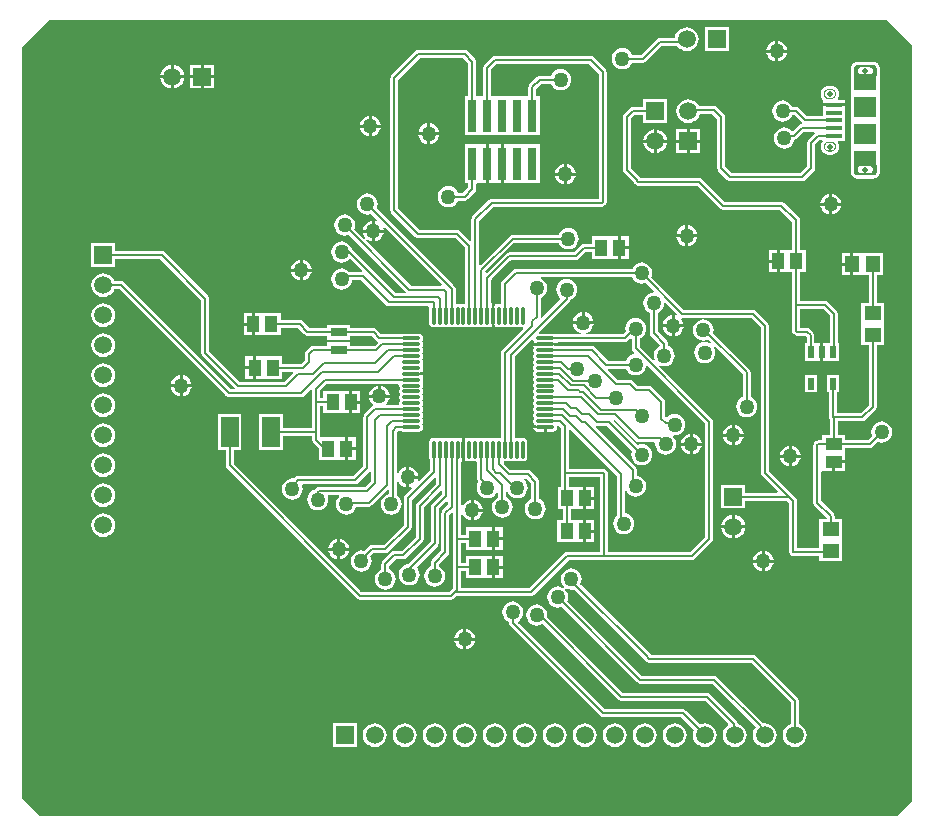
<source format=gtl>
G04*
G04 #@! TF.GenerationSoftware,Altium Limited,Altium Designer,20.1.14 (287)*
G04*
G04 Layer_Physical_Order=1*
G04 Layer_Color=255*
%FSLAX44Y44*%
%MOMM*%
G71*
G04*
G04 #@! TF.SameCoordinates,DEFACEA9-F4D7-4AEA-A9FD-1AB281C9BDDB*
G04*
G04*
G04 #@! TF.FilePolarity,Positive*
G04*
G01*
G75*
%ADD16C,0.1500*%
%ADD20R,1.9000X1.1750*%
%ADD21R,1.9000X1.8000*%
%ADD22R,1.3500X0.4000*%
G04:AMPARAMS|DCode=23|XSize=1.49mm|YSize=0.28mm|CornerRadius=0.07mm|HoleSize=0mm|Usage=FLASHONLY|Rotation=270.000|XOffset=0mm|YOffset=0mm|HoleType=Round|Shape=RoundedRectangle|*
%AMROUNDEDRECTD23*
21,1,1.4900,0.1400,0,0,270.0*
21,1,1.3500,0.2800,0,0,270.0*
1,1,0.1400,-0.0700,-0.6750*
1,1,0.1400,-0.0700,0.6750*
1,1,0.1400,0.0700,0.6750*
1,1,0.1400,0.0700,-0.6750*
%
%ADD23ROUNDEDRECTD23*%
G04:AMPARAMS|DCode=24|XSize=1.49mm|YSize=0.28mm|CornerRadius=0.07mm|HoleSize=0mm|Usage=FLASHONLY|Rotation=180.000|XOffset=0mm|YOffset=0mm|HoleType=Round|Shape=RoundedRectangle|*
%AMROUNDEDRECTD24*
21,1,1.4900,0.1400,0,0,180.0*
21,1,1.3500,0.2800,0,0,180.0*
1,1,0.1400,-0.6750,0.0700*
1,1,0.1400,0.6750,0.0700*
1,1,0.1400,0.6750,-0.0700*
1,1,0.1400,-0.6750,-0.0700*
%
%ADD24ROUNDEDRECTD24*%
%ADD25R,1.4000X0.7500*%
%ADD26R,0.7366X2.7940*%
%ADD27R,1.4000X1.2000*%
%ADD28R,1.2000X1.4000*%
%ADD29R,0.5080X1.0033*%
%ADD30R,1.5000X2.5000*%
%ADD31R,1.1000X1.4000*%
%ADD32R,1.4000X1.1000*%
%ADD50R,1.5000X1.5000*%
%ADD51C,1.5000*%
%ADD52R,1.5000X1.5000*%
%ADD53C,0.5000*%
%ADD54C,1.2700*%
G36*
X1695450Y1375410D02*
Y735330D01*
X1682750Y722630D01*
X957580D01*
X942340Y737870D01*
Y897890D01*
X942340Y1374140D01*
X965200Y1397000D01*
X1673860D01*
X1695450Y1375410D01*
D02*
G37*
%LPC*%
G36*
X1582420Y1379129D02*
Y1371600D01*
X1589949D01*
X1589811Y1372651D01*
X1588915Y1374813D01*
X1587490Y1376670D01*
X1585633Y1378095D01*
X1583471Y1378991D01*
X1582420Y1379129D01*
D02*
G37*
G36*
X1579880D02*
X1578829Y1378991D01*
X1576667Y1378095D01*
X1574810Y1376670D01*
X1573385Y1374813D01*
X1572489Y1372651D01*
X1572350Y1371600D01*
X1579880D01*
Y1379129D01*
D02*
G37*
G36*
X1540390Y1390530D02*
X1520310D01*
Y1370450D01*
X1540390D01*
Y1390530D01*
D02*
G37*
G36*
X1504950Y1390617D02*
X1502329Y1390272D01*
X1499887Y1389260D01*
X1497789Y1387651D01*
X1496180Y1385553D01*
X1495168Y1383111D01*
X1494931Y1381304D01*
X1482090D01*
X1480806Y1381049D01*
X1479718Y1380322D01*
X1466730Y1367334D01*
X1458573D01*
X1458105Y1368463D01*
X1456680Y1370320D01*
X1454823Y1371745D01*
X1452661Y1372641D01*
X1450340Y1372947D01*
X1448019Y1372641D01*
X1445857Y1371745D01*
X1444000Y1370320D01*
X1442575Y1368463D01*
X1441679Y1366301D01*
X1441373Y1363980D01*
X1441679Y1361659D01*
X1442575Y1359497D01*
X1444000Y1357640D01*
X1445857Y1356215D01*
X1448019Y1355319D01*
X1450340Y1355013D01*
X1452661Y1355319D01*
X1454823Y1356215D01*
X1456680Y1357640D01*
X1458105Y1359497D01*
X1458573Y1360625D01*
X1468120D01*
X1469404Y1360881D01*
X1470492Y1361608D01*
X1483479Y1374595D01*
X1496818D01*
X1497789Y1373329D01*
X1499887Y1371720D01*
X1502329Y1370708D01*
X1504950Y1370363D01*
X1507571Y1370708D01*
X1510013Y1371720D01*
X1512111Y1373329D01*
X1513720Y1375427D01*
X1514732Y1377869D01*
X1515077Y1380490D01*
X1514732Y1383111D01*
X1513720Y1385553D01*
X1512111Y1387651D01*
X1510013Y1389260D01*
X1507571Y1390272D01*
X1504950Y1390617D01*
D02*
G37*
G36*
X1589949Y1369060D02*
X1582420D01*
Y1361530D01*
X1583471Y1361669D01*
X1585633Y1362565D01*
X1587490Y1363990D01*
X1588915Y1365847D01*
X1589811Y1368009D01*
X1589949Y1369060D01*
D02*
G37*
G36*
X1579880D02*
X1572350D01*
X1572489Y1368009D01*
X1573385Y1365847D01*
X1574810Y1363990D01*
X1576667Y1362565D01*
X1578829Y1361669D01*
X1579880Y1361530D01*
Y1369060D01*
D02*
G37*
G36*
X1663160Y1361100D02*
X1649160D01*
X1649126Y1361093D01*
X1649092Y1361099D01*
X1648961Y1361095D01*
X1648894Y1361080D01*
X1648826Y1361088D01*
X1648696Y1361078D01*
X1648629Y1361059D01*
X1648560Y1361064D01*
X1648431Y1361047D01*
X1648366Y1361025D01*
X1648297Y1361026D01*
X1648168Y1361002D01*
X1648104Y1360976D01*
X1648036Y1360974D01*
X1647908Y1360943D01*
X1647846Y1360914D01*
X1647778Y1360908D01*
X1647652Y1360871D01*
X1647591Y1360839D01*
X1647523Y1360829D01*
X1647400Y1360785D01*
X1647341Y1360750D01*
X1647273Y1360737D01*
X1647152Y1360686D01*
X1647095Y1360648D01*
X1647028Y1360631D01*
X1646910Y1360575D01*
X1646855Y1360534D01*
X1646790Y1360513D01*
X1646674Y1360451D01*
X1646621Y1360407D01*
X1646557Y1360383D01*
X1646445Y1360315D01*
X1646395Y1360268D01*
X1646332Y1360241D01*
X1646224Y1360167D01*
X1646176Y1360118D01*
X1646114Y1360087D01*
X1646010Y1360008D01*
X1645965Y1359956D01*
X1645905Y1359922D01*
X1645805Y1359837D01*
X1645763Y1359783D01*
X1645705Y1359747D01*
X1645610Y1359656D01*
X1645570Y1359600D01*
X1645514Y1359560D01*
X1645423Y1359465D01*
X1645387Y1359407D01*
X1645333Y1359365D01*
X1645248Y1359265D01*
X1645214Y1359205D01*
X1645163Y1359160D01*
X1645083Y1359056D01*
X1645052Y1358994D01*
X1645003Y1358946D01*
X1644929Y1358839D01*
X1644902Y1358775D01*
X1644855Y1358725D01*
X1644787Y1358613D01*
X1644763Y1358548D01*
X1644719Y1358496D01*
X1644657Y1358381D01*
X1644636Y1358315D01*
X1644595Y1358260D01*
X1644539Y1358142D01*
X1644522Y1358075D01*
X1644483Y1358018D01*
X1644433Y1357897D01*
X1644420Y1357829D01*
X1644385Y1357770D01*
X1644341Y1357647D01*
X1644331Y1357579D01*
X1644299Y1357518D01*
X1644262Y1357393D01*
X1644256Y1357324D01*
X1644227Y1357262D01*
X1644196Y1357134D01*
X1644194Y1357066D01*
X1644168Y1357002D01*
X1644144Y1356873D01*
X1644145Y1356804D01*
X1644123Y1356739D01*
X1644106Y1356609D01*
X1644111Y1356541D01*
X1644092Y1356474D01*
X1644082Y1356344D01*
X1644090Y1356276D01*
X1644075Y1356209D01*
X1644071Y1356078D01*
X1644077Y1356044D01*
X1644070Y1356010D01*
Y1349510D01*
X1644120Y1349260D01*
Y1336070D01*
X1644120Y1335213D01*
X1644120Y1333943D01*
Y1311720D01*
Y1289577D01*
X1644120Y1288720D01*
X1644120Y1287450D01*
Y1274260D01*
X1644070Y1274010D01*
Y1267510D01*
X1644077Y1267476D01*
X1644071Y1267442D01*
X1644075Y1267311D01*
X1644090Y1267244D01*
X1644082Y1267176D01*
X1644092Y1267046D01*
X1644111Y1266979D01*
X1644106Y1266910D01*
X1644123Y1266781D01*
X1644145Y1266716D01*
X1644144Y1266647D01*
X1644168Y1266518D01*
X1644194Y1266454D01*
X1644196Y1266385D01*
X1644227Y1266258D01*
X1644256Y1266196D01*
X1644262Y1266127D01*
X1644299Y1266002D01*
X1644331Y1265941D01*
X1644341Y1265873D01*
X1644385Y1265750D01*
X1644420Y1265691D01*
X1644433Y1265623D01*
X1644483Y1265502D01*
X1644522Y1265445D01*
X1644539Y1265378D01*
X1644595Y1265260D01*
X1644636Y1265205D01*
X1644657Y1265139D01*
X1644719Y1265024D01*
X1644763Y1264971D01*
X1644787Y1264907D01*
X1644855Y1264795D01*
X1644902Y1264745D01*
X1644929Y1264681D01*
X1645003Y1264574D01*
X1645052Y1264526D01*
X1645083Y1264464D01*
X1645163Y1264360D01*
X1645214Y1264315D01*
X1645248Y1264255D01*
X1645333Y1264155D01*
X1645387Y1264113D01*
X1645423Y1264054D01*
X1645514Y1263960D01*
X1645570Y1263920D01*
X1645610Y1263864D01*
X1645705Y1263773D01*
X1645763Y1263737D01*
X1645805Y1263683D01*
X1645905Y1263598D01*
X1645965Y1263564D01*
X1646010Y1263512D01*
X1646114Y1263433D01*
X1646176Y1263402D01*
X1646224Y1263353D01*
X1646332Y1263279D01*
X1646395Y1263252D01*
X1646445Y1263205D01*
X1646557Y1263137D01*
X1646621Y1263113D01*
X1646674Y1263069D01*
X1646790Y1263007D01*
X1646855Y1262986D01*
X1646910Y1262945D01*
X1647028Y1262889D01*
X1647095Y1262872D01*
X1647152Y1262833D01*
X1647273Y1262783D01*
X1647341Y1262770D01*
X1647400Y1262735D01*
X1647523Y1262691D01*
X1647591Y1262681D01*
X1647652Y1262649D01*
X1647778Y1262612D01*
X1647846Y1262606D01*
X1647908Y1262577D01*
X1648036Y1262546D01*
X1648104Y1262544D01*
X1648168Y1262518D01*
X1648297Y1262494D01*
X1648366Y1262495D01*
X1648431Y1262473D01*
X1648560Y1262456D01*
X1648629Y1262461D01*
X1648696Y1262442D01*
X1648826Y1262432D01*
X1648894Y1262440D01*
X1648961Y1262425D01*
X1649092Y1262421D01*
X1649126Y1262427D01*
X1649160Y1262420D01*
X1663160D01*
X1663194Y1262427D01*
X1663228Y1262421D01*
X1663359Y1262425D01*
X1663426Y1262440D01*
X1663494Y1262432D01*
X1663624Y1262442D01*
X1663691Y1262461D01*
X1663760Y1262456D01*
X1663889Y1262473D01*
X1663954Y1262495D01*
X1664023Y1262494D01*
X1664152Y1262518D01*
X1664216Y1262544D01*
X1664284Y1262546D01*
X1664412Y1262577D01*
X1664474Y1262606D01*
X1664542Y1262612D01*
X1664668Y1262649D01*
X1664729Y1262681D01*
X1664797Y1262691D01*
X1664920Y1262735D01*
X1664980Y1262770D01*
X1665047Y1262783D01*
X1665168Y1262833D01*
X1665225Y1262872D01*
X1665292Y1262889D01*
X1665410Y1262945D01*
X1665465Y1262986D01*
X1665531Y1263007D01*
X1665645Y1263069D01*
X1665699Y1263113D01*
X1665763Y1263137D01*
X1665875Y1263205D01*
X1665925Y1263252D01*
X1665988Y1263279D01*
X1666096Y1263353D01*
X1666144Y1263402D01*
X1666206Y1263433D01*
X1666310Y1263512D01*
X1666355Y1263564D01*
X1666415Y1263598D01*
X1666515Y1263683D01*
X1666557Y1263737D01*
X1666615Y1263773D01*
X1666710Y1263864D01*
X1666750Y1263920D01*
X1666806Y1263960D01*
X1666897Y1264054D01*
X1666933Y1264113D01*
X1666987Y1264155D01*
X1667072Y1264255D01*
X1667106Y1264315D01*
X1667157Y1264360D01*
X1667237Y1264464D01*
X1667268Y1264526D01*
X1667317Y1264574D01*
X1667391Y1264681D01*
X1667418Y1264745D01*
X1667465Y1264795D01*
X1667533Y1264907D01*
X1667557Y1264971D01*
X1667601Y1265024D01*
X1667664Y1265139D01*
X1667684Y1265205D01*
X1667725Y1265260D01*
X1667781Y1265378D01*
X1667798Y1265445D01*
X1667836Y1265502D01*
X1667887Y1265623D01*
X1667900Y1265691D01*
X1667935Y1265750D01*
X1667979Y1265873D01*
X1667989Y1265941D01*
X1668021Y1266002D01*
X1668058Y1266127D01*
X1668064Y1266196D01*
X1668093Y1266258D01*
X1668124Y1266385D01*
X1668126Y1266454D01*
X1668152Y1266518D01*
X1668176Y1266647D01*
X1668175Y1266716D01*
X1668197Y1266781D01*
X1668214Y1266910D01*
X1668209Y1266979D01*
X1668228Y1267046D01*
X1668238Y1267176D01*
X1668230Y1267244D01*
X1668246Y1267311D01*
X1668249Y1267442D01*
X1668243Y1267476D01*
X1668250Y1267510D01*
Y1274010D01*
X1668200Y1274260D01*
Y1287450D01*
X1668200Y1288307D01*
X1668200Y1289577D01*
Y1311720D01*
Y1333943D01*
X1668200Y1334800D01*
X1668200Y1336070D01*
Y1349260D01*
X1668250Y1349510D01*
Y1356010D01*
X1668243Y1356044D01*
X1668249Y1356078D01*
X1668246Y1356209D01*
X1668230Y1356276D01*
X1668238Y1356344D01*
X1668228Y1356474D01*
X1668209Y1356541D01*
X1668214Y1356609D01*
X1668197Y1356739D01*
X1668175Y1356804D01*
X1668176Y1356873D01*
X1668152Y1357002D01*
X1668126Y1357066D01*
X1668124Y1357134D01*
X1668093Y1357262D01*
X1668064Y1357324D01*
X1668058Y1357393D01*
X1668021Y1357518D01*
X1667989Y1357579D01*
X1667979Y1357647D01*
X1667935Y1357770D01*
X1667900Y1357829D01*
X1667887Y1357897D01*
X1667836Y1358018D01*
X1667798Y1358075D01*
X1667781Y1358142D01*
X1667725Y1358260D01*
X1667684Y1358315D01*
X1667663Y1358381D01*
X1667601Y1358496D01*
X1667557Y1358549D01*
X1667533Y1358613D01*
X1667465Y1358725D01*
X1667418Y1358775D01*
X1667391Y1358839D01*
X1667317Y1358946D01*
X1667267Y1358994D01*
X1667237Y1359056D01*
X1667157Y1359160D01*
X1667106Y1359205D01*
X1667072Y1359265D01*
X1666987Y1359365D01*
X1666933Y1359407D01*
X1666897Y1359465D01*
X1666806Y1359560D01*
X1666750Y1359600D01*
X1666710Y1359656D01*
X1666615Y1359747D01*
X1666557Y1359783D01*
X1666515Y1359837D01*
X1666415Y1359922D01*
X1666355Y1359956D01*
X1666310Y1360008D01*
X1666206Y1360087D01*
X1666144Y1360118D01*
X1666096Y1360167D01*
X1665988Y1360241D01*
X1665925Y1360268D01*
X1665875Y1360315D01*
X1665763Y1360383D01*
X1665699Y1360407D01*
X1665645Y1360451D01*
X1665531Y1360513D01*
X1665465Y1360534D01*
X1665410Y1360575D01*
X1665292Y1360631D01*
X1665225Y1360648D01*
X1665168Y1360686D01*
X1665047Y1360737D01*
X1664980Y1360750D01*
X1664920Y1360785D01*
X1664797Y1360829D01*
X1664729Y1360839D01*
X1664668Y1360871D01*
X1664542Y1360908D01*
X1664474Y1360914D01*
X1664412Y1360943D01*
X1664284Y1360974D01*
X1664216Y1360976D01*
X1664152Y1361002D01*
X1664023Y1361026D01*
X1663954Y1361025D01*
X1663889Y1361047D01*
X1663760Y1361064D01*
X1663691Y1361059D01*
X1663624Y1361078D01*
X1663494Y1361088D01*
X1663426Y1361080D01*
X1663359Y1361095D01*
X1663228Y1361099D01*
X1663194Y1361093D01*
X1663160Y1361100D01*
D02*
G37*
G36*
X1070610Y1358699D02*
Y1350010D01*
X1079299D01*
X1079122Y1351361D01*
X1078110Y1353803D01*
X1076501Y1355901D01*
X1074403Y1357510D01*
X1071961Y1358522D01*
X1070610Y1358699D01*
D02*
G37*
G36*
X1104780Y1358780D02*
X1096010D01*
Y1350010D01*
X1104780D01*
Y1358780D01*
D02*
G37*
G36*
X1068070Y1358699D02*
X1066719Y1358522D01*
X1064277Y1357510D01*
X1062179Y1355901D01*
X1060570Y1353803D01*
X1059558Y1351361D01*
X1059381Y1350010D01*
X1068070D01*
Y1358699D01*
D02*
G37*
G36*
X1093470Y1358780D02*
X1084700D01*
Y1350010D01*
X1093470D01*
Y1358780D01*
D02*
G37*
G36*
X1627160Y1340850D02*
X1625160D01*
X1625126Y1340843D01*
X1625092Y1340849D01*
X1624870Y1340843D01*
X1624803Y1340828D01*
X1624734Y1340836D01*
X1624512Y1340818D01*
X1624446Y1340800D01*
X1624378Y1340804D01*
X1624157Y1340775D01*
X1624092Y1340753D01*
X1624023Y1340754D01*
X1623805Y1340714D01*
X1623741Y1340688D01*
X1623672Y1340685D01*
X1623456Y1340633D01*
X1623393Y1340605D01*
X1623324Y1340598D01*
X1623111Y1340535D01*
X1623050Y1340503D01*
X1622982Y1340493D01*
X1622773Y1340419D01*
X1622713Y1340384D01*
X1622646Y1340370D01*
X1622440Y1340285D01*
X1622383Y1340247D01*
X1622316Y1340230D01*
X1622116Y1340134D01*
X1622061Y1340093D01*
X1621995Y1340073D01*
X1621799Y1339966D01*
X1621746Y1339922D01*
X1621682Y1339899D01*
X1621492Y1339783D01*
X1621442Y1339736D01*
X1621378Y1339709D01*
X1621195Y1339583D01*
X1621147Y1339533D01*
X1621086Y1339503D01*
X1620909Y1339368D01*
X1620863Y1339316D01*
X1620803Y1339282D01*
X1620634Y1339138D01*
X1620592Y1339084D01*
X1620534Y1339047D01*
X1620372Y1338894D01*
X1620332Y1338838D01*
X1620276Y1338798D01*
X1620123Y1338636D01*
X1620086Y1338578D01*
X1620032Y1338536D01*
X1619888Y1338367D01*
X1619854Y1338306D01*
X1619802Y1338261D01*
X1619667Y1338084D01*
X1619637Y1338023D01*
X1619588Y1337975D01*
X1619462Y1337792D01*
X1619434Y1337728D01*
X1619388Y1337678D01*
X1619271Y1337488D01*
X1619247Y1337424D01*
X1619203Y1337371D01*
X1619097Y1337175D01*
X1619077Y1337110D01*
X1619036Y1337054D01*
X1618940Y1336854D01*
X1618923Y1336787D01*
X1618885Y1336730D01*
X1618800Y1336524D01*
X1618786Y1336457D01*
X1618751Y1336398D01*
X1618677Y1336188D01*
X1618667Y1336120D01*
X1618635Y1336059D01*
X1618572Y1335845D01*
X1618565Y1335777D01*
X1618537Y1335715D01*
X1618485Y1335498D01*
X1618482Y1335429D01*
X1618457Y1335365D01*
X1618416Y1335147D01*
X1618417Y1335078D01*
X1618395Y1335013D01*
X1618366Y1334792D01*
X1618370Y1334724D01*
X1618351Y1334657D01*
X1618334Y1334435D01*
X1618342Y1334367D01*
X1618327Y1334300D01*
X1618321Y1334078D01*
X1618333Y1334010D01*
X1618321Y1333942D01*
X1618327Y1333720D01*
X1618342Y1333653D01*
X1618334Y1333584D01*
X1618351Y1333363D01*
X1618370Y1333296D01*
X1618366Y1333228D01*
X1618395Y1333007D01*
X1618417Y1332942D01*
X1618416Y1332873D01*
X1618457Y1332655D01*
X1618482Y1332591D01*
X1618485Y1332522D01*
X1618537Y1332305D01*
X1618565Y1332243D01*
X1618572Y1332175D01*
X1618635Y1331961D01*
X1618667Y1331900D01*
X1618677Y1331832D01*
X1618751Y1331622D01*
X1618786Y1331563D01*
X1618800Y1331496D01*
X1618885Y1331290D01*
X1618923Y1331233D01*
X1618940Y1331167D01*
X1619036Y1330966D01*
X1619077Y1330910D01*
X1619097Y1330845D01*
X1619203Y1330649D01*
X1619247Y1330596D01*
X1619271Y1330532D01*
X1619388Y1330342D01*
X1619434Y1330292D01*
X1619461Y1330228D01*
X1619587Y1330045D01*
X1620120Y1329300D01*
Y1326030D01*
X1629410D01*
X1638700D01*
Y1329300D01*
X1633739D01*
X1633343Y1329718D01*
X1633049Y1330532D01*
X1633073Y1330596D01*
X1633117Y1330649D01*
X1633223Y1330845D01*
X1633243Y1330910D01*
X1633284Y1330966D01*
X1633380Y1331166D01*
X1633397Y1331233D01*
X1633435Y1331290D01*
X1633520Y1331496D01*
X1633534Y1331563D01*
X1633569Y1331622D01*
X1633643Y1331832D01*
X1633653Y1331900D01*
X1633685Y1331961D01*
X1633748Y1332175D01*
X1633755Y1332243D01*
X1633783Y1332305D01*
X1633835Y1332522D01*
X1633838Y1332590D01*
X1633864Y1332654D01*
X1633904Y1332873D01*
X1633903Y1332942D01*
X1633925Y1333007D01*
X1633954Y1333228D01*
X1633950Y1333296D01*
X1633969Y1333363D01*
X1633986Y1333584D01*
X1633978Y1333653D01*
X1633993Y1333720D01*
X1633999Y1333942D01*
X1633987Y1334010D01*
X1633999Y1334078D01*
X1633993Y1334300D01*
X1633978Y1334367D01*
X1633986Y1334435D01*
X1633969Y1334657D01*
X1633950Y1334724D01*
X1633954Y1334792D01*
X1633925Y1335013D01*
X1633903Y1335078D01*
X1633904Y1335147D01*
X1633864Y1335366D01*
X1633838Y1335430D01*
X1633835Y1335498D01*
X1633783Y1335715D01*
X1633755Y1335777D01*
X1633748Y1335845D01*
X1633685Y1336059D01*
X1633653Y1336120D01*
X1633643Y1336188D01*
X1633569Y1336398D01*
X1633534Y1336457D01*
X1633520Y1336524D01*
X1633435Y1336729D01*
X1633397Y1336787D01*
X1633380Y1336854D01*
X1633284Y1337055D01*
X1633243Y1337110D01*
X1633223Y1337175D01*
X1633117Y1337370D01*
X1633073Y1337424D01*
X1633049Y1337488D01*
X1632932Y1337678D01*
X1632886Y1337728D01*
X1632859Y1337791D01*
X1632733Y1337975D01*
X1632683Y1338023D01*
X1632653Y1338085D01*
X1632518Y1338261D01*
X1632466Y1338306D01*
X1632432Y1338367D01*
X1632288Y1338536D01*
X1632234Y1338578D01*
X1632197Y1338636D01*
X1632044Y1338798D01*
X1631988Y1338838D01*
X1631948Y1338894D01*
X1631787Y1339047D01*
X1631728Y1339084D01*
X1631686Y1339138D01*
X1631517Y1339282D01*
X1631456Y1339316D01*
X1631411Y1339368D01*
X1631235Y1339503D01*
X1631173Y1339533D01*
X1631125Y1339583D01*
X1630941Y1339709D01*
X1630878Y1339736D01*
X1630828Y1339783D01*
X1630638Y1339899D01*
X1630574Y1339922D01*
X1630521Y1339966D01*
X1630325Y1340073D01*
X1630260Y1340093D01*
X1630204Y1340134D01*
X1630003Y1340230D01*
X1629937Y1340247D01*
X1629880Y1340285D01*
X1629674Y1340370D01*
X1629607Y1340384D01*
X1629547Y1340419D01*
X1629338Y1340493D01*
X1629270Y1340503D01*
X1629209Y1340535D01*
X1628996Y1340598D01*
X1628927Y1340605D01*
X1628865Y1340633D01*
X1628648Y1340685D01*
X1628579Y1340688D01*
X1628515Y1340714D01*
X1628297Y1340754D01*
X1628228Y1340753D01*
X1628163Y1340775D01*
X1627942Y1340804D01*
X1627874Y1340800D01*
X1627808Y1340818D01*
X1627586Y1340836D01*
X1627517Y1340828D01*
X1627450Y1340843D01*
X1627228Y1340849D01*
X1627194Y1340843D01*
X1627160Y1340850D01*
D02*
G37*
G36*
X1079299Y1347470D02*
X1070610D01*
Y1338781D01*
X1071961Y1338958D01*
X1074403Y1339970D01*
X1076501Y1341579D01*
X1078110Y1343677D01*
X1079122Y1346119D01*
X1079299Y1347470D01*
D02*
G37*
G36*
X1068070D02*
X1059381D01*
X1059558Y1346119D01*
X1060570Y1343677D01*
X1062179Y1341579D01*
X1064277Y1339970D01*
X1066719Y1338958D01*
X1068070Y1338781D01*
Y1347470D01*
D02*
G37*
G36*
X1104780D02*
X1096010D01*
Y1338700D01*
X1104780D01*
Y1347470D01*
D02*
G37*
G36*
X1093470D02*
X1084700D01*
Y1338700D01*
X1093470D01*
Y1347470D01*
D02*
G37*
G36*
X1488320Y1329570D02*
X1468240D01*
Y1322885D01*
X1459230D01*
X1457946Y1322629D01*
X1456858Y1321902D01*
X1451778Y1316822D01*
X1451051Y1315734D01*
X1450795Y1314450D01*
Y1270000D01*
X1451051Y1268716D01*
X1451778Y1267628D01*
X1459933Y1259473D01*
X1459941Y1259435D01*
X1460668Y1258347D01*
X1461547Y1257468D01*
X1462635Y1256741D01*
X1463919Y1256486D01*
X1513721D01*
X1533058Y1237148D01*
X1534146Y1236421D01*
X1535430Y1236165D01*
X1583571D01*
X1594018Y1225718D01*
X1594306Y1225526D01*
Y1202070D01*
X1583810D01*
Y1192530D01*
Y1182990D01*
X1594185D01*
Y1155700D01*
Y1133719D01*
X1594441Y1132435D01*
X1595168Y1131347D01*
X1596047Y1130468D01*
X1597135Y1129741D01*
X1598419Y1129485D01*
X1605161D01*
X1606396Y1128251D01*
Y1123442D01*
X1604670D01*
Y1108329D01*
X1617980D01*
Y1115885D01*
Y1123442D01*
X1613104D01*
Y1129640D01*
X1612849Y1130924D01*
X1612122Y1132012D01*
X1608922Y1135212D01*
X1607834Y1135939D01*
X1606550Y1136195D01*
X1600894D01*
Y1152346D01*
X1620401D01*
X1626055Y1146691D01*
Y1123442D01*
X1620520D01*
Y1115885D01*
Y1108329D01*
X1633830D01*
Y1123442D01*
X1632764D01*
Y1148080D01*
X1632509Y1149364D01*
X1631782Y1150452D01*
X1624162Y1158072D01*
X1623074Y1158799D01*
X1621790Y1159054D01*
X1600894D01*
Y1182990D01*
X1605580D01*
Y1202070D01*
X1601015D01*
Y1227211D01*
X1600759Y1228495D01*
X1600032Y1229583D01*
X1599153Y1230462D01*
X1598065Y1231189D01*
X1598027Y1231197D01*
X1587332Y1241892D01*
X1586244Y1242619D01*
X1584960Y1242875D01*
X1536819D01*
X1517482Y1262212D01*
X1516394Y1262939D01*
X1515110Y1263195D01*
X1465604D01*
X1465412Y1263482D01*
X1457504Y1271389D01*
Y1313060D01*
X1460620Y1316176D01*
X1468240D01*
Y1309490D01*
X1488320D01*
Y1329570D01*
D02*
G37*
G36*
X1238250Y1315629D02*
Y1308100D01*
X1245779D01*
X1245641Y1309151D01*
X1244745Y1311313D01*
X1243320Y1313170D01*
X1241463Y1314595D01*
X1239301Y1315491D01*
X1238250Y1315629D01*
D02*
G37*
G36*
X1235710D02*
X1234659Y1315491D01*
X1232497Y1314595D01*
X1230640Y1313170D01*
X1229215Y1311313D01*
X1228319Y1309151D01*
X1228180Y1308100D01*
X1235710D01*
Y1315629D01*
D02*
G37*
G36*
X1245779Y1305560D02*
X1238250D01*
Y1298031D01*
X1239301Y1298169D01*
X1241463Y1299065D01*
X1243320Y1300490D01*
X1244745Y1302347D01*
X1245641Y1304509D01*
X1245779Y1305560D01*
D02*
G37*
G36*
X1235710D02*
X1228180D01*
X1228319Y1304509D01*
X1229215Y1302347D01*
X1230640Y1300490D01*
X1232497Y1299065D01*
X1234659Y1298169D01*
X1235710Y1298031D01*
Y1305560D01*
D02*
G37*
G36*
X1516260Y1304170D02*
X1507490D01*
Y1295400D01*
X1516260D01*
Y1304170D01*
D02*
G37*
G36*
X1479550Y1304089D02*
Y1295400D01*
X1488239D01*
X1488062Y1296751D01*
X1487050Y1299193D01*
X1485441Y1301291D01*
X1483343Y1302900D01*
X1480901Y1303912D01*
X1479550Y1304089D01*
D02*
G37*
G36*
X1477010D02*
X1475659Y1303912D01*
X1473217Y1302900D01*
X1471119Y1301291D01*
X1469510Y1299193D01*
X1468498Y1296751D01*
X1468321Y1295400D01*
X1477010D01*
Y1304089D01*
D02*
G37*
G36*
X1504950Y1304170D02*
X1496180D01*
Y1295400D01*
X1504950D01*
Y1304170D01*
D02*
G37*
G36*
X1488239Y1292860D02*
X1479550D01*
Y1284171D01*
X1480901Y1284348D01*
X1483343Y1285360D01*
X1485441Y1286969D01*
X1487050Y1289067D01*
X1488062Y1291509D01*
X1488239Y1292860D01*
D02*
G37*
G36*
X1477010D02*
X1468321D01*
X1468498Y1291509D01*
X1469510Y1289067D01*
X1471119Y1286969D01*
X1473217Y1285360D01*
X1475659Y1284348D01*
X1477010Y1284171D01*
Y1292860D01*
D02*
G37*
G36*
X1516260D02*
X1507490D01*
Y1284090D01*
X1516260D01*
Y1292860D01*
D02*
G37*
G36*
X1504950D02*
X1496180D01*
Y1284090D01*
X1504950D01*
Y1292860D01*
D02*
G37*
G36*
X1506220Y1329657D02*
X1503599Y1329312D01*
X1501157Y1328300D01*
X1499059Y1326691D01*
X1497450Y1324593D01*
X1496438Y1322151D01*
X1496093Y1319530D01*
X1496438Y1316909D01*
X1497450Y1314467D01*
X1499059Y1312369D01*
X1501157Y1310760D01*
X1503599Y1309748D01*
X1506220Y1309403D01*
X1508841Y1309748D01*
X1511283Y1310760D01*
X1513381Y1312369D01*
X1514990Y1314467D01*
X1516002Y1316909D01*
X1516072Y1317446D01*
X1526420D01*
X1530806Y1313060D01*
Y1271270D01*
X1531061Y1269986D01*
X1531788Y1268898D01*
X1539408Y1261278D01*
X1540496Y1260551D01*
X1541780Y1260295D01*
X1602740D01*
X1604024Y1260551D01*
X1605112Y1261278D01*
X1612732Y1268898D01*
X1613459Y1269986D01*
X1613714Y1271270D01*
Y1291470D01*
X1617649Y1295405D01*
X1619810D01*
X1620093Y1294182D01*
X1619587Y1293475D01*
X1619461Y1293291D01*
X1619434Y1293228D01*
X1619388Y1293178D01*
X1619271Y1292988D01*
X1619247Y1292924D01*
X1619203Y1292871D01*
X1619097Y1292675D01*
X1619077Y1292610D01*
X1619036Y1292554D01*
X1618940Y1292353D01*
X1618923Y1292287D01*
X1618885Y1292230D01*
X1618800Y1292024D01*
X1618786Y1291957D01*
X1618751Y1291897D01*
X1618677Y1291688D01*
X1618667Y1291620D01*
X1618635Y1291559D01*
X1618572Y1291346D01*
X1618565Y1291277D01*
X1618537Y1291214D01*
X1618485Y1290998D01*
X1618482Y1290929D01*
X1618457Y1290865D01*
X1618416Y1290647D01*
X1618417Y1290578D01*
X1618395Y1290513D01*
X1618366Y1290292D01*
X1618370Y1290224D01*
X1618351Y1290157D01*
X1618334Y1289935D01*
X1618342Y1289867D01*
X1618327Y1289800D01*
X1618321Y1289578D01*
X1618333Y1289510D01*
X1618321Y1289442D01*
X1618327Y1289220D01*
X1618342Y1289153D01*
X1618334Y1289084D01*
X1618351Y1288863D01*
X1618370Y1288796D01*
X1618366Y1288728D01*
X1618395Y1288507D01*
X1618417Y1288442D01*
X1618416Y1288373D01*
X1618457Y1288154D01*
X1618482Y1288091D01*
X1618485Y1288022D01*
X1618537Y1287805D01*
X1618565Y1287743D01*
X1618572Y1287674D01*
X1618635Y1287461D01*
X1618667Y1287400D01*
X1618677Y1287332D01*
X1618751Y1287122D01*
X1618786Y1287063D01*
X1618800Y1286996D01*
X1618885Y1286790D01*
X1618923Y1286733D01*
X1618940Y1286666D01*
X1619036Y1286466D01*
X1619077Y1286411D01*
X1619097Y1286345D01*
X1619203Y1286149D01*
X1619247Y1286096D01*
X1619271Y1286032D01*
X1619388Y1285842D01*
X1619434Y1285792D01*
X1619462Y1285728D01*
X1619588Y1285545D01*
X1619637Y1285497D01*
X1619667Y1285435D01*
X1619802Y1285259D01*
X1619854Y1285214D01*
X1619888Y1285154D01*
X1620032Y1284984D01*
X1620086Y1284942D01*
X1620123Y1284884D01*
X1620276Y1284722D01*
X1620332Y1284682D01*
X1620372Y1284626D01*
X1620534Y1284473D01*
X1620592Y1284436D01*
X1620634Y1284382D01*
X1620803Y1284238D01*
X1620863Y1284204D01*
X1620909Y1284152D01*
X1621086Y1284017D01*
X1621147Y1283987D01*
X1621195Y1283938D01*
X1621378Y1283811D01*
X1621442Y1283784D01*
X1621492Y1283737D01*
X1621682Y1283621D01*
X1621746Y1283598D01*
X1621799Y1283553D01*
X1621995Y1283447D01*
X1622061Y1283427D01*
X1622116Y1283386D01*
X1622316Y1283290D01*
X1622383Y1283273D01*
X1622440Y1283235D01*
X1622646Y1283150D01*
X1622713Y1283136D01*
X1622773Y1283101D01*
X1622982Y1283027D01*
X1623050Y1283017D01*
X1623111Y1282985D01*
X1623324Y1282922D01*
X1623393Y1282915D01*
X1623456Y1282887D01*
X1623672Y1282835D01*
X1623741Y1282832D01*
X1623805Y1282806D01*
X1624023Y1282766D01*
X1624092Y1282767D01*
X1624157Y1282745D01*
X1624378Y1282716D01*
X1624446Y1282720D01*
X1624512Y1282702D01*
X1624734Y1282684D01*
X1624803Y1282692D01*
X1624870Y1282677D01*
X1625092Y1282671D01*
X1625126Y1282677D01*
X1625160Y1282670D01*
X1627160D01*
X1627194Y1282677D01*
X1627228Y1282671D01*
X1627450Y1282677D01*
X1627517Y1282692D01*
X1627586Y1282684D01*
X1627808Y1282702D01*
X1627874Y1282720D01*
X1627942Y1282716D01*
X1628163Y1282745D01*
X1628228Y1282767D01*
X1628297Y1282766D01*
X1628515Y1282807D01*
X1628579Y1282832D01*
X1628648Y1282835D01*
X1628865Y1282887D01*
X1628927Y1282915D01*
X1628996Y1282922D01*
X1629209Y1282985D01*
X1629270Y1283017D01*
X1629338Y1283027D01*
X1629547Y1283101D01*
X1629607Y1283136D01*
X1629674Y1283150D01*
X1629880Y1283235D01*
X1629937Y1283273D01*
X1630003Y1283290D01*
X1630204Y1283386D01*
X1630260Y1283427D01*
X1630325Y1283447D01*
X1630521Y1283553D01*
X1630574Y1283598D01*
X1630638Y1283621D01*
X1630828Y1283737D01*
X1630878Y1283784D01*
X1630941Y1283811D01*
X1631125Y1283937D01*
X1631173Y1283987D01*
X1631235Y1284017D01*
X1631411Y1284153D01*
X1631456Y1284204D01*
X1631517Y1284238D01*
X1631686Y1284382D01*
X1631728Y1284436D01*
X1631787Y1284473D01*
X1631948Y1284626D01*
X1631988Y1284682D01*
X1632044Y1284722D01*
X1632197Y1284884D01*
X1632234Y1284942D01*
X1632288Y1284984D01*
X1632432Y1285154D01*
X1632466Y1285213D01*
X1632518Y1285259D01*
X1632653Y1285435D01*
X1632683Y1285497D01*
X1632733Y1285545D01*
X1632859Y1285728D01*
X1632886Y1285791D01*
X1632932Y1285842D01*
X1633049Y1286032D01*
X1633073Y1286096D01*
X1633117Y1286149D01*
X1633223Y1286345D01*
X1633243Y1286411D01*
X1633284Y1286465D01*
X1633380Y1286666D01*
X1633397Y1286733D01*
X1633435Y1286790D01*
X1633520Y1286996D01*
X1633534Y1287063D01*
X1633569Y1287122D01*
X1633643Y1287332D01*
X1633653Y1287400D01*
X1633685Y1287461D01*
X1633748Y1287674D01*
X1633755Y1287743D01*
X1633783Y1287805D01*
X1633835Y1288022D01*
X1633838Y1288090D01*
X1633864Y1288154D01*
X1633904Y1288373D01*
X1633903Y1288442D01*
X1633925Y1288507D01*
X1633954Y1288728D01*
X1633950Y1288796D01*
X1633969Y1288863D01*
X1633986Y1289084D01*
X1633978Y1289153D01*
X1633993Y1289220D01*
X1633999Y1289442D01*
X1633987Y1289510D01*
X1633999Y1289578D01*
X1633993Y1289800D01*
X1633978Y1289867D01*
X1633986Y1289935D01*
X1633969Y1290157D01*
X1633950Y1290224D01*
X1633954Y1290292D01*
X1633925Y1290513D01*
X1633903Y1290578D01*
X1633904Y1290647D01*
X1633864Y1290866D01*
X1633838Y1290930D01*
X1633835Y1290998D01*
X1633783Y1291214D01*
X1633755Y1291277D01*
X1633748Y1291346D01*
X1633685Y1291559D01*
X1633653Y1291620D01*
X1633643Y1291688D01*
X1633569Y1291897D01*
X1633534Y1291957D01*
X1633520Y1292024D01*
X1633435Y1292230D01*
X1633397Y1292287D01*
X1633380Y1292354D01*
X1633284Y1292554D01*
X1633243Y1292610D01*
X1633223Y1292675D01*
X1633117Y1292871D01*
X1633073Y1292924D01*
X1633049Y1292988D01*
X1633343Y1293802D01*
X1633739Y1294220D01*
X1638700D01*
Y1300720D01*
Y1307220D01*
Y1313720D01*
Y1320220D01*
Y1323490D01*
X1629410D01*
X1620120D01*
Y1320220D01*
Y1315114D01*
X1606819D01*
X1600032Y1321902D01*
X1598944Y1322629D01*
X1597660Y1322885D01*
X1594463D01*
X1593995Y1324013D01*
X1592570Y1325870D01*
X1590713Y1327295D01*
X1588551Y1328191D01*
X1586230Y1328497D01*
X1583909Y1328191D01*
X1581747Y1327295D01*
X1579890Y1325870D01*
X1578465Y1324013D01*
X1577569Y1321851D01*
X1577263Y1319530D01*
X1577569Y1317209D01*
X1578465Y1315047D01*
X1579890Y1313190D01*
X1581747Y1311765D01*
X1583909Y1310869D01*
X1586230Y1310563D01*
X1588551Y1310869D01*
X1590713Y1311765D01*
X1592570Y1313190D01*
X1593995Y1315047D01*
X1594463Y1316176D01*
X1596270D01*
X1601953Y1310494D01*
X1602104Y1310267D01*
X1602486Y1309884D01*
X1602473Y1309516D01*
X1602040Y1308535D01*
X1601156Y1308359D01*
X1600068Y1307632D01*
X1595444Y1303007D01*
X1593840Y1303010D01*
X1591983Y1304435D01*
X1589821Y1305331D01*
X1587500Y1305637D01*
X1585179Y1305331D01*
X1583017Y1304435D01*
X1581160Y1303010D01*
X1579735Y1301153D01*
X1578839Y1298991D01*
X1578533Y1296670D01*
X1578839Y1294349D01*
X1579735Y1292187D01*
X1581160Y1290330D01*
X1583017Y1288905D01*
X1585179Y1288009D01*
X1587500Y1287703D01*
X1589821Y1288009D01*
X1591983Y1288905D01*
X1593840Y1290330D01*
X1595265Y1292187D01*
X1596161Y1294349D01*
X1596316Y1295523D01*
X1597277Y1295714D01*
X1598365Y1296441D01*
X1603829Y1301906D01*
X1612866D01*
X1613392Y1300636D01*
X1607988Y1295232D01*
X1607261Y1294144D01*
X1607005Y1292860D01*
Y1272660D01*
X1601351Y1267004D01*
X1543170D01*
X1537514Y1272660D01*
Y1314450D01*
X1537259Y1315734D01*
X1536532Y1316822D01*
X1530182Y1323172D01*
X1529094Y1323899D01*
X1527810Y1324155D01*
X1515172D01*
X1514990Y1324593D01*
X1513381Y1326691D01*
X1511283Y1328300D01*
X1508841Y1329312D01*
X1506220Y1329657D01*
D02*
G37*
G36*
X1628140Y1249589D02*
Y1242060D01*
X1635670D01*
X1635531Y1243111D01*
X1634635Y1245273D01*
X1633210Y1247130D01*
X1631353Y1248555D01*
X1629191Y1249451D01*
X1628140Y1249589D01*
D02*
G37*
G36*
X1625600D02*
X1624549Y1249451D01*
X1622387Y1248555D01*
X1620530Y1247130D01*
X1619105Y1245273D01*
X1618209Y1243111D01*
X1618071Y1242060D01*
X1625600D01*
Y1249589D01*
D02*
G37*
G36*
X1635670Y1239520D02*
X1628140D01*
Y1231991D01*
X1629191Y1232129D01*
X1631353Y1233025D01*
X1633210Y1234450D01*
X1634635Y1236307D01*
X1635531Y1238469D01*
X1635670Y1239520D01*
D02*
G37*
G36*
X1625600D02*
X1618071D01*
X1618209Y1238469D01*
X1619105Y1236307D01*
X1620530Y1234450D01*
X1622387Y1233025D01*
X1624549Y1232129D01*
X1625600Y1231991D01*
Y1239520D01*
D02*
G37*
G36*
X1238250Y1226730D02*
X1237199Y1226591D01*
X1235037Y1225695D01*
X1233180Y1224270D01*
X1231755Y1222413D01*
X1230859Y1220251D01*
X1230721Y1219200D01*
X1238250D01*
Y1226730D01*
D02*
G37*
G36*
X1506220Y1222919D02*
Y1215390D01*
X1513750D01*
X1513611Y1216441D01*
X1512715Y1218603D01*
X1511290Y1220460D01*
X1509433Y1221885D01*
X1507271Y1222781D01*
X1506220Y1222919D01*
D02*
G37*
G36*
X1503680D02*
X1502629Y1222781D01*
X1500467Y1221885D01*
X1498610Y1220460D01*
X1497185Y1218603D01*
X1496289Y1216441D01*
X1496151Y1215390D01*
X1503680D01*
Y1222919D01*
D02*
G37*
G36*
X1248319Y1216660D02*
X1240790D01*
Y1209130D01*
X1241841Y1209269D01*
X1244003Y1210165D01*
X1245860Y1211590D01*
X1247285Y1213447D01*
X1248181Y1215609D01*
X1248319Y1216660D01*
D02*
G37*
G36*
X1513750Y1212850D02*
X1506220D01*
Y1205321D01*
X1507271Y1205459D01*
X1509433Y1206355D01*
X1511290Y1207780D01*
X1512715Y1209637D01*
X1513611Y1211799D01*
X1513750Y1212850D01*
D02*
G37*
G36*
X1503680D02*
X1496151D01*
X1496289Y1211799D01*
X1497185Y1209637D01*
X1498610Y1207780D01*
X1500467Y1206355D01*
X1502629Y1205459D01*
X1503680Y1205321D01*
Y1212850D01*
D02*
G37*
G36*
X1455720Y1213500D02*
X1448950D01*
Y1205230D01*
X1455720D01*
Y1213500D01*
D02*
G37*
G36*
Y1202690D02*
X1448950D01*
Y1194420D01*
X1455720D01*
Y1202690D01*
D02*
G37*
G36*
X1581270Y1202070D02*
X1574500D01*
Y1193800D01*
X1581270D01*
Y1202070D01*
D02*
G37*
G36*
X1643270Y1199530D02*
X1636000D01*
Y1191260D01*
X1643270D01*
Y1199530D01*
D02*
G37*
G36*
X1179830Y1193709D02*
Y1186180D01*
X1187359D01*
X1187221Y1187231D01*
X1186325Y1189393D01*
X1184900Y1191250D01*
X1183043Y1192675D01*
X1180881Y1193571D01*
X1179830Y1193709D01*
D02*
G37*
G36*
X1177290D02*
X1176239Y1193571D01*
X1174077Y1192675D01*
X1172220Y1191250D01*
X1170795Y1189393D01*
X1169899Y1187231D01*
X1169761Y1186180D01*
X1177290D01*
Y1193709D01*
D02*
G37*
G36*
X1581270Y1191260D02*
X1574500D01*
Y1182990D01*
X1581270D01*
Y1191260D01*
D02*
G37*
G36*
X1643270Y1188720D02*
X1636000D01*
Y1180450D01*
X1643270D01*
Y1188720D01*
D02*
G37*
G36*
X1187359Y1183640D02*
X1179830D01*
Y1176111D01*
X1180881Y1176249D01*
X1183043Y1177145D01*
X1184900Y1178570D01*
X1186325Y1180427D01*
X1187221Y1182589D01*
X1187359Y1183640D01*
D02*
G37*
G36*
X1177290D02*
X1169761D01*
X1169899Y1182589D01*
X1170795Y1180427D01*
X1172220Y1178570D01*
X1174077Y1177145D01*
X1176239Y1176249D01*
X1177290Y1176111D01*
Y1183640D01*
D02*
G37*
G36*
X1316990Y1371145D02*
X1277620D01*
X1276336Y1370889D01*
X1275248Y1370162D01*
X1254928Y1349842D01*
X1254201Y1348754D01*
X1253945Y1347470D01*
Y1235710D01*
X1254201Y1234426D01*
X1254928Y1233338D01*
X1275248Y1213018D01*
X1276336Y1212291D01*
X1277620Y1212036D01*
X1309250D01*
X1317565Y1203721D01*
Y1157189D01*
X1316620Y1156413D01*
X1315220D01*
X1313956Y1156162D01*
X1313420Y1155804D01*
X1312884Y1156162D01*
X1311620Y1156413D01*
X1310220D01*
X1309274Y1157189D01*
Y1169310D01*
X1309019Y1170594D01*
X1308292Y1171682D01*
X1242634Y1237340D01*
X1243101Y1238469D01*
X1243407Y1240790D01*
X1243101Y1243111D01*
X1242205Y1245273D01*
X1240780Y1247130D01*
X1238923Y1248555D01*
X1236761Y1249451D01*
X1234440Y1249757D01*
X1232119Y1249451D01*
X1229957Y1248555D01*
X1228100Y1247130D01*
X1226675Y1245273D01*
X1225779Y1243111D01*
X1225473Y1240790D01*
X1225779Y1238469D01*
X1226675Y1236307D01*
X1228100Y1234450D01*
X1229957Y1233025D01*
X1232119Y1232129D01*
X1234440Y1231823D01*
X1236761Y1232129D01*
X1237890Y1232596D01*
X1243001Y1227485D01*
X1242281Y1226409D01*
X1241841Y1226591D01*
X1240790Y1226730D01*
Y1219200D01*
X1248319D01*
X1248181Y1220251D01*
X1247999Y1220691D01*
X1249075Y1221411D01*
X1297558Y1172928D01*
X1297072Y1171755D01*
X1271389D01*
X1233074Y1210069D01*
X1233914Y1211026D01*
X1235037Y1210165D01*
X1237199Y1209269D01*
X1238250Y1209130D01*
Y1216660D01*
X1230721D01*
X1230859Y1215609D01*
X1231755Y1213447D01*
X1232616Y1212324D01*
X1231659Y1211485D01*
X1223584Y1219560D01*
X1224051Y1220689D01*
X1224357Y1223010D01*
X1224051Y1225331D01*
X1223155Y1227493D01*
X1221730Y1229350D01*
X1219873Y1230775D01*
X1217711Y1231671D01*
X1215390Y1231977D01*
X1213069Y1231671D01*
X1210907Y1230775D01*
X1209050Y1229350D01*
X1207625Y1227493D01*
X1206729Y1225331D01*
X1206423Y1223010D01*
X1206729Y1220689D01*
X1207625Y1218527D01*
X1209050Y1216670D01*
X1210907Y1215245D01*
X1213069Y1214349D01*
X1215390Y1214043D01*
X1217711Y1214349D01*
X1218840Y1214816D01*
X1266982Y1166674D01*
X1266456Y1165405D01*
X1258689D01*
X1221572Y1202522D01*
X1221459Y1202598D01*
X1220615Y1204633D01*
X1219190Y1206490D01*
X1217333Y1207915D01*
X1215171Y1208811D01*
X1212850Y1209117D01*
X1210529Y1208811D01*
X1208367Y1207915D01*
X1206510Y1206490D01*
X1205085Y1204633D01*
X1204189Y1202471D01*
X1203883Y1200150D01*
X1204189Y1197829D01*
X1205085Y1195667D01*
X1206510Y1193810D01*
X1208367Y1192385D01*
X1210529Y1191489D01*
X1212850Y1191183D01*
X1215171Y1191489D01*
X1217333Y1192385D01*
X1219190Y1193810D01*
X1219301Y1193954D01*
X1220569Y1194037D01*
X1230152Y1184454D01*
X1229626Y1183185D01*
X1219533D01*
X1219190Y1183630D01*
X1217333Y1185055D01*
X1215171Y1185951D01*
X1212850Y1186257D01*
X1210529Y1185951D01*
X1208367Y1185055D01*
X1206510Y1183630D01*
X1205085Y1181773D01*
X1204189Y1179611D01*
X1203883Y1177290D01*
X1204189Y1174969D01*
X1205085Y1172807D01*
X1206510Y1170950D01*
X1208367Y1169525D01*
X1210529Y1168629D01*
X1212850Y1168323D01*
X1215171Y1168629D01*
X1217333Y1169525D01*
X1219190Y1170950D01*
X1220615Y1172807D01*
X1221511Y1174969D01*
X1221710Y1176476D01*
X1229240D01*
X1250078Y1155638D01*
X1251166Y1154911D01*
X1252450Y1154656D01*
X1285945D01*
X1286971Y1153385D01*
X1286917Y1153110D01*
Y1139610D01*
X1287168Y1138346D01*
X1287884Y1137274D01*
X1288956Y1136558D01*
X1290220Y1136307D01*
X1291620D01*
X1292884Y1136558D01*
X1293420Y1136916D01*
X1293956Y1136558D01*
X1295220Y1136307D01*
X1296620D01*
X1297884Y1136558D01*
X1298420Y1136916D01*
X1298956Y1136558D01*
X1300220Y1136307D01*
X1301620D01*
X1302884Y1136558D01*
X1303420Y1136916D01*
X1303956Y1136558D01*
X1305220Y1136307D01*
X1306620D01*
X1307884Y1136558D01*
X1308420Y1136916D01*
X1308956Y1136558D01*
X1310220Y1136307D01*
X1311620D01*
X1312884Y1136558D01*
X1313420Y1136916D01*
X1313956Y1136558D01*
X1315220Y1136307D01*
X1316620D01*
X1317884Y1136558D01*
X1318420Y1136916D01*
X1318956Y1136558D01*
X1320220Y1136307D01*
X1321620D01*
X1322884Y1136558D01*
X1323420Y1136916D01*
X1323956Y1136558D01*
X1325220Y1136307D01*
X1326620D01*
X1327884Y1136558D01*
X1328420Y1136916D01*
X1328956Y1136558D01*
X1330220Y1136307D01*
X1331620D01*
X1332884Y1136558D01*
X1333420Y1136916D01*
X1333956Y1136558D01*
X1335220Y1136307D01*
X1336620D01*
X1337884Y1136558D01*
X1338420Y1136916D01*
X1338956Y1136558D01*
X1339650Y1136420D01*
Y1138312D01*
X1339673Y1138346D01*
X1339924Y1139610D01*
Y1146360D01*
Y1153110D01*
X1339673Y1154374D01*
X1339650Y1154408D01*
Y1156881D01*
X1339395Y1157091D01*
Y1176534D01*
X1356076Y1193215D01*
X1410790D01*
X1412074Y1193471D01*
X1413162Y1194198D01*
X1419570Y1200606D01*
X1424640D01*
Y1194420D01*
X1446410D01*
Y1203960D01*
Y1213500D01*
X1424640D01*
Y1207315D01*
X1418180D01*
X1416896Y1207059D01*
X1415808Y1206332D01*
X1409400Y1199924D01*
X1354687D01*
X1353403Y1199669D01*
X1352315Y1198942D01*
X1335953Y1182580D01*
X1334616Y1183039D01*
X1334528Y1183734D01*
X1359019Y1208225D01*
X1396387D01*
X1396855Y1207097D01*
X1398280Y1205240D01*
X1400137Y1203815D01*
X1402299Y1202919D01*
X1404620Y1202613D01*
X1406941Y1202919D01*
X1409103Y1203815D01*
X1410960Y1205240D01*
X1412385Y1207097D01*
X1413281Y1209259D01*
X1413587Y1211580D01*
X1413281Y1213901D01*
X1412385Y1216063D01*
X1410960Y1217920D01*
X1409103Y1219345D01*
X1406941Y1220241D01*
X1404620Y1220547D01*
X1402299Y1220241D01*
X1400137Y1219345D01*
X1398280Y1217920D01*
X1396855Y1216063D01*
X1396387Y1214934D01*
X1357630D01*
X1356346Y1214679D01*
X1355258Y1213952D01*
X1330448Y1189142D01*
X1329274Y1189628D01*
Y1226740D01*
X1341239Y1238706D01*
X1432951D01*
X1434235Y1238961D01*
X1435323Y1239688D01*
X1436202Y1240567D01*
X1436929Y1241655D01*
X1437184Y1242939D01*
Y1352550D01*
X1436929Y1353834D01*
X1436202Y1354922D01*
X1426042Y1365082D01*
X1424954Y1365809D01*
X1423670Y1366064D01*
X1342390D01*
X1341106Y1365809D01*
X1340018Y1365082D01*
X1333668Y1358732D01*
X1332941Y1357644D01*
X1332686Y1356360D01*
Y1332230D01*
X1329817D01*
Y1332230D01*
X1329563D01*
Y1332230D01*
X1326694D01*
Y1361440D01*
X1326439Y1362724D01*
X1325712Y1363812D01*
X1319362Y1370162D01*
X1318274Y1370889D01*
X1316990Y1371145D01*
D02*
G37*
G36*
X1136770Y1148730D02*
X1130000D01*
Y1140460D01*
X1136770D01*
Y1148730D01*
D02*
G37*
G36*
X1492250Y1146720D02*
X1491199Y1146581D01*
X1489037Y1145685D01*
X1487180Y1144260D01*
X1485755Y1142403D01*
X1484859Y1140241D01*
X1484720Y1139190D01*
X1492250D01*
Y1146720D01*
D02*
G37*
G36*
X1010920Y1156937D02*
X1008299Y1156592D01*
X1005857Y1155580D01*
X1003759Y1153971D01*
X1002150Y1151873D01*
X1001138Y1149431D01*
X1000793Y1146810D01*
X1001138Y1144189D01*
X1002150Y1141747D01*
X1003759Y1139649D01*
X1005857Y1138040D01*
X1008299Y1137028D01*
X1010920Y1136683D01*
X1013541Y1137028D01*
X1015983Y1138040D01*
X1018081Y1139649D01*
X1019690Y1141747D01*
X1020702Y1144189D01*
X1021047Y1146810D01*
X1020702Y1149431D01*
X1019690Y1151873D01*
X1018081Y1153971D01*
X1015983Y1155580D01*
X1013541Y1156592D01*
X1010920Y1156937D01*
D02*
G37*
G36*
X1136770Y1137920D02*
X1130000D01*
Y1129650D01*
X1136770D01*
Y1137920D01*
D02*
G37*
G36*
X1502319Y1136650D02*
X1494790D01*
Y1129120D01*
X1495841Y1129259D01*
X1498003Y1130155D01*
X1499860Y1131580D01*
X1501285Y1133437D01*
X1502181Y1135599D01*
X1502319Y1136650D01*
D02*
G37*
G36*
X1492250D02*
X1484720D01*
X1484859Y1135599D01*
X1485755Y1133437D01*
X1487180Y1131580D01*
X1489037Y1130155D01*
X1491199Y1129259D01*
X1492250Y1129120D01*
Y1136650D01*
D02*
G37*
G36*
X1518920Y1143077D02*
X1516599Y1142771D01*
X1514437Y1141875D01*
X1512580Y1140450D01*
X1511155Y1138593D01*
X1510259Y1136431D01*
X1509953Y1134110D01*
X1510259Y1131789D01*
X1511155Y1129627D01*
X1512580Y1127770D01*
X1514437Y1126345D01*
X1516599Y1125449D01*
X1518920Y1125143D01*
X1521241Y1125449D01*
X1523029Y1126190D01*
X1525364Y1123855D01*
X1524673Y1122825D01*
X1522511Y1123721D01*
X1520190Y1124027D01*
X1517869Y1123721D01*
X1515707Y1122825D01*
X1513850Y1121400D01*
X1512425Y1119543D01*
X1511529Y1117381D01*
X1511223Y1115060D01*
X1511529Y1112739D01*
X1512425Y1110577D01*
X1513850Y1108720D01*
X1515707Y1107295D01*
X1517869Y1106399D01*
X1520190Y1106093D01*
X1522511Y1106399D01*
X1524673Y1107295D01*
X1526530Y1108720D01*
X1527955Y1110577D01*
X1528851Y1112739D01*
X1529157Y1115060D01*
X1528851Y1117381D01*
X1527955Y1119543D01*
X1528985Y1120234D01*
X1552395Y1096824D01*
Y1077573D01*
X1551267Y1077105D01*
X1549410Y1075680D01*
X1547985Y1073823D01*
X1547089Y1071661D01*
X1546783Y1069340D01*
X1547089Y1067019D01*
X1547985Y1064857D01*
X1549410Y1063000D01*
X1551267Y1061575D01*
X1553429Y1060679D01*
X1555750Y1060373D01*
X1558071Y1060679D01*
X1560233Y1061575D01*
X1562090Y1063000D01*
X1563515Y1064857D01*
X1564411Y1067019D01*
X1564717Y1069340D01*
X1564411Y1071661D01*
X1563515Y1073823D01*
X1562090Y1075680D01*
X1560233Y1077105D01*
X1559104Y1077573D01*
Y1098213D01*
X1558849Y1099497D01*
X1558122Y1100585D01*
X1527387Y1131320D01*
X1527581Y1131789D01*
X1527887Y1134110D01*
X1527581Y1136431D01*
X1526685Y1138593D01*
X1525260Y1140450D01*
X1523403Y1141875D01*
X1521241Y1142771D01*
X1518920Y1143077D01*
D02*
G37*
G36*
X1010920Y1131537D02*
X1008299Y1131192D01*
X1005857Y1130180D01*
X1003759Y1128571D01*
X1002150Y1126473D01*
X1001138Y1124031D01*
X1000793Y1121410D01*
X1001138Y1118789D01*
X1002150Y1116347D01*
X1003759Y1114249D01*
X1005857Y1112640D01*
X1008299Y1111628D01*
X1010920Y1111283D01*
X1013541Y1111628D01*
X1015983Y1112640D01*
X1018081Y1114249D01*
X1019690Y1116347D01*
X1020702Y1118789D01*
X1021047Y1121410D01*
X1020702Y1124031D01*
X1019690Y1126473D01*
X1018081Y1128571D01*
X1015983Y1130180D01*
X1013541Y1131192D01*
X1010920Y1131537D01*
D02*
G37*
G36*
X1138040Y1111900D02*
X1131270D01*
Y1103630D01*
X1138040D01*
Y1111900D01*
D02*
G37*
G36*
Y1101090D02*
X1131270D01*
Y1092820D01*
X1138040D01*
Y1101090D01*
D02*
G37*
G36*
X1078230Y1095919D02*
Y1088390D01*
X1085760D01*
X1085621Y1089441D01*
X1084725Y1091603D01*
X1083300Y1093460D01*
X1081443Y1094885D01*
X1079281Y1095781D01*
X1078230Y1095919D01*
D02*
G37*
G36*
X1075690D02*
X1074639Y1095781D01*
X1072477Y1094885D01*
X1070620Y1093460D01*
X1069195Y1091603D01*
X1068299Y1089441D01*
X1068160Y1088390D01*
X1075690D01*
Y1095919D01*
D02*
G37*
G36*
X1010920Y1106137D02*
X1008299Y1105792D01*
X1005857Y1104780D01*
X1003759Y1103171D01*
X1002150Y1101073D01*
X1001138Y1098631D01*
X1000793Y1096010D01*
X1001138Y1093389D01*
X1002150Y1090947D01*
X1003759Y1088849D01*
X1005857Y1087240D01*
X1008299Y1086228D01*
X1010920Y1085883D01*
X1013541Y1086228D01*
X1015983Y1087240D01*
X1018081Y1088849D01*
X1019690Y1090947D01*
X1020702Y1093389D01*
X1021047Y1096010D01*
X1020702Y1098631D01*
X1019690Y1101073D01*
X1018081Y1103171D01*
X1015983Y1104780D01*
X1013541Y1105792D01*
X1010920Y1106137D01*
D02*
G37*
G36*
X1020960Y1207650D02*
X1000880D01*
Y1187570D01*
X1020960D01*
Y1194256D01*
X1059061D01*
X1093925Y1159390D01*
Y1115060D01*
X1094181Y1113776D01*
X1094908Y1112688D01*
X1122202Y1085395D01*
X1121676Y1084125D01*
X1118989D01*
X1028532Y1174582D01*
X1027444Y1175309D01*
X1026160Y1175564D01*
X1020398D01*
X1019690Y1177273D01*
X1018081Y1179371D01*
X1015983Y1180980D01*
X1013541Y1181992D01*
X1010920Y1182337D01*
X1008299Y1181992D01*
X1005857Y1180980D01*
X1003759Y1179371D01*
X1002150Y1177273D01*
X1001138Y1174831D01*
X1000793Y1172210D01*
X1001138Y1169589D01*
X1002150Y1167147D01*
X1003759Y1165049D01*
X1005857Y1163440D01*
X1008299Y1162428D01*
X1010920Y1162083D01*
X1013541Y1162428D01*
X1015983Y1163440D01*
X1018081Y1165049D01*
X1019690Y1167147D01*
X1020398Y1168856D01*
X1024771D01*
X1115228Y1078398D01*
X1116316Y1077671D01*
X1117600Y1077415D01*
X1178560D01*
X1179844Y1077671D01*
X1180932Y1078398D01*
X1186636Y1084102D01*
X1187906Y1083576D01*
Y1073150D01*
Y1051105D01*
X1162920D01*
Y1062790D01*
X1142840D01*
Y1032710D01*
X1162920D01*
Y1044396D01*
X1187906D01*
Y1041400D01*
X1188161Y1040116D01*
X1188888Y1039028D01*
X1193500Y1034416D01*
Y1024240D01*
X1215270D01*
Y1033780D01*
Y1043320D01*
X1194614D01*
Y1047750D01*
Y1069796D01*
X1197310D01*
Y1063610D01*
X1219080D01*
Y1073150D01*
Y1082690D01*
X1197310D01*
Y1076505D01*
X1194614D01*
Y1083191D01*
X1200269Y1088846D01*
X1260862D01*
X1261667Y1087864D01*
X1261666Y1087860D01*
Y1086460D01*
X1261918Y1085196D01*
X1262276Y1084660D01*
X1261918Y1084124D01*
X1261666Y1082860D01*
Y1081460D01*
X1261918Y1080196D01*
X1262276Y1079660D01*
X1261918Y1079124D01*
X1261666Y1077860D01*
Y1076460D01*
X1261918Y1075196D01*
X1262276Y1074660D01*
X1261918Y1074124D01*
X1261666Y1072860D01*
Y1071460D01*
X1260891Y1070514D01*
X1251124D01*
X1250716Y1071717D01*
X1250940Y1071890D01*
X1252365Y1073747D01*
X1253261Y1075909D01*
X1253400Y1076960D01*
X1235800D01*
X1235939Y1075909D01*
X1236835Y1073747D01*
X1238260Y1071890D01*
X1239079Y1071261D01*
X1239028Y1069699D01*
X1238778Y1069532D01*
X1232068Y1062822D01*
X1231341Y1061734D01*
X1231086Y1060450D01*
Y1018660D01*
X1222890Y1010464D01*
X1176020D01*
X1174736Y1010209D01*
X1173648Y1009482D01*
X1172427Y1008261D01*
X1170940Y1008457D01*
X1168619Y1008151D01*
X1166457Y1007255D01*
X1164600Y1005830D01*
X1163175Y1003973D01*
X1162279Y1001811D01*
X1161973Y999490D01*
X1162279Y997169D01*
X1163175Y995007D01*
X1164600Y993150D01*
X1166457Y991725D01*
X1168619Y990829D01*
X1170940Y990523D01*
X1173261Y990829D01*
X1175423Y991725D01*
X1177280Y993150D01*
X1178705Y995007D01*
X1179601Y997169D01*
X1179907Y999490D01*
X1179601Y1001811D01*
X1179233Y1002700D01*
X1179939Y1003755D01*
X1224280D01*
X1225564Y1004011D01*
X1226652Y1004738D01*
X1236165Y1014252D01*
X1237436Y1013726D01*
Y1005959D01*
X1233051Y1001574D01*
X1193409D01*
X1192125Y1001319D01*
X1191037Y1000592D01*
X1190158Y999713D01*
X1189721Y999059D01*
X1188047Y998365D01*
X1186190Y996940D01*
X1184765Y995083D01*
X1183869Y992921D01*
X1183563Y990600D01*
X1183869Y988279D01*
X1184765Y986117D01*
X1186190Y984260D01*
X1188047Y982835D01*
X1190209Y981939D01*
X1192530Y981633D01*
X1194851Y981939D01*
X1197013Y982835D01*
X1198870Y984260D01*
X1200295Y986117D01*
X1201191Y988279D01*
X1201497Y990600D01*
X1201191Y992921D01*
X1200823Y993810D01*
X1201529Y994865D01*
X1210495D01*
X1210926Y993596D01*
X1210320Y993130D01*
X1208895Y991273D01*
X1207999Y989111D01*
X1207693Y986790D01*
X1207999Y984469D01*
X1208895Y982307D01*
X1210320Y980450D01*
X1212177Y979025D01*
X1214339Y978129D01*
X1216660Y977823D01*
X1218981Y978129D01*
X1221143Y979025D01*
X1223000Y980450D01*
X1224425Y982307D01*
X1225321Y984469D01*
X1225352Y984706D01*
X1235710D01*
X1236994Y984961D01*
X1238082Y985688D01*
X1251502Y999108D01*
X1252675Y998622D01*
Y995482D01*
X1252439Y995451D01*
X1250277Y994555D01*
X1248420Y993130D01*
X1246995Y991273D01*
X1246099Y989111D01*
X1245793Y986790D01*
X1246099Y984469D01*
X1246995Y982307D01*
X1248420Y980450D01*
X1249827Y979370D01*
X1249848Y979338D01*
X1250004Y979234D01*
X1250277Y979025D01*
X1250383Y978980D01*
X1250936Y978611D01*
X1251589Y978481D01*
X1252439Y978129D01*
X1254760Y977823D01*
X1257081Y978129D01*
X1259243Y979025D01*
X1261100Y980450D01*
X1262525Y982307D01*
X1263421Y984469D01*
X1263727Y986790D01*
X1263421Y989111D01*
X1262525Y991273D01*
X1261100Y993130D01*
X1259385Y994447D01*
Y1005663D01*
X1260655Y1005915D01*
X1260965Y1005167D01*
X1262390Y1003310D01*
X1264247Y1001885D01*
X1266409Y1000989D01*
X1267460Y1000851D01*
Y1009650D01*
Y1018449D01*
X1266409Y1018311D01*
X1264247Y1017415D01*
X1262390Y1015990D01*
X1260965Y1014133D01*
X1260655Y1013385D01*
X1259385Y1013637D01*
Y1047630D01*
X1260559Y1048805D01*
X1263111D01*
X1263706Y1048408D01*
X1264970Y1048157D01*
X1278470D01*
X1279734Y1048408D01*
X1280806Y1049124D01*
X1281522Y1050196D01*
X1281774Y1051460D01*
Y1052860D01*
X1281522Y1054124D01*
X1281164Y1054660D01*
X1281522Y1055196D01*
X1281774Y1056460D01*
Y1057860D01*
X1281522Y1059124D01*
X1281164Y1059660D01*
X1281522Y1060196D01*
X1281774Y1061460D01*
Y1062860D01*
X1281522Y1064124D01*
X1281164Y1064660D01*
X1281522Y1065196D01*
X1281774Y1066460D01*
Y1067860D01*
X1281522Y1069124D01*
X1281164Y1069660D01*
X1281522Y1070196D01*
X1281774Y1071460D01*
Y1072860D01*
X1281522Y1074124D01*
X1281164Y1074660D01*
X1281522Y1075196D01*
X1281774Y1076460D01*
Y1077860D01*
X1281522Y1079124D01*
X1281164Y1079660D01*
X1281522Y1080196D01*
X1281774Y1081460D01*
Y1082860D01*
X1281522Y1084124D01*
X1281164Y1084660D01*
X1281522Y1085196D01*
X1281774Y1086460D01*
Y1087860D01*
X1281522Y1089124D01*
X1281164Y1089660D01*
X1281522Y1090196D01*
X1281774Y1091460D01*
Y1092860D01*
X1281522Y1094124D01*
X1281164Y1094660D01*
X1281522Y1095196D01*
X1281660Y1095890D01*
X1279768D01*
X1279734Y1095912D01*
X1278470Y1096164D01*
X1271720D01*
Y1098156D01*
X1278470D01*
X1279734Y1098408D01*
X1279768Y1098430D01*
X1281660D01*
X1281522Y1099124D01*
X1281164Y1099660D01*
X1281522Y1100196D01*
X1281774Y1101460D01*
Y1102860D01*
X1281522Y1104124D01*
X1281164Y1104660D01*
X1281522Y1105196D01*
X1281774Y1106460D01*
Y1107860D01*
X1281522Y1109124D01*
X1281164Y1109660D01*
X1281522Y1110196D01*
X1281774Y1111460D01*
Y1112860D01*
X1281522Y1114124D01*
X1281164Y1114660D01*
X1281522Y1115196D01*
X1281774Y1116460D01*
Y1117860D01*
X1281522Y1119124D01*
X1281164Y1119660D01*
X1281522Y1120196D01*
X1281774Y1121460D01*
Y1122860D01*
X1281522Y1124124D01*
X1281164Y1124660D01*
X1281522Y1125196D01*
X1281774Y1126460D01*
Y1127860D01*
X1281522Y1129124D01*
X1280806Y1130196D01*
X1279734Y1130912D01*
X1278470Y1131163D01*
X1264970D01*
X1264724Y1131115D01*
X1245990D01*
X1242532Y1134572D01*
X1241444Y1135299D01*
X1240160Y1135555D01*
X1219850D01*
Y1138490D01*
X1200770D01*
Y1136195D01*
X1185030D01*
X1179662Y1141562D01*
X1178574Y1142289D01*
X1177290Y1142544D01*
X1161080D01*
Y1148730D01*
X1139310D01*
Y1139190D01*
Y1129650D01*
X1161080D01*
Y1135835D01*
X1175901D01*
X1181268Y1130468D01*
X1182356Y1129741D01*
X1183640Y1129485D01*
X1200770D01*
Y1125910D01*
X1219850D01*
Y1128846D01*
X1238771D01*
X1242228Y1125388D01*
X1242876Y1124956D01*
X1243203Y1123487D01*
X1240670Y1120955D01*
X1219850D01*
Y1123890D01*
X1200770D01*
Y1120955D01*
X1188720D01*
X1187436Y1120699D01*
X1186348Y1119972D01*
X1182538Y1116162D01*
X1181811Y1115074D01*
X1181555Y1113790D01*
Y1108829D01*
X1178440Y1105714D01*
X1162350D01*
Y1111900D01*
X1140580D01*
Y1102360D01*
Y1092820D01*
X1162350D01*
Y1099006D01*
X1171342D01*
X1171828Y1097832D01*
X1164471Y1090474D01*
X1126609D01*
X1100635Y1116450D01*
Y1160780D01*
X1100379Y1162064D01*
X1099652Y1163152D01*
X1062822Y1199982D01*
X1061734Y1200709D01*
X1060450Y1200965D01*
X1020960D01*
Y1207650D01*
D02*
G37*
G36*
X1614830Y1096391D02*
X1604670D01*
Y1081278D01*
X1614830D01*
Y1096391D01*
D02*
G37*
G36*
X1245870Y1087029D02*
Y1079500D01*
X1253400D01*
X1253261Y1080551D01*
X1252365Y1082713D01*
X1250940Y1084570D01*
X1249083Y1085995D01*
X1246921Y1086891D01*
X1245870Y1087029D01*
D02*
G37*
G36*
X1243330D02*
X1242279Y1086891D01*
X1240117Y1085995D01*
X1238260Y1084570D01*
X1236835Y1082713D01*
X1235939Y1080551D01*
X1235800Y1079500D01*
X1243330D01*
Y1087029D01*
D02*
G37*
G36*
X1085760Y1085850D02*
X1078230D01*
Y1078320D01*
X1079281Y1078459D01*
X1081443Y1079355D01*
X1083300Y1080780D01*
X1084725Y1082637D01*
X1085621Y1084799D01*
X1085760Y1085850D01*
D02*
G37*
G36*
X1075690D02*
X1068160D01*
X1068299Y1084799D01*
X1069195Y1082637D01*
X1070620Y1080780D01*
X1072477Y1079355D01*
X1074639Y1078459D01*
X1075690Y1078320D01*
Y1085850D01*
D02*
G37*
G36*
X1228390Y1082690D02*
X1221620D01*
Y1074420D01*
X1228390D01*
Y1082690D01*
D02*
G37*
G36*
X1654000Y1199530D02*
X1653080D01*
X1652730Y1199530D01*
X1645810D01*
Y1189990D01*
Y1180450D01*
X1652730D01*
X1653080Y1180450D01*
X1654000D01*
X1654350Y1180450D01*
X1659186D01*
Y1156840D01*
X1652890D01*
Y1140110D01*
X1652890Y1139760D01*
Y1138840D01*
X1652890Y1138490D01*
Y1121760D01*
X1659075D01*
Y1070730D01*
X1652151Y1063804D01*
X1632104D01*
Y1081278D01*
X1633830D01*
Y1096391D01*
X1623670D01*
Y1081278D01*
X1625396D01*
Y1060450D01*
X1625651Y1059166D01*
X1626056Y1058561D01*
Y1045510D01*
X1619870D01*
Y1040824D01*
X1616319D01*
X1615035Y1040569D01*
X1613947Y1039842D01*
X1613068Y1038963D01*
X1612341Y1037875D01*
X1612086Y1036591D01*
Y988060D01*
X1612341Y986776D01*
X1613068Y985688D01*
X1623516Y975240D01*
Y973850D01*
X1617330D01*
Y957120D01*
X1617330Y956770D01*
Y955850D01*
X1617330Y955500D01*
Y949504D01*
X1598474D01*
Y989330D01*
X1598219Y990614D01*
X1597492Y991702D01*
X1593682Y995512D01*
X1574344Y1014849D01*
Y1137920D01*
X1574089Y1139204D01*
X1573362Y1140292D01*
X1563202Y1150452D01*
X1562114Y1151179D01*
X1560830Y1151434D01*
X1502529D01*
X1475044Y1178920D01*
X1475511Y1180049D01*
X1475817Y1182370D01*
X1475511Y1184691D01*
X1474615Y1186853D01*
X1473190Y1188710D01*
X1471333Y1190135D01*
X1469171Y1191031D01*
X1466850Y1191337D01*
X1464529Y1191031D01*
X1462367Y1190135D01*
X1460510Y1188710D01*
X1459085Y1186853D01*
X1458617Y1185724D01*
X1360170D01*
X1358886Y1185469D01*
X1357798Y1184742D01*
X1348548Y1175492D01*
X1347821Y1174404D01*
X1347566Y1173120D01*
Y1157189D01*
X1346620Y1156413D01*
X1345220D01*
X1343956Y1156162D01*
X1343420Y1155804D01*
X1342884Y1156162D01*
X1342190Y1156300D01*
Y1154408D01*
X1342168Y1154374D01*
X1341916Y1153110D01*
Y1146360D01*
Y1139610D01*
X1342168Y1138346D01*
X1342190Y1138312D01*
Y1136420D01*
X1342884Y1136558D01*
X1343420Y1136916D01*
X1343956Y1136558D01*
X1345220Y1136307D01*
X1346620D01*
X1347884Y1136558D01*
X1348420Y1136916D01*
X1348956Y1136558D01*
X1350220Y1136307D01*
X1351620D01*
X1352884Y1136558D01*
X1353420Y1136916D01*
X1353956Y1136558D01*
X1355220Y1136307D01*
X1356620D01*
X1357884Y1136558D01*
X1358420Y1136916D01*
X1358956Y1136558D01*
X1360220Y1136307D01*
X1361620D01*
X1362884Y1136558D01*
X1363420Y1136916D01*
X1363956Y1136558D01*
X1365220Y1136307D01*
X1365986D01*
X1366513Y1135036D01*
X1348548Y1117072D01*
X1347821Y1115984D01*
X1347566Y1114700D01*
Y1043790D01*
X1346620Y1043014D01*
X1345220D01*
X1343956Y1042762D01*
X1343420Y1042404D01*
X1342884Y1042762D01*
X1341620Y1043014D01*
X1340220D01*
X1338956Y1042762D01*
X1338420Y1042404D01*
X1337884Y1042762D01*
X1336620Y1043014D01*
X1335220D01*
X1333956Y1042762D01*
X1333420Y1042404D01*
X1332884Y1042762D01*
X1331620Y1043014D01*
X1330220D01*
X1328956Y1042762D01*
X1328420Y1042404D01*
X1327884Y1042762D01*
X1326620Y1043014D01*
X1325220D01*
X1323956Y1042762D01*
X1323420Y1042404D01*
X1322884Y1042762D01*
X1321620Y1043014D01*
X1320220D01*
X1318956Y1042762D01*
X1318420Y1042404D01*
X1317884Y1042762D01*
X1317190Y1042900D01*
Y1041008D01*
X1317167Y1040974D01*
X1316916Y1039710D01*
Y1032960D01*
Y1026210D01*
X1317167Y1024946D01*
X1317190Y1024912D01*
Y1023020D01*
X1317884Y1023158D01*
X1318420Y1023516D01*
X1318956Y1023158D01*
X1320220Y1022906D01*
X1321620D01*
X1322884Y1023158D01*
X1323420Y1023516D01*
X1323956Y1023158D01*
X1325220Y1022906D01*
X1326620D01*
X1327565Y1022131D01*
Y1007802D01*
X1327821Y1006518D01*
X1328488Y1005521D01*
X1328275Y1005243D01*
X1327379Y1003081D01*
X1327073Y1000760D01*
X1327379Y998439D01*
X1328275Y996277D01*
X1329700Y994420D01*
X1331557Y992995D01*
X1333719Y992099D01*
X1336040Y991793D01*
X1338361Y992099D01*
X1340523Y992995D01*
X1342380Y994420D01*
X1343805Y996277D01*
X1344115Y997025D01*
X1345385Y996773D01*
Y992483D01*
X1344257Y992015D01*
X1342400Y990590D01*
X1340975Y988733D01*
X1340079Y986571D01*
X1339773Y984250D01*
X1340079Y981929D01*
X1340975Y979767D01*
X1342400Y977910D01*
X1344257Y976485D01*
X1346419Y975589D01*
X1348740Y975283D01*
X1351061Y975589D01*
X1353223Y976485D01*
X1355080Y977910D01*
X1356505Y979767D01*
X1357401Y981929D01*
X1357707Y984250D01*
X1357401Y986571D01*
X1356505Y988733D01*
X1355080Y990590D01*
X1353223Y992015D01*
X1352095Y992483D01*
Y996773D01*
X1353365Y997025D01*
X1353675Y996277D01*
X1355100Y994420D01*
X1356957Y992995D01*
X1359119Y992099D01*
X1361440Y991793D01*
X1363761Y992099D01*
X1365923Y992995D01*
X1367780Y994420D01*
X1369205Y996277D01*
X1370101Y998439D01*
X1370407Y1000760D01*
X1370101Y1003081D01*
X1369205Y1005243D01*
X1367780Y1007100D01*
X1367174Y1007566D01*
X1367605Y1008836D01*
X1368940D01*
X1373326Y1004451D01*
Y991213D01*
X1372197Y990745D01*
X1370340Y989320D01*
X1368915Y987463D01*
X1368019Y985301D01*
X1367713Y982980D01*
X1368019Y980659D01*
X1368915Y978497D01*
X1370340Y976640D01*
X1372197Y975215D01*
X1374359Y974319D01*
X1376680Y974013D01*
X1379001Y974319D01*
X1381163Y975215D01*
X1383020Y976640D01*
X1384445Y978497D01*
X1385341Y980659D01*
X1385647Y982980D01*
X1385341Y985301D01*
X1384445Y987463D01*
X1383020Y989320D01*
X1381163Y990745D01*
X1380034Y991213D01*
Y1005840D01*
X1379779Y1007124D01*
X1379052Y1008212D01*
X1372702Y1014562D01*
X1371614Y1015289D01*
X1370330Y1015545D01*
X1355439D01*
X1349892Y1021092D01*
X1349962Y1022695D01*
X1350220Y1022906D01*
X1351620D01*
X1352884Y1023158D01*
X1353420Y1023516D01*
X1353956Y1023158D01*
X1355220Y1022906D01*
X1356620D01*
X1357884Y1023158D01*
X1358420Y1023516D01*
X1358956Y1023158D01*
X1360220Y1022906D01*
X1361620D01*
X1362884Y1023158D01*
X1363420Y1023516D01*
X1363956Y1023158D01*
X1365220Y1022906D01*
X1366620D01*
X1367884Y1023158D01*
X1368956Y1023874D01*
X1369672Y1024946D01*
X1369924Y1026210D01*
Y1039710D01*
X1369672Y1040974D01*
X1368956Y1042046D01*
X1367884Y1042762D01*
X1366620Y1043014D01*
X1365220D01*
X1363956Y1042762D01*
X1363420Y1042404D01*
X1362884Y1042762D01*
X1361620Y1043014D01*
X1360220D01*
X1359274Y1043790D01*
Y1111961D01*
X1373894Y1126580D01*
X1375150Y1126040D01*
X1375318Y1125196D01*
X1375676Y1124660D01*
X1375318Y1124124D01*
X1375180Y1123430D01*
X1377072D01*
X1377106Y1123408D01*
X1378370Y1123156D01*
X1385120D01*
X1391870D01*
X1393134Y1123408D01*
X1393168Y1123430D01*
X1395641D01*
X1395950Y1123806D01*
X1452280D01*
X1453564Y1124061D01*
X1454652Y1124788D01*
X1457241Y1127377D01*
X1458416Y1126890D01*
Y1118533D01*
X1458671Y1117249D01*
X1459398Y1116161D01*
X1460686Y1114873D01*
X1460278Y1113670D01*
X1459449Y1113561D01*
X1457287Y1112665D01*
X1455430Y1111240D01*
X1454005Y1109383D01*
X1453537Y1108254D01*
X1438149D01*
X1426872Y1119532D01*
X1425783Y1120259D01*
X1424500Y1120514D01*
X1395950D01*
X1395641Y1120890D01*
X1393168D01*
X1393134Y1120912D01*
X1391870Y1121164D01*
X1385120D01*
X1378370D01*
X1377106Y1120912D01*
X1377072Y1120890D01*
X1375180D01*
X1375318Y1120196D01*
X1375676Y1119660D01*
X1375318Y1119124D01*
X1375067Y1117860D01*
Y1116460D01*
X1375318Y1115196D01*
X1375676Y1114660D01*
X1375318Y1114124D01*
X1375067Y1112860D01*
Y1111460D01*
X1375318Y1110196D01*
X1375676Y1109660D01*
X1375318Y1109124D01*
X1375067Y1107860D01*
Y1106460D01*
X1375318Y1105196D01*
X1375676Y1104660D01*
X1375318Y1104124D01*
X1375067Y1102860D01*
Y1101460D01*
X1375318Y1100196D01*
X1375676Y1099660D01*
X1375318Y1099124D01*
X1375067Y1097860D01*
Y1096460D01*
X1375318Y1095196D01*
X1375676Y1094660D01*
X1375318Y1094124D01*
X1375067Y1092860D01*
Y1091460D01*
X1375318Y1090196D01*
X1375676Y1089660D01*
X1375318Y1089124D01*
X1375067Y1087860D01*
Y1086460D01*
X1375318Y1085196D01*
X1375676Y1084660D01*
X1375318Y1084124D01*
X1375067Y1082860D01*
Y1081460D01*
X1375318Y1080196D01*
X1375676Y1079660D01*
X1375318Y1079124D01*
X1375067Y1077860D01*
Y1076460D01*
X1375318Y1075196D01*
X1375676Y1074660D01*
X1375318Y1074124D01*
X1375067Y1072860D01*
Y1071460D01*
X1375318Y1070196D01*
X1375676Y1069660D01*
X1375318Y1069124D01*
X1375067Y1067860D01*
Y1066460D01*
X1375318Y1065196D01*
X1375676Y1064660D01*
X1375318Y1064124D01*
X1375067Y1062860D01*
Y1061460D01*
X1375318Y1060196D01*
X1375676Y1059660D01*
X1375318Y1059124D01*
X1375067Y1057860D01*
Y1056460D01*
X1375318Y1055196D01*
X1375676Y1054660D01*
X1375318Y1054124D01*
X1375180Y1053430D01*
X1377072D01*
X1377106Y1053408D01*
X1378370Y1053156D01*
X1385120D01*
Y1052160D01*
X1386390D01*
Y1048157D01*
X1391870D01*
X1393134Y1048408D01*
X1394206Y1049124D01*
X1394922Y1050196D01*
X1395173Y1051460D01*
Y1052860D01*
X1395379Y1053110D01*
X1396986Y1053180D01*
X1398725Y1051441D01*
Y1013460D01*
Y1001410D01*
X1395550D01*
Y982330D01*
X1400116D01*
Y973470D01*
X1395430D01*
Y954390D01*
X1417200D01*
Y963930D01*
Y973470D01*
X1406824D01*
Y982330D01*
X1417320D01*
Y991870D01*
Y1001410D01*
X1405435D01*
Y1010106D01*
X1431745D01*
Y946304D01*
X1403710D01*
X1402426Y946049D01*
X1401338Y945322D01*
X1371590Y915574D01*
X1313994D01*
Y930096D01*
X1317960D01*
Y923910D01*
X1339730D01*
Y933450D01*
Y942990D01*
X1317960D01*
Y936805D01*
X1313994D01*
Y954226D01*
X1317960D01*
Y948040D01*
X1339730D01*
Y957580D01*
Y967120D01*
X1317960D01*
Y960935D01*
X1313994D01*
Y977723D01*
X1315264Y977975D01*
X1315575Y977227D01*
X1317000Y975370D01*
X1318857Y973945D01*
X1321019Y973049D01*
X1322070Y972911D01*
Y981710D01*
Y990509D01*
X1321019Y990371D01*
X1318857Y989475D01*
X1317000Y988050D01*
X1315575Y986193D01*
X1315264Y985445D01*
X1313994Y985697D01*
Y1022149D01*
X1314650Y1022687D01*
Y1024912D01*
X1314672Y1024946D01*
X1314924Y1026210D01*
Y1032960D01*
Y1039710D01*
X1314672Y1040974D01*
X1314650Y1041008D01*
Y1042900D01*
X1313956Y1042762D01*
X1313420Y1042404D01*
X1312884Y1042762D01*
X1311620Y1043014D01*
X1310220D01*
X1308956Y1042762D01*
X1308420Y1042404D01*
X1307884Y1042762D01*
X1306620Y1043014D01*
X1305220D01*
X1303956Y1042762D01*
X1303420Y1042404D01*
X1302884Y1042762D01*
X1301620Y1043014D01*
X1300220D01*
X1298956Y1042762D01*
X1298420Y1042404D01*
X1297884Y1042762D01*
X1296620Y1043014D01*
X1295220D01*
X1293956Y1042762D01*
X1293420Y1042404D01*
X1292884Y1042762D01*
X1291620Y1043014D01*
X1290220D01*
X1288956Y1042762D01*
X1287884Y1042046D01*
X1287168Y1040974D01*
X1286917Y1039710D01*
Y1026210D01*
X1287168Y1024946D01*
X1287565Y1024351D01*
Y1015450D01*
X1278285Y1006169D01*
X1277209Y1006889D01*
X1277391Y1007329D01*
X1277530Y1008380D01*
X1270000D01*
Y1000851D01*
X1271051Y1000989D01*
X1271491Y1001171D01*
X1272211Y1000095D01*
X1266358Y994242D01*
X1265631Y993154D01*
X1265376Y991870D01*
Y969129D01*
X1248290Y952045D01*
X1238250D01*
X1236966Y951789D01*
X1235878Y951062D01*
X1231912Y947095D01*
X1231681Y947191D01*
X1229360Y947497D01*
X1227039Y947191D01*
X1224877Y946295D01*
X1223020Y944870D01*
X1221595Y943013D01*
X1220699Y940851D01*
X1220393Y938530D01*
X1220699Y936209D01*
X1221595Y934047D01*
X1223020Y932190D01*
X1224877Y930765D01*
X1227039Y929869D01*
X1229360Y929563D01*
X1231681Y929869D01*
X1233843Y930765D01*
X1235700Y932190D01*
X1237125Y934047D01*
X1238021Y936209D01*
X1238327Y938530D01*
X1238021Y940851D01*
X1237182Y942878D01*
X1239640Y945335D01*
X1249680D01*
X1250964Y945591D01*
X1252052Y946318D01*
X1271102Y965368D01*
X1271829Y966456D01*
X1272085Y967740D01*
Y990480D01*
X1291392Y1009788D01*
X1292565Y1009302D01*
Y1003939D01*
X1276518Y987892D01*
X1275791Y986804D01*
X1275536Y985520D01*
Y958969D01*
X1263531Y946964D01*
X1257300D01*
X1256016Y946709D01*
X1254928Y945982D01*
X1247308Y938362D01*
X1246581Y937274D01*
X1246326Y935990D01*
Y931523D01*
X1245197Y931055D01*
X1243340Y929630D01*
X1241915Y927773D01*
X1241019Y925611D01*
X1240713Y923290D01*
X1241019Y920969D01*
X1241915Y918807D01*
X1243340Y916950D01*
X1245197Y915525D01*
X1247359Y914629D01*
X1249680Y914323D01*
X1252001Y914629D01*
X1254163Y915525D01*
X1256020Y916950D01*
X1257445Y918807D01*
X1258341Y920969D01*
X1258647Y923290D01*
X1258341Y925611D01*
X1257445Y927773D01*
X1256020Y929630D01*
X1254163Y931055D01*
X1253035Y931523D01*
Y934601D01*
X1258689Y940256D01*
X1264920D01*
X1266204Y940511D01*
X1267292Y941238D01*
X1281262Y955208D01*
X1281989Y956296D01*
X1282245Y957580D01*
Y984130D01*
X1296392Y998278D01*
X1297566Y997792D01*
Y994969D01*
X1289218Y986622D01*
X1288491Y985534D01*
X1288235Y984250D01*
Y955160D01*
X1269013Y935937D01*
X1267679Y935761D01*
X1265517Y934865D01*
X1263660Y933440D01*
X1262235Y931583D01*
X1261339Y929421D01*
X1261033Y927100D01*
X1261339Y924779D01*
X1262235Y922617D01*
X1263660Y920760D01*
X1265517Y919335D01*
X1267679Y918439D01*
X1270000Y918133D01*
X1272321Y918439D01*
X1274483Y919335D01*
X1276340Y920760D01*
X1277765Y922617D01*
X1278661Y924779D01*
X1278967Y927100D01*
X1278661Y929421D01*
X1277765Y931583D01*
X1276340Y933440D01*
X1276320Y933756D01*
X1293962Y951398D01*
X1294689Y952486D01*
X1294944Y953770D01*
Y982860D01*
X1301392Y989308D01*
X1302565Y988822D01*
Y986000D01*
X1298108Y981542D01*
X1297381Y980454D01*
X1297126Y979170D01*
Y947540D01*
X1289218Y939632D01*
X1288491Y938544D01*
X1288235Y937260D01*
Y934063D01*
X1287107Y933595D01*
X1285250Y932170D01*
X1283825Y930313D01*
X1282929Y928151D01*
X1282623Y925830D01*
X1282929Y923509D01*
X1283825Y921347D01*
X1285250Y919490D01*
X1287107Y918065D01*
X1289269Y917169D01*
X1291590Y916863D01*
X1293911Y917169D01*
X1296073Y918065D01*
X1297930Y919490D01*
X1299355Y921347D01*
X1300251Y923509D01*
X1300557Y925830D01*
X1300251Y928151D01*
X1299355Y930313D01*
X1297930Y932170D01*
X1296073Y933595D01*
X1294944Y934063D01*
Y935871D01*
X1302852Y943778D01*
X1303579Y944866D01*
X1303835Y946150D01*
Y977781D01*
X1306112Y980058D01*
X1307285Y979572D01*
Y957580D01*
Y933450D01*
Y915789D01*
X1304171Y912674D01*
X1229480D01*
X1121234Y1020919D01*
Y1032710D01*
X1127920D01*
Y1062790D01*
X1107840D01*
Y1032710D01*
X1114526D01*
Y1019530D01*
X1114781Y1018246D01*
X1115508Y1017158D01*
X1225718Y906948D01*
X1226806Y906221D01*
X1228090Y905965D01*
X1305560D01*
X1306844Y906221D01*
X1307932Y906948D01*
X1309849Y908865D01*
X1372979D01*
X1374263Y909121D01*
X1375351Y909848D01*
X1405099Y939596D01*
X1509370D01*
X1510654Y939851D01*
X1511742Y940578D01*
X1526372Y955208D01*
X1527099Y956296D01*
X1527354Y957580D01*
Y1056303D01*
X1527099Y1057587D01*
X1526372Y1058675D01*
X1481844Y1103203D01*
X1482563Y1104280D01*
X1483579Y1103859D01*
X1485900Y1103553D01*
X1488221Y1103859D01*
X1490383Y1104755D01*
X1492240Y1106180D01*
X1493665Y1108037D01*
X1494561Y1110199D01*
X1494867Y1112520D01*
X1494561Y1114841D01*
X1493665Y1117003D01*
X1492240Y1118860D01*
X1490383Y1120285D01*
X1489254Y1120753D01*
Y1122680D01*
X1488999Y1123964D01*
X1488272Y1125052D01*
X1480365Y1132960D01*
Y1148737D01*
X1481493Y1149205D01*
X1483350Y1150630D01*
X1484775Y1152487D01*
X1485671Y1154649D01*
X1485946Y1156734D01*
X1487076Y1157400D01*
X1497001Y1147475D01*
X1496281Y1146399D01*
X1495841Y1146581D01*
X1494790Y1146720D01*
Y1139190D01*
X1502319D01*
X1502181Y1140241D01*
X1501285Y1142403D01*
X1500381Y1143582D01*
X1501098Y1144734D01*
X1501140Y1144725D01*
X1559440D01*
X1567635Y1136531D01*
Y1013460D01*
X1567891Y1012176D01*
X1568618Y1011088D01*
X1582038Y997668D01*
X1581552Y996495D01*
X1554360D01*
Y1003180D01*
X1534280D01*
Y983100D01*
X1554360D01*
Y989786D01*
X1589921D01*
X1591765Y987941D01*
Y946150D01*
X1592021Y944866D01*
X1592748Y943778D01*
X1593836Y943051D01*
X1595120Y942795D01*
X1617330D01*
Y938770D01*
X1636410D01*
Y955500D01*
X1636410Y955850D01*
Y956770D01*
X1636410Y957120D01*
Y973850D01*
X1630224D01*
Y976630D01*
X1629969Y977914D01*
X1629242Y979002D01*
X1618795Y989449D01*
Y1013961D01*
X1619870Y1014430D01*
Y1014430D01*
X1628140D01*
Y1022470D01*
X1629410D01*
Y1023740D01*
X1638950D01*
Y1029430D01*
Y1034116D01*
X1659770D01*
X1661054Y1034371D01*
X1662142Y1035098D01*
X1666600Y1039556D01*
X1667729Y1039089D01*
X1670050Y1038783D01*
X1672371Y1039089D01*
X1674533Y1039985D01*
X1676390Y1041410D01*
X1677815Y1043267D01*
X1678711Y1045429D01*
X1679017Y1047750D01*
X1678711Y1050071D01*
X1677815Y1052233D01*
X1676390Y1054090D01*
X1674533Y1055515D01*
X1672371Y1056411D01*
X1670050Y1056717D01*
X1667729Y1056411D01*
X1665567Y1055515D01*
X1663710Y1054090D01*
X1662285Y1052233D01*
X1661389Y1050071D01*
X1661083Y1047750D01*
X1661389Y1045429D01*
X1661856Y1044300D01*
X1658380Y1040824D01*
X1638950D01*
Y1045510D01*
X1632764D01*
Y1057095D01*
X1653540D01*
X1654824Y1057351D01*
X1655912Y1058078D01*
X1664802Y1066968D01*
X1665529Y1068056D01*
X1665784Y1069340D01*
Y1121760D01*
X1671970D01*
Y1138490D01*
X1671970Y1138840D01*
Y1139760D01*
X1671970Y1140110D01*
Y1156840D01*
X1665894D01*
Y1180450D01*
X1671080D01*
Y1199530D01*
X1654350D01*
X1654000Y1199530D01*
D02*
G37*
G36*
X1228390Y1071880D02*
X1221620D01*
Y1063610D01*
X1228390D01*
Y1071880D01*
D02*
G37*
G36*
X1010920Y1080737D02*
X1008299Y1080392D01*
X1005857Y1079380D01*
X1003759Y1077771D01*
X1002150Y1075673D01*
X1001138Y1073231D01*
X1000793Y1070610D01*
X1001138Y1067989D01*
X1002150Y1065547D01*
X1003759Y1063449D01*
X1005857Y1061840D01*
X1008299Y1060828D01*
X1010920Y1060483D01*
X1013541Y1060828D01*
X1015983Y1061840D01*
X1018081Y1063449D01*
X1019690Y1065547D01*
X1020702Y1067989D01*
X1021047Y1070610D01*
X1020702Y1073231D01*
X1019690Y1075673D01*
X1018081Y1077771D01*
X1015983Y1079380D01*
X1013541Y1080392D01*
X1010920Y1080737D01*
D02*
G37*
G36*
X1383850Y1050890D02*
X1375180D01*
X1375318Y1050196D01*
X1376034Y1049124D01*
X1377106Y1048408D01*
X1378370Y1048157D01*
X1383850D01*
Y1050890D01*
D02*
G37*
G36*
X1545590Y1054009D02*
Y1046480D01*
X1553120D01*
X1552981Y1047531D01*
X1552085Y1049693D01*
X1550660Y1051550D01*
X1548803Y1052975D01*
X1546641Y1053871D01*
X1545590Y1054009D01*
D02*
G37*
G36*
X1543050D02*
X1541999Y1053871D01*
X1539837Y1052975D01*
X1537980Y1051550D01*
X1536555Y1049693D01*
X1535659Y1047531D01*
X1535520Y1046480D01*
X1543050D01*
Y1054009D01*
D02*
G37*
G36*
X1553120Y1043940D02*
X1545590D01*
Y1036411D01*
X1546641Y1036549D01*
X1548803Y1037445D01*
X1550660Y1038870D01*
X1552085Y1040727D01*
X1552981Y1042889D01*
X1553120Y1043940D01*
D02*
G37*
G36*
X1543050D02*
X1535520D01*
X1535659Y1042889D01*
X1536555Y1040727D01*
X1537980Y1038870D01*
X1539837Y1037445D01*
X1541999Y1036549D01*
X1543050Y1036411D01*
Y1043940D01*
D02*
G37*
G36*
X1010920Y1055337D02*
X1008299Y1054992D01*
X1005857Y1053980D01*
X1003759Y1052371D01*
X1002150Y1050273D01*
X1001138Y1047831D01*
X1000793Y1045210D01*
X1001138Y1042589D01*
X1002150Y1040147D01*
X1003759Y1038049D01*
X1005857Y1036440D01*
X1008299Y1035428D01*
X1010920Y1035083D01*
X1013541Y1035428D01*
X1015983Y1036440D01*
X1018081Y1038049D01*
X1019690Y1040147D01*
X1020702Y1042589D01*
X1021047Y1045210D01*
X1020702Y1047831D01*
X1019690Y1050273D01*
X1018081Y1052371D01*
X1015983Y1053980D01*
X1013541Y1054992D01*
X1010920Y1055337D01*
D02*
G37*
G36*
X1224580Y1043320D02*
X1217810D01*
Y1035050D01*
X1224580D01*
Y1043320D01*
D02*
G37*
G36*
X1593850Y1036229D02*
Y1028700D01*
X1601380D01*
X1601241Y1029751D01*
X1600345Y1031913D01*
X1598920Y1033770D01*
X1597063Y1035195D01*
X1594901Y1036091D01*
X1593850Y1036229D01*
D02*
G37*
G36*
X1591310D02*
X1590259Y1036091D01*
X1588097Y1035195D01*
X1586240Y1033770D01*
X1584815Y1031913D01*
X1583919Y1029751D01*
X1583781Y1028700D01*
X1591310D01*
Y1036229D01*
D02*
G37*
G36*
X1224580Y1032510D02*
X1217810D01*
Y1024240D01*
X1224580D01*
Y1032510D01*
D02*
G37*
G36*
X1601380Y1026160D02*
X1593850D01*
Y1018631D01*
X1594901Y1018769D01*
X1597063Y1019665D01*
X1598920Y1021090D01*
X1600345Y1022947D01*
X1601241Y1025109D01*
X1601380Y1026160D01*
D02*
G37*
G36*
X1591310D02*
X1583781D01*
X1583919Y1025109D01*
X1584815Y1022947D01*
X1586240Y1021090D01*
X1588097Y1019665D01*
X1590259Y1018769D01*
X1591310Y1018631D01*
Y1026160D01*
D02*
G37*
G36*
X1638950Y1021200D02*
X1630680D01*
Y1014430D01*
X1638950D01*
Y1021200D01*
D02*
G37*
G36*
X1270000Y1018449D02*
Y1010920D01*
X1277530D01*
X1277391Y1011971D01*
X1276495Y1014133D01*
X1275070Y1015990D01*
X1273213Y1017415D01*
X1271051Y1018311D01*
X1270000Y1018449D01*
D02*
G37*
G36*
X1010920Y1029937D02*
X1008299Y1029592D01*
X1005857Y1028580D01*
X1003759Y1026971D01*
X1002150Y1024873D01*
X1001138Y1022431D01*
X1000793Y1019810D01*
X1001138Y1017189D01*
X1002150Y1014747D01*
X1003759Y1012649D01*
X1005857Y1011040D01*
X1008299Y1010028D01*
X1010920Y1009683D01*
X1013541Y1010028D01*
X1015983Y1011040D01*
X1018081Y1012649D01*
X1019690Y1014747D01*
X1020702Y1017189D01*
X1021047Y1019810D01*
X1020702Y1022431D01*
X1019690Y1024873D01*
X1018081Y1026971D01*
X1015983Y1028580D01*
X1013541Y1029592D01*
X1010920Y1029937D01*
D02*
G37*
G36*
X1426630Y1001410D02*
X1419860D01*
Y993140D01*
X1426630D01*
Y1001410D01*
D02*
G37*
G36*
X1010920Y1004537D02*
X1008299Y1004192D01*
X1005857Y1003180D01*
X1003759Y1001571D01*
X1002150Y999473D01*
X1001138Y997031D01*
X1000793Y994410D01*
X1001138Y991789D01*
X1002150Y989347D01*
X1003759Y987249D01*
X1005857Y985640D01*
X1008299Y984628D01*
X1010920Y984283D01*
X1013541Y984628D01*
X1015983Y985640D01*
X1018081Y987249D01*
X1019690Y989347D01*
X1020702Y991789D01*
X1021047Y994410D01*
X1020702Y997031D01*
X1019690Y999473D01*
X1018081Y1001571D01*
X1015983Y1003180D01*
X1013541Y1004192D01*
X1010920Y1004537D01*
D02*
G37*
G36*
X1324610Y990509D02*
Y982980D01*
X1332139D01*
X1332001Y984031D01*
X1331105Y986193D01*
X1329680Y988050D01*
X1327823Y989475D01*
X1325661Y990371D01*
X1324610Y990509D01*
D02*
G37*
G36*
X1426630Y990600D02*
X1419860D01*
Y982330D01*
X1426630D01*
Y990600D01*
D02*
G37*
G36*
X1332139Y980440D02*
X1324610D01*
Y972911D01*
X1325661Y973049D01*
X1327823Y973945D01*
X1329680Y975370D01*
X1331105Y977227D01*
X1332001Y979389D01*
X1332139Y980440D01*
D02*
G37*
G36*
X1545590Y977699D02*
Y969010D01*
X1554279D01*
X1554102Y970361D01*
X1553090Y972803D01*
X1551481Y974901D01*
X1549383Y976510D01*
X1546941Y977522D01*
X1545590Y977699D01*
D02*
G37*
G36*
X1543050D02*
X1541699Y977522D01*
X1539257Y976510D01*
X1537159Y974901D01*
X1535550Y972803D01*
X1534538Y970361D01*
X1534361Y969010D01*
X1543050D01*
Y977699D01*
D02*
G37*
G36*
X1426510Y973470D02*
X1419740D01*
Y965200D01*
X1426510D01*
Y973470D01*
D02*
G37*
G36*
X1010920Y979137D02*
X1008299Y978792D01*
X1005857Y977780D01*
X1003759Y976171D01*
X1002150Y974073D01*
X1001138Y971631D01*
X1000793Y969010D01*
X1001138Y966389D01*
X1002150Y963947D01*
X1003759Y961849D01*
X1005857Y960240D01*
X1008299Y959228D01*
X1010920Y958883D01*
X1013541Y959228D01*
X1015983Y960240D01*
X1018081Y961849D01*
X1019690Y963947D01*
X1020702Y966389D01*
X1021047Y969010D01*
X1020702Y971631D01*
X1019690Y974073D01*
X1018081Y976171D01*
X1015983Y977780D01*
X1013541Y978792D01*
X1010920Y979137D01*
D02*
G37*
G36*
X1349040Y967120D02*
X1342270D01*
Y958850D01*
X1349040D01*
Y967120D01*
D02*
G37*
G36*
X1554279Y966470D02*
X1545590D01*
Y957781D01*
X1546941Y957958D01*
X1549383Y958970D01*
X1551481Y960579D01*
X1553090Y962677D01*
X1554102Y965119D01*
X1554279Y966470D01*
D02*
G37*
G36*
X1543050D02*
X1534361D01*
X1534538Y965119D01*
X1535550Y962677D01*
X1537159Y960579D01*
X1539257Y958970D01*
X1541699Y957958D01*
X1543050Y957781D01*
Y966470D01*
D02*
G37*
G36*
X1426510Y962660D02*
X1419740D01*
Y954390D01*
X1426510D01*
Y962660D01*
D02*
G37*
G36*
X1211580Y957489D02*
Y949960D01*
X1219109D01*
X1218971Y951011D01*
X1218075Y953173D01*
X1216650Y955030D01*
X1214793Y956455D01*
X1212631Y957351D01*
X1211580Y957489D01*
D02*
G37*
G36*
X1209040D02*
X1207989Y957351D01*
X1205827Y956455D01*
X1203970Y955030D01*
X1202545Y953173D01*
X1201649Y951011D01*
X1201510Y949960D01*
X1209040D01*
Y957489D01*
D02*
G37*
G36*
X1349040Y956310D02*
X1342270D01*
Y948040D01*
X1349040D01*
Y956310D01*
D02*
G37*
G36*
X1219109Y947420D02*
X1211580D01*
Y939891D01*
X1212631Y940029D01*
X1214793Y940925D01*
X1216650Y942350D01*
X1218075Y944207D01*
X1218971Y946369D01*
X1219109Y947420D01*
D02*
G37*
G36*
X1209040D02*
X1201510D01*
X1201649Y946369D01*
X1202545Y944207D01*
X1203970Y942350D01*
X1205827Y940925D01*
X1207989Y940029D01*
X1209040Y939891D01*
Y947420D01*
D02*
G37*
G36*
X1570990Y947329D02*
Y939800D01*
X1578519D01*
X1578381Y940851D01*
X1577485Y943013D01*
X1576060Y944870D01*
X1574203Y946295D01*
X1572041Y947191D01*
X1570990Y947329D01*
D02*
G37*
G36*
X1568450D02*
X1567399Y947191D01*
X1565237Y946295D01*
X1563380Y944870D01*
X1561955Y943013D01*
X1561059Y940851D01*
X1560921Y939800D01*
X1568450D01*
Y947329D01*
D02*
G37*
G36*
X1349040Y942990D02*
X1342270D01*
Y934720D01*
X1349040D01*
Y942990D01*
D02*
G37*
G36*
X1578519Y937260D02*
X1570990D01*
Y929731D01*
X1572041Y929869D01*
X1574203Y930765D01*
X1576060Y932190D01*
X1577485Y934047D01*
X1578381Y936209D01*
X1578519Y937260D01*
D02*
G37*
G36*
X1568450D02*
X1560921D01*
X1561059Y936209D01*
X1561955Y934047D01*
X1563380Y932190D01*
X1565237Y930765D01*
X1567399Y929869D01*
X1568450Y929731D01*
Y937260D01*
D02*
G37*
G36*
X1349040Y932180D02*
X1342270D01*
Y923910D01*
X1349040D01*
Y932180D01*
D02*
G37*
G36*
X1407160Y932257D02*
X1404839Y931951D01*
X1402677Y931055D01*
X1400820Y929630D01*
X1399395Y927773D01*
X1398499Y925611D01*
X1398193Y923290D01*
X1398499Y920969D01*
X1399395Y918807D01*
X1400820Y916950D01*
X1400984Y916824D01*
X1400213Y915815D01*
X1398051Y916711D01*
X1395730Y917017D01*
X1393409Y916711D01*
X1391247Y915815D01*
X1389390Y914390D01*
X1387965Y912533D01*
X1387069Y910371D01*
X1386763Y908050D01*
X1387069Y905729D01*
X1387965Y903567D01*
X1389390Y901710D01*
X1391247Y900285D01*
X1393409Y899389D01*
X1395730Y899083D01*
X1398051Y899389D01*
X1399180Y899856D01*
X1463208Y835828D01*
X1464296Y835101D01*
X1465580Y834846D01*
X1526420D01*
X1563424Y797842D01*
X1562220Y796273D01*
X1561208Y793831D01*
X1560863Y791210D01*
X1561208Y788589D01*
X1562220Y786147D01*
X1563829Y784049D01*
X1565927Y782440D01*
X1568369Y781428D01*
X1570990Y781083D01*
X1573611Y781428D01*
X1576053Y782440D01*
X1578151Y784049D01*
X1579760Y786147D01*
X1580772Y788589D01*
X1581117Y791210D01*
X1580772Y793831D01*
X1579760Y796273D01*
X1578151Y798371D01*
X1576053Y799980D01*
X1573611Y800992D01*
X1570990Y801337D01*
X1569600Y801154D01*
X1530182Y840572D01*
X1529094Y841299D01*
X1527810Y841554D01*
X1466969D01*
X1403924Y904600D01*
X1404391Y905729D01*
X1404697Y908050D01*
X1404391Y910371D01*
X1403495Y912533D01*
X1402070Y914390D01*
X1401906Y914516D01*
X1402677Y915525D01*
X1404839Y914629D01*
X1407160Y914323D01*
X1409481Y914629D01*
X1409712Y914725D01*
X1468840Y855596D01*
X1468845Y855575D01*
X1469572Y854487D01*
X1470450Y853608D01*
X1471539Y852881D01*
X1472822Y852626D01*
X1559440D01*
X1593035Y819031D01*
Y800688D01*
X1591327Y799980D01*
X1589229Y798371D01*
X1587620Y796273D01*
X1586608Y793831D01*
X1586263Y791210D01*
X1586608Y788589D01*
X1587620Y786147D01*
X1589229Y784049D01*
X1591327Y782440D01*
X1593769Y781428D01*
X1596390Y781083D01*
X1599011Y781428D01*
X1601453Y782440D01*
X1603551Y784049D01*
X1605160Y786147D01*
X1606172Y788589D01*
X1606517Y791210D01*
X1606172Y793831D01*
X1605160Y796273D01*
X1603551Y798371D01*
X1601453Y799980D01*
X1599745Y800688D01*
Y820420D01*
X1599489Y821704D01*
X1598762Y822792D01*
X1563202Y858352D01*
X1562114Y859079D01*
X1560830Y859334D01*
X1474499D01*
X1474316Y859608D01*
X1414982Y918942D01*
X1415821Y920969D01*
X1416127Y923290D01*
X1415821Y925611D01*
X1414925Y927773D01*
X1413500Y929630D01*
X1411643Y931055D01*
X1409481Y931951D01*
X1407160Y932257D01*
D02*
G37*
G36*
X1318260Y881290D02*
Y873760D01*
X1325789D01*
X1325651Y874811D01*
X1324755Y876973D01*
X1323330Y878830D01*
X1321473Y880255D01*
X1319311Y881151D01*
X1318260Y881290D01*
D02*
G37*
G36*
X1315720D02*
X1314669Y881151D01*
X1312507Y880255D01*
X1310650Y878830D01*
X1309225Y876973D01*
X1308329Y874811D01*
X1308190Y873760D01*
X1315720D01*
Y881290D01*
D02*
G37*
G36*
X1325789Y871220D02*
X1318260D01*
Y863690D01*
X1319311Y863829D01*
X1321473Y864725D01*
X1323330Y866150D01*
X1324755Y868007D01*
X1325651Y870169D01*
X1325789Y871220D01*
D02*
G37*
G36*
X1315720D02*
X1308190D01*
X1308329Y870169D01*
X1309225Y868007D01*
X1310650Y866150D01*
X1312507Y864725D01*
X1314669Y863829D01*
X1315720Y863690D01*
Y871220D01*
D02*
G37*
G36*
X1225430Y801250D02*
X1205350D01*
Y781170D01*
X1225430D01*
Y801250D01*
D02*
G37*
G36*
X1377950Y901777D02*
X1375629Y901471D01*
X1373467Y900575D01*
X1371610Y899150D01*
X1370185Y897293D01*
X1369289Y895131D01*
X1368983Y892810D01*
X1369289Y890489D01*
X1370185Y888327D01*
X1371610Y886470D01*
X1373467Y885045D01*
X1375629Y884149D01*
X1377950Y883843D01*
X1380271Y884149D01*
X1382433Y885045D01*
X1383043Y885513D01*
X1447333Y821223D01*
X1448421Y820496D01*
X1449705Y820240D01*
X1520706D01*
X1539915Y801031D01*
X1539759Y799391D01*
X1538429Y798371D01*
X1536820Y796273D01*
X1535808Y793831D01*
X1535463Y791210D01*
X1535808Y788589D01*
X1536820Y786147D01*
X1538429Y784049D01*
X1540527Y782440D01*
X1542969Y781428D01*
X1545590Y781083D01*
X1548211Y781428D01*
X1550653Y782440D01*
X1552751Y784049D01*
X1554360Y786147D01*
X1555372Y788589D01*
X1555717Y791210D01*
X1555372Y793831D01*
X1554360Y796273D01*
X1552751Y798371D01*
X1550653Y799980D01*
X1548211Y800992D01*
X1548075Y801010D01*
X1547829Y802244D01*
X1547102Y803332D01*
X1524467Y825967D01*
X1523379Y826694D01*
X1522095Y826949D01*
X1451095D01*
X1386721Y891323D01*
X1386917Y892810D01*
X1386611Y895131D01*
X1385715Y897293D01*
X1384290Y899150D01*
X1382433Y900575D01*
X1380271Y901471D01*
X1377950Y901777D01*
D02*
G37*
G36*
X1357630Y904317D02*
X1355309Y904011D01*
X1353147Y903115D01*
X1351290Y901690D01*
X1349865Y899833D01*
X1348969Y897671D01*
X1348663Y895350D01*
X1348969Y893029D01*
X1349865Y890867D01*
X1351290Y889010D01*
X1353147Y887585D01*
X1354276Y887117D01*
Y886460D01*
X1354531Y885176D01*
X1355258Y884088D01*
X1432093Y807253D01*
X1433181Y806526D01*
X1434465Y806271D01*
X1500385D01*
X1511116Y795540D01*
X1510408Y793831D01*
X1510063Y791210D01*
X1510408Y788589D01*
X1511420Y786147D01*
X1513029Y784049D01*
X1515127Y782440D01*
X1517569Y781428D01*
X1520190Y781083D01*
X1522811Y781428D01*
X1525253Y782440D01*
X1527351Y784049D01*
X1528960Y786147D01*
X1529972Y788589D01*
X1530317Y791210D01*
X1529972Y793831D01*
X1528960Y796273D01*
X1527351Y798371D01*
X1525253Y799980D01*
X1522811Y800992D01*
X1520190Y801337D01*
X1517569Y800992D01*
X1515860Y800284D01*
X1504147Y811997D01*
X1503059Y812724D01*
X1501775Y812980D01*
X1435854D01*
X1362390Y886444D01*
X1362641Y887989D01*
X1363970Y889010D01*
X1365395Y890867D01*
X1366291Y893029D01*
X1366597Y895350D01*
X1366291Y897671D01*
X1365395Y899833D01*
X1363970Y901690D01*
X1362113Y903115D01*
X1359951Y904011D01*
X1357630Y904317D01*
D02*
G37*
G36*
X1494790Y801337D02*
X1492169Y800992D01*
X1489727Y799980D01*
X1487629Y798371D01*
X1486020Y796273D01*
X1485008Y793831D01*
X1484663Y791210D01*
X1485008Y788589D01*
X1486020Y786147D01*
X1487629Y784049D01*
X1489727Y782440D01*
X1492169Y781428D01*
X1494790Y781083D01*
X1497411Y781428D01*
X1499853Y782440D01*
X1501951Y784049D01*
X1503560Y786147D01*
X1504572Y788589D01*
X1504917Y791210D01*
X1504572Y793831D01*
X1503560Y796273D01*
X1501951Y798371D01*
X1499853Y799980D01*
X1497411Y800992D01*
X1494790Y801337D01*
D02*
G37*
G36*
X1469390D02*
X1466769Y800992D01*
X1464327Y799980D01*
X1462229Y798371D01*
X1460620Y796273D01*
X1459608Y793831D01*
X1459263Y791210D01*
X1459608Y788589D01*
X1460620Y786147D01*
X1462229Y784049D01*
X1464327Y782440D01*
X1466769Y781428D01*
X1469390Y781083D01*
X1472011Y781428D01*
X1474453Y782440D01*
X1476551Y784049D01*
X1478160Y786147D01*
X1479172Y788589D01*
X1479517Y791210D01*
X1479172Y793831D01*
X1478160Y796273D01*
X1476551Y798371D01*
X1474453Y799980D01*
X1472011Y800992D01*
X1469390Y801337D01*
D02*
G37*
G36*
X1443990D02*
X1441369Y800992D01*
X1438927Y799980D01*
X1436829Y798371D01*
X1435220Y796273D01*
X1434208Y793831D01*
X1433863Y791210D01*
X1434208Y788589D01*
X1435220Y786147D01*
X1436829Y784049D01*
X1438927Y782440D01*
X1441369Y781428D01*
X1443990Y781083D01*
X1446611Y781428D01*
X1449053Y782440D01*
X1451151Y784049D01*
X1452760Y786147D01*
X1453772Y788589D01*
X1454117Y791210D01*
X1453772Y793831D01*
X1452760Y796273D01*
X1451151Y798371D01*
X1449053Y799980D01*
X1446611Y800992D01*
X1443990Y801337D01*
D02*
G37*
G36*
X1418590D02*
X1415969Y800992D01*
X1413527Y799980D01*
X1411429Y798371D01*
X1409820Y796273D01*
X1408808Y793831D01*
X1408463Y791210D01*
X1408808Y788589D01*
X1409820Y786147D01*
X1411429Y784049D01*
X1413527Y782440D01*
X1415969Y781428D01*
X1418590Y781083D01*
X1421211Y781428D01*
X1423653Y782440D01*
X1425751Y784049D01*
X1427360Y786147D01*
X1428372Y788589D01*
X1428717Y791210D01*
X1428372Y793831D01*
X1427360Y796273D01*
X1425751Y798371D01*
X1423653Y799980D01*
X1421211Y800992D01*
X1418590Y801337D01*
D02*
G37*
G36*
X1393190D02*
X1390569Y800992D01*
X1388127Y799980D01*
X1386029Y798371D01*
X1384420Y796273D01*
X1383408Y793831D01*
X1383063Y791210D01*
X1383408Y788589D01*
X1384420Y786147D01*
X1386029Y784049D01*
X1388127Y782440D01*
X1390569Y781428D01*
X1393190Y781083D01*
X1395811Y781428D01*
X1398253Y782440D01*
X1400351Y784049D01*
X1401960Y786147D01*
X1402972Y788589D01*
X1403317Y791210D01*
X1402972Y793831D01*
X1401960Y796273D01*
X1400351Y798371D01*
X1398253Y799980D01*
X1395811Y800992D01*
X1393190Y801337D01*
D02*
G37*
G36*
X1367790D02*
X1365169Y800992D01*
X1362727Y799980D01*
X1360629Y798371D01*
X1359020Y796273D01*
X1358008Y793831D01*
X1357663Y791210D01*
X1358008Y788589D01*
X1359020Y786147D01*
X1360629Y784049D01*
X1362727Y782440D01*
X1365169Y781428D01*
X1367790Y781083D01*
X1370411Y781428D01*
X1372853Y782440D01*
X1374951Y784049D01*
X1376560Y786147D01*
X1377572Y788589D01*
X1377917Y791210D01*
X1377572Y793831D01*
X1376560Y796273D01*
X1374951Y798371D01*
X1372853Y799980D01*
X1370411Y800992D01*
X1367790Y801337D01*
D02*
G37*
G36*
X1342390D02*
X1339769Y800992D01*
X1337327Y799980D01*
X1335229Y798371D01*
X1333620Y796273D01*
X1332608Y793831D01*
X1332263Y791210D01*
X1332608Y788589D01*
X1333620Y786147D01*
X1335229Y784049D01*
X1337327Y782440D01*
X1339769Y781428D01*
X1342390Y781083D01*
X1345011Y781428D01*
X1347453Y782440D01*
X1349551Y784049D01*
X1351160Y786147D01*
X1352172Y788589D01*
X1352517Y791210D01*
X1352172Y793831D01*
X1351160Y796273D01*
X1349551Y798371D01*
X1347453Y799980D01*
X1345011Y800992D01*
X1342390Y801337D01*
D02*
G37*
G36*
X1316990D02*
X1314369Y800992D01*
X1311927Y799980D01*
X1309829Y798371D01*
X1308220Y796273D01*
X1307208Y793831D01*
X1306863Y791210D01*
X1307208Y788589D01*
X1308220Y786147D01*
X1309829Y784049D01*
X1311927Y782440D01*
X1314369Y781428D01*
X1316990Y781083D01*
X1319611Y781428D01*
X1322053Y782440D01*
X1324151Y784049D01*
X1325760Y786147D01*
X1326772Y788589D01*
X1327117Y791210D01*
X1326772Y793831D01*
X1325760Y796273D01*
X1324151Y798371D01*
X1322053Y799980D01*
X1319611Y800992D01*
X1316990Y801337D01*
D02*
G37*
G36*
X1291590D02*
X1288969Y800992D01*
X1286527Y799980D01*
X1284429Y798371D01*
X1282820Y796273D01*
X1281808Y793831D01*
X1281463Y791210D01*
X1281808Y788589D01*
X1282820Y786147D01*
X1284429Y784049D01*
X1286527Y782440D01*
X1288969Y781428D01*
X1291590Y781083D01*
X1294211Y781428D01*
X1296653Y782440D01*
X1298751Y784049D01*
X1300360Y786147D01*
X1301372Y788589D01*
X1301717Y791210D01*
X1301372Y793831D01*
X1300360Y796273D01*
X1298751Y798371D01*
X1296653Y799980D01*
X1294211Y800992D01*
X1291590Y801337D01*
D02*
G37*
G36*
X1266190D02*
X1263569Y800992D01*
X1261127Y799980D01*
X1259029Y798371D01*
X1257420Y796273D01*
X1256408Y793831D01*
X1256063Y791210D01*
X1256408Y788589D01*
X1257420Y786147D01*
X1259029Y784049D01*
X1261127Y782440D01*
X1263569Y781428D01*
X1266190Y781083D01*
X1268811Y781428D01*
X1271253Y782440D01*
X1273351Y784049D01*
X1274960Y786147D01*
X1275972Y788589D01*
X1276317Y791210D01*
X1275972Y793831D01*
X1274960Y796273D01*
X1273351Y798371D01*
X1271253Y799980D01*
X1268811Y800992D01*
X1266190Y801337D01*
D02*
G37*
G36*
X1240790D02*
X1238169Y800992D01*
X1235727Y799980D01*
X1233629Y798371D01*
X1232020Y796273D01*
X1231008Y793831D01*
X1230663Y791210D01*
X1231008Y788589D01*
X1232020Y786147D01*
X1233629Y784049D01*
X1235727Y782440D01*
X1238169Y781428D01*
X1240790Y781083D01*
X1243411Y781428D01*
X1245853Y782440D01*
X1247951Y784049D01*
X1249560Y786147D01*
X1250572Y788589D01*
X1250917Y791210D01*
X1250572Y793831D01*
X1249560Y796273D01*
X1247951Y798371D01*
X1245853Y799980D01*
X1243411Y800992D01*
X1240790Y801337D01*
D02*
G37*
%LPD*%
G36*
X1663291Y1358507D02*
X1663421Y1358496D01*
X1663551Y1358479D01*
X1663680Y1358455D01*
X1663807Y1358425D01*
X1663933Y1358388D01*
X1664056Y1358344D01*
X1664177Y1358294D01*
X1664295Y1358237D01*
X1664410Y1358175D01*
X1664522Y1358107D01*
X1664630Y1358033D01*
X1664733Y1357953D01*
X1664833Y1357868D01*
X1664928Y1357778D01*
X1665018Y1357683D01*
X1665103Y1357583D01*
X1665182Y1357480D01*
X1665257Y1357372D01*
X1665325Y1357260D01*
X1665388Y1357145D01*
X1665444Y1357027D01*
X1665494Y1356906D01*
X1665538Y1356783D01*
X1665575Y1356657D01*
X1665605Y1356530D01*
X1665629Y1356401D01*
X1665646Y1356271D01*
X1665657Y1356141D01*
X1665660Y1356010D01*
Y1350510D01*
Y1349510D01*
X1646660D01*
Y1350510D01*
Y1356010D01*
X1646663Y1356141D01*
X1646674Y1356271D01*
X1646691Y1356401D01*
X1646715Y1356530D01*
X1646745Y1356657D01*
X1646782Y1356783D01*
X1646826Y1356906D01*
X1646876Y1357027D01*
X1646933Y1357145D01*
X1646995Y1357260D01*
X1647063Y1357372D01*
X1647137Y1357480D01*
X1647217Y1357583D01*
X1647302Y1357683D01*
X1647392Y1357778D01*
X1647487Y1357868D01*
X1647587Y1357953D01*
X1647691Y1358033D01*
X1647798Y1358107D01*
X1647910Y1358175D01*
X1648025Y1358237D01*
X1648143Y1358294D01*
X1648264Y1358344D01*
X1648387Y1358388D01*
X1648513Y1358425D01*
X1648640Y1358455D01*
X1648769Y1358479D01*
X1648899Y1358496D01*
X1649029Y1358507D01*
X1649160Y1358510D01*
X1663160D01*
X1663291Y1358507D01*
D02*
G37*
G36*
X1665660Y1273010D02*
Y1267510D01*
X1665657Y1267379D01*
X1665646Y1267249D01*
X1665629Y1267119D01*
X1665605Y1266990D01*
X1665575Y1266863D01*
X1665538Y1266737D01*
X1665494Y1266614D01*
X1665444Y1266493D01*
X1665388Y1266375D01*
X1665325Y1266260D01*
X1665257Y1266148D01*
X1665182Y1266040D01*
X1665103Y1265937D01*
X1665018Y1265837D01*
X1664928Y1265742D01*
X1664833Y1265652D01*
X1664733Y1265567D01*
X1664630Y1265487D01*
X1664522Y1265413D01*
X1664410Y1265345D01*
X1664295Y1265283D01*
X1664177Y1265226D01*
X1664056Y1265176D01*
X1663933Y1265132D01*
X1663807Y1265095D01*
X1663680Y1265065D01*
X1663551Y1265041D01*
X1663421Y1265024D01*
X1663291Y1265013D01*
X1663160Y1265010D01*
X1649160D01*
X1649029Y1265013D01*
X1648899Y1265024D01*
X1648769Y1265041D01*
X1648640Y1265065D01*
X1648513Y1265095D01*
X1648387Y1265132D01*
X1648264Y1265176D01*
X1648143Y1265226D01*
X1648025Y1265283D01*
X1647910Y1265345D01*
X1647798Y1265413D01*
X1647691Y1265487D01*
X1647587Y1265567D01*
X1647487Y1265652D01*
X1647392Y1265742D01*
X1647302Y1265837D01*
X1647217Y1265937D01*
X1647137Y1266040D01*
X1647063Y1266148D01*
X1646995Y1266260D01*
X1646933Y1266375D01*
X1646876Y1266493D01*
X1646826Y1266614D01*
X1646782Y1266737D01*
X1646745Y1266863D01*
X1646715Y1266990D01*
X1646691Y1267119D01*
X1646674Y1267249D01*
X1646663Y1267379D01*
X1646660Y1267510D01*
Y1273010D01*
Y1274010D01*
X1665660D01*
Y1273010D01*
D02*
G37*
%LPC*%
G36*
X1659660Y1356510D02*
X1652660D01*
X1652503Y1356506D01*
X1652346Y1356494D01*
X1652191Y1356473D01*
X1652036Y1356444D01*
X1651884Y1356408D01*
X1651733Y1356363D01*
X1651585Y1356311D01*
X1651440Y1356251D01*
X1651298Y1356183D01*
X1651160Y1356108D01*
X1651026Y1356026D01*
X1650897Y1355937D01*
X1650772Y1355841D01*
X1650653Y1355739D01*
X1650539Y1355631D01*
X1650431Y1355517D01*
X1650329Y1355398D01*
X1650233Y1355273D01*
X1650144Y1355144D01*
X1650062Y1355010D01*
X1649987Y1354872D01*
X1649919Y1354730D01*
X1649859Y1354585D01*
X1649807Y1354437D01*
X1649762Y1354286D01*
X1649726Y1354134D01*
X1649697Y1353979D01*
X1649677Y1353824D01*
X1649664Y1353667D01*
X1649660Y1353510D01*
X1649664Y1353353D01*
X1649677Y1353196D01*
X1649697Y1353041D01*
X1649726Y1352886D01*
X1649762Y1352733D01*
X1649807Y1352583D01*
X1649859Y1352435D01*
X1649919Y1352290D01*
X1649987Y1352148D01*
X1650062Y1352010D01*
X1650144Y1351876D01*
X1650233Y1351747D01*
X1650329Y1351622D01*
X1650431Y1351503D01*
X1650539Y1351389D01*
X1650653Y1351281D01*
X1650772Y1351179D01*
X1650897Y1351083D01*
X1651026Y1350994D01*
X1651160Y1350912D01*
X1651298Y1350837D01*
X1651440Y1350769D01*
X1651585Y1350709D01*
X1651733Y1350657D01*
X1651884Y1350612D01*
X1652036Y1350576D01*
X1652191Y1350547D01*
X1652346Y1350526D01*
X1652503Y1350514D01*
X1652660Y1350510D01*
X1659660D01*
X1659817Y1350514D01*
X1659974Y1350526D01*
X1660129Y1350547D01*
X1660284Y1350576D01*
X1660437Y1350612D01*
X1660587Y1350657D01*
X1660735Y1350709D01*
X1660880Y1350769D01*
X1661022Y1350837D01*
X1661160Y1350912D01*
X1661294Y1350994D01*
X1661423Y1351083D01*
X1661548Y1351179D01*
X1661667Y1351281D01*
X1661781Y1351389D01*
X1661889Y1351503D01*
X1661991Y1351622D01*
X1662087Y1351747D01*
X1662176Y1351876D01*
X1662258Y1352010D01*
X1662333Y1352148D01*
X1662401Y1352290D01*
X1662461Y1352435D01*
X1662513Y1352583D01*
X1662558Y1352733D01*
X1662594Y1352886D01*
X1662623Y1353041D01*
X1662644Y1353196D01*
X1662656Y1353353D01*
X1662660Y1353510D01*
X1662656Y1353667D01*
X1662644Y1353824D01*
X1662623Y1353979D01*
X1662594Y1354134D01*
X1662558Y1354286D01*
X1662513Y1354437D01*
X1662461Y1354585D01*
X1662401Y1354730D01*
X1662333Y1354872D01*
X1662258Y1355010D01*
X1662176Y1355144D01*
X1662087Y1355273D01*
X1661991Y1355398D01*
X1661889Y1355517D01*
X1661781Y1355631D01*
X1661667Y1355739D01*
X1661548Y1355841D01*
X1661423Y1355937D01*
X1661294Y1356026D01*
X1661160Y1356108D01*
X1661022Y1356183D01*
X1660880Y1356251D01*
X1660735Y1356311D01*
X1660587Y1356363D01*
X1660437Y1356408D01*
X1660284Y1356444D01*
X1660129Y1356473D01*
X1659974Y1356494D01*
X1659817Y1356506D01*
X1659660Y1356510D01*
D02*
G37*
G36*
Y1273010D02*
X1652660D01*
X1652503Y1273006D01*
X1652346Y1272993D01*
X1652191Y1272973D01*
X1652036Y1272944D01*
X1651884Y1272908D01*
X1651733Y1272863D01*
X1651585Y1272811D01*
X1651440Y1272751D01*
X1651298Y1272683D01*
X1651160Y1272608D01*
X1651026Y1272526D01*
X1650897Y1272437D01*
X1650772Y1272341D01*
X1650653Y1272239D01*
X1650539Y1272131D01*
X1650431Y1272017D01*
X1650329Y1271898D01*
X1650233Y1271773D01*
X1650144Y1271644D01*
X1650062Y1271510D01*
X1649987Y1271372D01*
X1649919Y1271230D01*
X1649859Y1271085D01*
X1649807Y1270937D01*
X1649762Y1270786D01*
X1649726Y1270634D01*
X1649697Y1270479D01*
X1649677Y1270324D01*
X1649664Y1270167D01*
X1649660Y1270010D01*
X1649664Y1269853D01*
X1649677Y1269696D01*
X1649697Y1269541D01*
X1649726Y1269386D01*
X1649762Y1269233D01*
X1649807Y1269083D01*
X1649859Y1268935D01*
X1649919Y1268790D01*
X1649987Y1268648D01*
X1650062Y1268510D01*
X1650144Y1268376D01*
X1650233Y1268247D01*
X1650329Y1268122D01*
X1650431Y1268003D01*
X1650539Y1267889D01*
X1650653Y1267781D01*
X1650772Y1267679D01*
X1650897Y1267583D01*
X1651026Y1267494D01*
X1651160Y1267412D01*
X1651298Y1267337D01*
X1651440Y1267269D01*
X1651585Y1267209D01*
X1651733Y1267157D01*
X1651884Y1267112D01*
X1652036Y1267076D01*
X1652191Y1267047D01*
X1652346Y1267026D01*
X1652503Y1267014D01*
X1652660Y1267010D01*
X1659660D01*
X1659817Y1267014D01*
X1659974Y1267026D01*
X1660129Y1267047D01*
X1660284Y1267076D01*
X1660437Y1267112D01*
X1660587Y1267157D01*
X1660735Y1267209D01*
X1660880Y1267269D01*
X1661022Y1267337D01*
X1661160Y1267412D01*
X1661294Y1267494D01*
X1661423Y1267583D01*
X1661548Y1267679D01*
X1661667Y1267781D01*
X1661781Y1267889D01*
X1661889Y1268003D01*
X1661991Y1268122D01*
X1662087Y1268247D01*
X1662176Y1268376D01*
X1662258Y1268510D01*
X1662333Y1268648D01*
X1662401Y1268790D01*
X1662461Y1268935D01*
X1662513Y1269083D01*
X1662558Y1269233D01*
X1662594Y1269386D01*
X1662623Y1269541D01*
X1662644Y1269696D01*
X1662656Y1269853D01*
X1662660Y1270010D01*
X1662656Y1270167D01*
X1662644Y1270324D01*
X1662623Y1270479D01*
X1662594Y1270634D01*
X1662558Y1270786D01*
X1662513Y1270937D01*
X1662461Y1271085D01*
X1662401Y1271230D01*
X1662333Y1271372D01*
X1662258Y1271510D01*
X1662176Y1271644D01*
X1662087Y1271773D01*
X1661991Y1271898D01*
X1661889Y1272017D01*
X1661781Y1272131D01*
X1661667Y1272239D01*
X1661548Y1272341D01*
X1661423Y1272437D01*
X1661294Y1272526D01*
X1661160Y1272608D01*
X1661022Y1272683D01*
X1660880Y1272751D01*
X1660735Y1272811D01*
X1660587Y1272863D01*
X1660437Y1272908D01*
X1660284Y1272944D01*
X1660129Y1272973D01*
X1659974Y1272993D01*
X1659817Y1273006D01*
X1659660Y1273010D01*
D02*
G37*
%LPD*%
G36*
X1627382Y1338254D02*
X1627604Y1338237D01*
X1627825Y1338208D01*
X1628044Y1338167D01*
X1628260Y1338115D01*
X1628473Y1338052D01*
X1628683Y1337978D01*
X1628889Y1337892D01*
X1629090Y1337797D01*
X1629285Y1337691D01*
X1629475Y1337574D01*
X1629658Y1337448D01*
X1629835Y1337313D01*
X1630004Y1337168D01*
X1630165Y1337015D01*
X1630318Y1336854D01*
X1630463Y1336685D01*
X1630598Y1336508D01*
X1630724Y1336325D01*
X1630841Y1336135D01*
X1630947Y1335939D01*
X1631043Y1335739D01*
X1631128Y1335533D01*
X1631202Y1335323D01*
X1631265Y1335110D01*
X1631317Y1334894D01*
X1631358Y1334675D01*
X1631387Y1334454D01*
X1631404Y1334232D01*
X1631410Y1334010D01*
X1631404Y1333788D01*
X1631387Y1333566D01*
X1631358Y1333345D01*
X1631317Y1333126D01*
X1631265Y1332910D01*
X1631202Y1332697D01*
X1631128Y1332487D01*
X1631043Y1332281D01*
X1630947Y1332081D01*
X1630841Y1331885D01*
X1630724Y1331695D01*
X1630598Y1331512D01*
X1630463Y1331335D01*
X1630318Y1331166D01*
X1630165Y1331005D01*
X1630004Y1330852D01*
X1629835Y1330707D01*
X1629658Y1330572D01*
X1629475Y1330446D01*
X1629285Y1330329D01*
X1629090Y1330223D01*
X1628889Y1330127D01*
X1628683Y1330042D01*
X1628473Y1329968D01*
X1628260Y1329905D01*
X1628044Y1329853D01*
X1627825Y1329812D01*
X1627604Y1329783D01*
X1627382Y1329766D01*
X1627160Y1329760D01*
X1625160D01*
X1624938Y1329766D01*
X1624716Y1329783D01*
X1624495Y1329812D01*
X1624276Y1329853D01*
X1624060Y1329905D01*
X1623847Y1329968D01*
X1623637Y1330042D01*
X1623431Y1330127D01*
X1623231Y1330223D01*
X1623035Y1330329D01*
X1622845Y1330446D01*
X1622662Y1330572D01*
X1622485Y1330707D01*
X1622316Y1330852D01*
X1622155Y1331005D01*
X1622002Y1331166D01*
X1621857Y1331335D01*
X1621722Y1331512D01*
X1621596Y1331695D01*
X1621479Y1331885D01*
X1621373Y1332081D01*
X1621277Y1332281D01*
X1621192Y1332487D01*
X1621118Y1332697D01*
X1621055Y1332910D01*
X1621003Y1333126D01*
X1620962Y1333345D01*
X1620933Y1333566D01*
X1620916Y1333788D01*
X1620910Y1334010D01*
X1620916Y1334232D01*
X1620933Y1334454D01*
X1620962Y1334675D01*
X1621003Y1334894D01*
X1621055Y1335110D01*
X1621118Y1335323D01*
X1621192Y1335533D01*
X1621277Y1335739D01*
X1621373Y1335939D01*
X1621479Y1336135D01*
X1621596Y1336325D01*
X1621722Y1336508D01*
X1621857Y1336685D01*
X1622002Y1336854D01*
X1622155Y1337015D01*
X1622316Y1337168D01*
X1622485Y1337313D01*
X1622662Y1337448D01*
X1622845Y1337574D01*
X1623035Y1337691D01*
X1623231Y1337797D01*
X1623431Y1337892D01*
X1623637Y1337978D01*
X1623847Y1338052D01*
X1624060Y1338115D01*
X1624276Y1338167D01*
X1624495Y1338208D01*
X1624716Y1338237D01*
X1624938Y1338254D01*
X1625160Y1338260D01*
X1627160D01*
X1627382Y1338254D01*
D02*
G37*
%LPC*%
G36*
X1627160Y1337260D02*
X1625160D01*
X1624990Y1337256D01*
X1624820Y1337242D01*
X1624652Y1337220D01*
X1624484Y1337189D01*
X1624319Y1337149D01*
X1624156Y1337101D01*
X1623995Y1337044D01*
X1623838Y1336979D01*
X1623685Y1336906D01*
X1623535Y1336825D01*
X1623390Y1336736D01*
X1623250Y1336639D01*
X1623115Y1336536D01*
X1622985Y1336425D01*
X1622862Y1336308D01*
X1622745Y1336185D01*
X1622634Y1336055D01*
X1622531Y1335920D01*
X1622434Y1335780D01*
X1622345Y1335635D01*
X1622264Y1335486D01*
X1622191Y1335332D01*
X1622126Y1335175D01*
X1622069Y1335014D01*
X1622021Y1334851D01*
X1621981Y1334686D01*
X1621950Y1334518D01*
X1621928Y1334350D01*
X1621915Y1334180D01*
X1621910Y1334010D01*
X1621915Y1333840D01*
X1621928Y1333670D01*
X1621950Y1333502D01*
X1621981Y1333334D01*
X1622021Y1333169D01*
X1622069Y1333006D01*
X1622126Y1332845D01*
X1622191Y1332688D01*
X1622264Y1332534D01*
X1622345Y1332385D01*
X1622434Y1332240D01*
X1622531Y1332100D01*
X1622634Y1331965D01*
X1622745Y1331835D01*
X1622862Y1331712D01*
X1622985Y1331595D01*
X1623115Y1331484D01*
X1623250Y1331381D01*
X1623390Y1331284D01*
X1623535Y1331195D01*
X1623685Y1331114D01*
X1623838Y1331041D01*
X1623995Y1330976D01*
X1624156Y1330919D01*
X1624319Y1330871D01*
X1624484Y1330831D01*
X1624652Y1330800D01*
X1624820Y1330778D01*
X1624990Y1330764D01*
X1625160Y1330760D01*
X1627160D01*
X1627330Y1330764D01*
X1627500Y1330778D01*
X1627668Y1330800D01*
X1627836Y1330831D01*
X1628001Y1330871D01*
X1628164Y1330919D01*
X1628325Y1330976D01*
X1628482Y1331041D01*
X1628636Y1331114D01*
X1628785Y1331195D01*
X1628930Y1331284D01*
X1629070Y1331381D01*
X1629205Y1331484D01*
X1629335Y1331595D01*
X1629458Y1331712D01*
X1629575Y1331835D01*
X1629686Y1331965D01*
X1629789Y1332100D01*
X1629886Y1332240D01*
X1629975Y1332385D01*
X1630056Y1332534D01*
X1630129Y1332688D01*
X1630194Y1332845D01*
X1630251Y1333006D01*
X1630299Y1333169D01*
X1630339Y1333334D01*
X1630370Y1333502D01*
X1630392Y1333670D01*
X1630406Y1333840D01*
X1630410Y1334010D01*
X1630406Y1334180D01*
X1630392Y1334350D01*
X1630370Y1334518D01*
X1630339Y1334686D01*
X1630299Y1334851D01*
X1630251Y1335014D01*
X1630194Y1335175D01*
X1630129Y1335332D01*
X1630056Y1335486D01*
X1629975Y1335635D01*
X1629886Y1335780D01*
X1629789Y1335920D01*
X1629686Y1336055D01*
X1629575Y1336185D01*
X1629458Y1336308D01*
X1629335Y1336425D01*
X1629205Y1336536D01*
X1629070Y1336639D01*
X1628930Y1336736D01*
X1628785Y1336825D01*
X1628636Y1336906D01*
X1628482Y1336979D01*
X1628325Y1337044D01*
X1628164Y1337101D01*
X1628001Y1337149D01*
X1627836Y1337189D01*
X1627668Y1337220D01*
X1627500Y1337242D01*
X1627330Y1337256D01*
X1627160Y1337260D01*
D02*
G37*
%LPD*%
G36*
X1627382Y1293754D02*
X1627604Y1293737D01*
X1627825Y1293708D01*
X1628044Y1293667D01*
X1628260Y1293615D01*
X1628473Y1293552D01*
X1628683Y1293478D01*
X1628889Y1293393D01*
X1629090Y1293297D01*
X1629285Y1293191D01*
X1629475Y1293074D01*
X1629658Y1292948D01*
X1629835Y1292813D01*
X1630004Y1292668D01*
X1630165Y1292515D01*
X1630318Y1292354D01*
X1630463Y1292185D01*
X1630598Y1292008D01*
X1630724Y1291825D01*
X1630841Y1291635D01*
X1630947Y1291440D01*
X1631043Y1291239D01*
X1631128Y1291033D01*
X1631202Y1290823D01*
X1631265Y1290610D01*
X1631317Y1290394D01*
X1631358Y1290175D01*
X1631387Y1289954D01*
X1631404Y1289732D01*
X1631410Y1289510D01*
X1631404Y1289288D01*
X1631387Y1289066D01*
X1631358Y1288845D01*
X1631317Y1288626D01*
X1631265Y1288410D01*
X1631202Y1288197D01*
X1631128Y1287987D01*
X1631043Y1287781D01*
X1630947Y1287581D01*
X1630841Y1287385D01*
X1630724Y1287195D01*
X1630598Y1287012D01*
X1630463Y1286835D01*
X1630318Y1286666D01*
X1630165Y1286505D01*
X1630004Y1286352D01*
X1629835Y1286207D01*
X1629658Y1286072D01*
X1629475Y1285946D01*
X1629285Y1285829D01*
X1629090Y1285723D01*
X1628889Y1285627D01*
X1628683Y1285542D01*
X1628473Y1285468D01*
X1628260Y1285405D01*
X1628044Y1285353D01*
X1627825Y1285312D01*
X1627604Y1285283D01*
X1627382Y1285266D01*
X1627160Y1285260D01*
X1625160D01*
X1624938Y1285266D01*
X1624716Y1285283D01*
X1624495Y1285312D01*
X1624276Y1285353D01*
X1624060Y1285405D01*
X1623847Y1285468D01*
X1623637Y1285542D01*
X1623431Y1285627D01*
X1623231Y1285723D01*
X1623035Y1285829D01*
X1622845Y1285946D01*
X1622662Y1286072D01*
X1622485Y1286207D01*
X1622316Y1286352D01*
X1622155Y1286505D01*
X1622002Y1286666D01*
X1621857Y1286835D01*
X1621722Y1287012D01*
X1621596Y1287195D01*
X1621479Y1287385D01*
X1621373Y1287581D01*
X1621277Y1287781D01*
X1621192Y1287987D01*
X1621118Y1288197D01*
X1621055Y1288410D01*
X1621003Y1288626D01*
X1620962Y1288845D01*
X1620933Y1289066D01*
X1620916Y1289288D01*
X1620910Y1289510D01*
X1620916Y1289732D01*
X1620933Y1289954D01*
X1620962Y1290175D01*
X1621003Y1290394D01*
X1621055Y1290610D01*
X1621118Y1290823D01*
X1621192Y1291033D01*
X1621277Y1291239D01*
X1621373Y1291440D01*
X1621479Y1291635D01*
X1621596Y1291825D01*
X1621722Y1292008D01*
X1621857Y1292185D01*
X1622002Y1292354D01*
X1622155Y1292515D01*
X1622316Y1292668D01*
X1622485Y1292813D01*
X1622662Y1292948D01*
X1622845Y1293074D01*
X1623035Y1293191D01*
X1623231Y1293297D01*
X1623431Y1293393D01*
X1623637Y1293478D01*
X1623847Y1293552D01*
X1624060Y1293615D01*
X1624276Y1293667D01*
X1624495Y1293708D01*
X1624716Y1293737D01*
X1624938Y1293754D01*
X1625160Y1293760D01*
X1627160D01*
X1627382Y1293754D01*
D02*
G37*
%LPC*%
G36*
X1627160Y1292760D02*
X1625160D01*
X1624990Y1292755D01*
X1624820Y1292742D01*
X1624652Y1292720D01*
X1624484Y1292689D01*
X1624319Y1292649D01*
X1624156Y1292601D01*
X1623995Y1292544D01*
X1623838Y1292479D01*
X1623685Y1292406D01*
X1623535Y1292325D01*
X1623390Y1292236D01*
X1623250Y1292139D01*
X1623115Y1292036D01*
X1622985Y1291925D01*
X1622862Y1291808D01*
X1622745Y1291685D01*
X1622634Y1291555D01*
X1622531Y1291420D01*
X1622434Y1291280D01*
X1622345Y1291135D01*
X1622264Y1290986D01*
X1622191Y1290832D01*
X1622126Y1290675D01*
X1622069Y1290514D01*
X1622021Y1290351D01*
X1621981Y1290186D01*
X1621950Y1290018D01*
X1621928Y1289850D01*
X1621915Y1289680D01*
X1621910Y1289510D01*
X1621915Y1289340D01*
X1621928Y1289170D01*
X1621950Y1289002D01*
X1621981Y1288834D01*
X1622021Y1288669D01*
X1622069Y1288506D01*
X1622126Y1288345D01*
X1622191Y1288188D01*
X1622264Y1288035D01*
X1622345Y1287885D01*
X1622434Y1287740D01*
X1622531Y1287600D01*
X1622634Y1287465D01*
X1622745Y1287335D01*
X1622862Y1287212D01*
X1622985Y1287095D01*
X1623115Y1286984D01*
X1623250Y1286881D01*
X1623390Y1286784D01*
X1623535Y1286695D01*
X1623685Y1286614D01*
X1623838Y1286541D01*
X1623995Y1286476D01*
X1624156Y1286419D01*
X1624319Y1286371D01*
X1624484Y1286331D01*
X1624652Y1286300D01*
X1624820Y1286278D01*
X1624990Y1286264D01*
X1625160Y1286260D01*
X1627160D01*
X1627330Y1286264D01*
X1627500Y1286278D01*
X1627668Y1286300D01*
X1627836Y1286331D01*
X1628001Y1286371D01*
X1628164Y1286419D01*
X1628325Y1286476D01*
X1628482Y1286541D01*
X1628636Y1286614D01*
X1628785Y1286695D01*
X1628930Y1286784D01*
X1629070Y1286881D01*
X1629205Y1286984D01*
X1629335Y1287095D01*
X1629458Y1287212D01*
X1629575Y1287335D01*
X1629686Y1287465D01*
X1629789Y1287600D01*
X1629886Y1287740D01*
X1629975Y1287885D01*
X1630056Y1288035D01*
X1630129Y1288188D01*
X1630194Y1288345D01*
X1630251Y1288506D01*
X1630299Y1288669D01*
X1630339Y1288834D01*
X1630370Y1289002D01*
X1630392Y1289170D01*
X1630406Y1289340D01*
X1630410Y1289510D01*
X1630406Y1289680D01*
X1630392Y1289850D01*
X1630370Y1290018D01*
X1630339Y1290186D01*
X1630299Y1290351D01*
X1630251Y1290514D01*
X1630194Y1290675D01*
X1630129Y1290832D01*
X1630056Y1290986D01*
X1629975Y1291135D01*
X1629886Y1291280D01*
X1629789Y1291420D01*
X1629686Y1291555D01*
X1629575Y1291685D01*
X1629458Y1291808D01*
X1629335Y1291925D01*
X1629205Y1292036D01*
X1629070Y1292139D01*
X1628930Y1292236D01*
X1628785Y1292325D01*
X1628636Y1292406D01*
X1628482Y1292479D01*
X1628325Y1292544D01*
X1628164Y1292601D01*
X1628001Y1292649D01*
X1627836Y1292689D01*
X1627668Y1292720D01*
X1627500Y1292742D01*
X1627330Y1292755D01*
X1627160Y1292760D01*
D02*
G37*
%LPD*%
G36*
X1319986Y1360051D02*
Y1332230D01*
X1317117D01*
Y1299210D01*
X1329563D01*
Y1299210D01*
X1329817D01*
Y1299210D01*
X1341247D01*
X1342263Y1299210D01*
X1343533Y1299210D01*
X1353947D01*
X1354963Y1299210D01*
X1356233Y1299210D01*
X1366647D01*
X1367663Y1299210D01*
X1368933Y1299210D01*
X1380363D01*
Y1332230D01*
X1377495D01*
Y1338461D01*
X1381879Y1342845D01*
X1390037D01*
X1390505Y1341717D01*
X1391930Y1339860D01*
X1393787Y1338435D01*
X1395949Y1337539D01*
X1398270Y1337233D01*
X1400591Y1337539D01*
X1402753Y1338435D01*
X1404610Y1339860D01*
X1406035Y1341717D01*
X1406931Y1343879D01*
X1407237Y1346200D01*
X1406931Y1348521D01*
X1406035Y1350683D01*
X1404610Y1352540D01*
X1402753Y1353965D01*
X1400591Y1354861D01*
X1398270Y1355167D01*
X1395949Y1354861D01*
X1393787Y1353965D01*
X1391930Y1352540D01*
X1390505Y1350683D01*
X1390037Y1349554D01*
X1380490D01*
X1379206Y1349299D01*
X1378118Y1348572D01*
X1371768Y1342222D01*
X1371041Y1341134D01*
X1370786Y1339850D01*
Y1333128D01*
X1369888Y1332230D01*
X1367917Y1332230D01*
X1366647Y1332230D01*
X1356233D01*
X1355217Y1332230D01*
X1353947Y1332230D01*
X1343533D01*
X1342517Y1332230D01*
X1341247Y1332230D01*
X1339395D01*
Y1354971D01*
X1343779Y1359355D01*
X1422280D01*
X1430475Y1351160D01*
Y1245415D01*
X1339850D01*
X1338566Y1245159D01*
X1337478Y1244432D01*
X1323548Y1230502D01*
X1322821Y1229414D01*
X1322566Y1228130D01*
Y1209868D01*
X1321392Y1209382D01*
X1313012Y1217762D01*
X1311924Y1218489D01*
X1310640Y1218745D01*
X1279009D01*
X1260655Y1237100D01*
Y1346080D01*
X1279009Y1364435D01*
X1315600D01*
X1319986Y1360051D01*
D02*
G37*
%LPC*%
G36*
X1287780Y1309279D02*
Y1301750D01*
X1295309D01*
X1295171Y1302801D01*
X1294275Y1304963D01*
X1292850Y1306820D01*
X1290993Y1308245D01*
X1288831Y1309141D01*
X1287780Y1309279D01*
D02*
G37*
G36*
X1285240D02*
X1284189Y1309141D01*
X1282027Y1308245D01*
X1280170Y1306820D01*
X1278745Y1304963D01*
X1277849Y1302801D01*
X1277710Y1301750D01*
X1285240D01*
Y1309279D01*
D02*
G37*
G36*
X1295309Y1299210D02*
X1287780D01*
Y1291680D01*
X1288831Y1291819D01*
X1290993Y1292715D01*
X1292850Y1294140D01*
X1294275Y1295997D01*
X1295171Y1298159D01*
X1295309Y1299210D01*
D02*
G37*
G36*
X1285240D02*
X1277710D01*
X1277849Y1298159D01*
X1278745Y1295997D01*
X1280170Y1294140D01*
X1282027Y1292715D01*
X1284189Y1291819D01*
X1285240Y1291680D01*
Y1299210D01*
D02*
G37*
G36*
X1367917Y1291590D02*
X1366647Y1291590D01*
X1356233D01*
X1355217Y1291590D01*
X1353947Y1291590D01*
X1350010D01*
Y1275080D01*
Y1258570D01*
X1353947D01*
X1354963Y1258570D01*
X1356233Y1258570D01*
X1366647D01*
X1367663Y1258570D01*
X1368933Y1258570D01*
X1380363D01*
Y1291590D01*
X1368933D01*
X1367917Y1291590D01*
D02*
G37*
G36*
X1342517D02*
X1341247Y1291590D01*
X1337310D01*
Y1275080D01*
Y1258570D01*
X1341247D01*
X1342263Y1258570D01*
X1343533Y1258570D01*
X1347470D01*
Y1275080D01*
Y1291590D01*
X1343533D01*
X1342517Y1291590D01*
D02*
G37*
G36*
X1403350Y1274989D02*
Y1267460D01*
X1410880D01*
X1410741Y1268511D01*
X1409845Y1270673D01*
X1408420Y1272530D01*
X1406563Y1273955D01*
X1404401Y1274851D01*
X1403350Y1274989D01*
D02*
G37*
G36*
X1400810D02*
X1399759Y1274851D01*
X1397597Y1273955D01*
X1395740Y1272530D01*
X1394315Y1270673D01*
X1393419Y1268511D01*
X1393280Y1267460D01*
X1400810D01*
Y1274989D01*
D02*
G37*
G36*
X1329817Y1291590D02*
X1328547Y1291590D01*
X1317117D01*
Y1258570D01*
X1319986D01*
Y1254880D01*
X1315600Y1250495D01*
X1311253D01*
X1310785Y1251623D01*
X1309360Y1253480D01*
X1307503Y1254905D01*
X1305341Y1255801D01*
X1303020Y1256107D01*
X1300699Y1255801D01*
X1298537Y1254905D01*
X1296680Y1253480D01*
X1295255Y1251623D01*
X1294359Y1249461D01*
X1294053Y1247140D01*
X1294359Y1244819D01*
X1295255Y1242657D01*
X1296680Y1240800D01*
X1298537Y1239375D01*
X1300699Y1238479D01*
X1303020Y1238173D01*
X1305341Y1238479D01*
X1307503Y1239375D01*
X1309360Y1240800D01*
X1310785Y1242657D01*
X1311253Y1243785D01*
X1316990D01*
X1318274Y1244041D01*
X1319362Y1244768D01*
X1325712Y1251118D01*
X1326439Y1252206D01*
X1326694Y1253490D01*
Y1257672D01*
X1327592Y1258570D01*
X1329563Y1258570D01*
X1330833Y1258570D01*
X1334770D01*
Y1275080D01*
Y1291590D01*
X1330833D01*
X1329817Y1291590D01*
D02*
G37*
G36*
X1410880Y1264920D02*
X1403350D01*
Y1257391D01*
X1404401Y1257529D01*
X1406563Y1258425D01*
X1408420Y1259850D01*
X1409845Y1261707D01*
X1410741Y1263869D01*
X1410880Y1264920D01*
D02*
G37*
G36*
X1400810D02*
X1393280D01*
X1393419Y1263869D01*
X1394315Y1261707D01*
X1395740Y1259850D01*
X1397597Y1258425D01*
X1399759Y1257529D01*
X1400810Y1257391D01*
Y1264920D01*
D02*
G37*
%LPD*%
G36*
X1459085Y1177887D02*
X1460510Y1176030D01*
X1462367Y1174605D01*
X1464529Y1173709D01*
X1466850Y1173403D01*
X1469171Y1173709D01*
X1470300Y1174176D01*
X1477440Y1167036D01*
X1476774Y1165906D01*
X1474689Y1165631D01*
X1472527Y1164735D01*
X1470670Y1163310D01*
X1469245Y1161453D01*
X1468349Y1159291D01*
X1468043Y1156970D01*
X1468349Y1154649D01*
X1469245Y1152487D01*
X1470670Y1150630D01*
X1472527Y1149205D01*
X1473656Y1148737D01*
Y1131570D01*
X1473911Y1130286D01*
X1474638Y1129198D01*
X1481954Y1121882D01*
X1481661Y1120387D01*
X1481417Y1120285D01*
X1479560Y1118860D01*
X1478135Y1117003D01*
X1477239Y1114841D01*
X1476933Y1112520D01*
X1477239Y1110199D01*
X1477660Y1109183D01*
X1476583Y1108464D01*
X1465125Y1119922D01*
Y1127147D01*
X1466253Y1127615D01*
X1468110Y1129040D01*
X1469535Y1130897D01*
X1470431Y1133059D01*
X1470737Y1135380D01*
X1470431Y1137701D01*
X1469535Y1139863D01*
X1468110Y1141720D01*
X1466253Y1143145D01*
X1464091Y1144041D01*
X1461770Y1144347D01*
X1459449Y1144041D01*
X1457287Y1143145D01*
X1455430Y1141720D01*
X1454005Y1139863D01*
X1453109Y1137701D01*
X1452803Y1135380D01*
X1453109Y1133059D01*
X1453204Y1132828D01*
X1450891Y1130515D01*
X1419615D01*
X1419532Y1131785D01*
X1419641Y1131799D01*
X1421803Y1132695D01*
X1423660Y1134120D01*
X1425085Y1135977D01*
X1425981Y1138139D01*
X1426120Y1139190D01*
X1408521D01*
X1408659Y1138139D01*
X1409555Y1135977D01*
X1410980Y1134120D01*
X1412837Y1132695D01*
X1414999Y1131799D01*
X1415108Y1131785D01*
X1415025Y1130515D01*
X1393729D01*
X1393134Y1130912D01*
X1391870Y1131163D01*
X1380137D01*
X1379651Y1132337D01*
X1405722Y1158408D01*
X1406449Y1159496D01*
X1406572Y1160112D01*
X1407833Y1160635D01*
X1409690Y1162060D01*
X1411115Y1163917D01*
X1412011Y1166079D01*
X1412317Y1168400D01*
X1412011Y1170721D01*
X1411115Y1172883D01*
X1409690Y1174740D01*
X1407833Y1176165D01*
X1405671Y1177061D01*
X1403350Y1177367D01*
X1401029Y1177061D01*
X1398867Y1176165D01*
X1397010Y1174740D01*
X1395585Y1172883D01*
X1394689Y1170721D01*
X1394383Y1168400D01*
X1394689Y1166079D01*
X1395585Y1163917D01*
X1397010Y1162060D01*
X1397873Y1161397D01*
X1397956Y1160130D01*
X1382409Y1144583D01*
X1381239Y1145209D01*
X1381304Y1145540D01*
Y1161437D01*
X1382433Y1161905D01*
X1384290Y1163330D01*
X1385715Y1165187D01*
X1386611Y1167349D01*
X1386917Y1169670D01*
X1386611Y1171991D01*
X1385715Y1174153D01*
X1384290Y1176010D01*
X1382433Y1177435D01*
X1381685Y1177746D01*
X1381937Y1179016D01*
X1458617D01*
X1459085Y1177887D01*
D02*
G37*
G36*
X1520645Y1054914D02*
Y958969D01*
X1507981Y946304D01*
X1438454D01*
Y1012581D01*
X1438199Y1013865D01*
X1437472Y1014953D01*
X1436593Y1015832D01*
X1435505Y1016559D01*
X1434221Y1016814D01*
X1405435D01*
Y1049422D01*
X1406608Y1049908D01*
X1445715Y1010800D01*
Y976963D01*
X1445270Y976620D01*
X1443845Y974763D01*
X1442949Y972601D01*
X1442643Y970280D01*
X1442949Y967959D01*
X1443845Y965797D01*
X1445270Y963940D01*
X1447127Y962515D01*
X1449289Y961619D01*
X1451610Y961313D01*
X1453931Y961619D01*
X1456093Y962515D01*
X1457950Y963940D01*
X1459375Y965797D01*
X1460271Y967959D01*
X1460577Y970280D01*
X1460271Y972601D01*
X1459375Y974763D01*
X1457950Y976620D01*
X1456093Y978045D01*
X1453931Y978941D01*
X1452424Y979139D01*
Y998043D01*
X1453694Y998295D01*
X1454005Y997547D01*
X1455430Y995690D01*
X1457287Y994265D01*
X1459449Y993369D01*
X1461770Y993063D01*
X1464091Y993369D01*
X1466253Y994265D01*
X1468110Y995690D01*
X1469535Y997547D01*
X1470431Y999709D01*
X1470737Y1002030D01*
X1470431Y1004351D01*
X1469535Y1006513D01*
X1468110Y1008370D01*
X1466253Y1009795D01*
X1464091Y1010691D01*
X1462585Y1010890D01*
Y1016000D01*
X1462329Y1017284D01*
X1461602Y1018372D01*
X1427793Y1052181D01*
X1428418Y1053352D01*
X1428750Y1053286D01*
X1437520D01*
X1458656Y1032150D01*
X1458189Y1031021D01*
X1457883Y1028700D01*
X1458189Y1026379D01*
X1459085Y1024217D01*
X1460510Y1022360D01*
X1462367Y1020935D01*
X1464529Y1020039D01*
X1466850Y1019733D01*
X1469171Y1020039D01*
X1471333Y1020935D01*
X1473190Y1022360D01*
X1474615Y1024217D01*
X1475511Y1026379D01*
X1475817Y1028700D01*
X1475511Y1031021D01*
X1474615Y1033183D01*
X1473190Y1035040D01*
X1471333Y1036465D01*
X1469171Y1037361D01*
X1466850Y1037667D01*
X1464529Y1037361D01*
X1463400Y1036894D01*
X1443159Y1057135D01*
X1443577Y1058513D01*
X1443699Y1058537D01*
X1461938Y1040298D01*
X1463026Y1039571D01*
X1464310Y1039315D01*
X1477467D01*
X1478305Y1038361D01*
X1478203Y1037590D01*
X1478509Y1035269D01*
X1479405Y1033107D01*
X1480830Y1031250D01*
X1482687Y1029825D01*
X1484849Y1028929D01*
X1487170Y1028623D01*
X1489491Y1028929D01*
X1491653Y1029825D01*
X1493510Y1031250D01*
X1494935Y1033107D01*
X1495831Y1035269D01*
X1496137Y1037590D01*
X1495831Y1039911D01*
X1494935Y1042073D01*
X1493510Y1043930D01*
X1493368Y1044040D01*
X1493871Y1045254D01*
X1494790Y1045133D01*
X1497111Y1045439D01*
X1499273Y1046335D01*
X1501130Y1047760D01*
X1502555Y1049617D01*
X1503451Y1051779D01*
X1503757Y1054100D01*
X1503451Y1056421D01*
X1502555Y1058583D01*
X1501130Y1060440D01*
X1499273Y1061865D01*
X1497111Y1062761D01*
X1494790Y1063067D01*
X1492469Y1062761D01*
X1490307Y1061865D01*
X1488450Y1060440D01*
X1487265Y1060824D01*
X1486714Y1061345D01*
Y1073150D01*
X1486459Y1074434D01*
X1485732Y1075522D01*
X1475572Y1085682D01*
X1474484Y1086409D01*
X1473200Y1086665D01*
X1463159D01*
X1459062Y1090762D01*
X1457974Y1091489D01*
X1456690Y1091745D01*
X1446649D01*
X1438022Y1100372D01*
X1438508Y1101545D01*
X1453537D01*
X1454005Y1100417D01*
X1455430Y1098560D01*
X1457287Y1097135D01*
X1459449Y1096239D01*
X1461770Y1095933D01*
X1464091Y1096239D01*
X1466253Y1097135D01*
X1468110Y1098560D01*
X1469535Y1100417D01*
X1470431Y1102579D01*
X1470540Y1103408D01*
X1471743Y1103816D01*
X1520645Y1054914D01*
D02*
G37*
%LPC*%
G36*
X1418590Y1149259D02*
Y1141730D01*
X1426120D01*
X1425981Y1142781D01*
X1425085Y1144943D01*
X1423660Y1146800D01*
X1421803Y1148225D01*
X1419641Y1149121D01*
X1418590Y1149259D01*
D02*
G37*
G36*
X1416050D02*
X1414999Y1149121D01*
X1412837Y1148225D01*
X1410980Y1146800D01*
X1409555Y1144943D01*
X1408659Y1142781D01*
X1408521Y1141730D01*
X1416050D01*
Y1149259D01*
D02*
G37*
G36*
X1510030Y1046389D02*
Y1038860D01*
X1517560D01*
X1517421Y1039911D01*
X1516525Y1042073D01*
X1515100Y1043930D01*
X1513243Y1045355D01*
X1511081Y1046251D01*
X1510030Y1046389D01*
D02*
G37*
G36*
X1507490D02*
X1506439Y1046251D01*
X1504277Y1045355D01*
X1502420Y1043930D01*
X1500995Y1042073D01*
X1500099Y1039911D01*
X1499960Y1038860D01*
X1507490D01*
Y1046389D01*
D02*
G37*
G36*
X1517560Y1036320D02*
X1510030D01*
Y1028791D01*
X1511081Y1028929D01*
X1513243Y1029825D01*
X1515100Y1031250D01*
X1516525Y1033107D01*
X1517421Y1035269D01*
X1517560Y1036320D01*
D02*
G37*
G36*
X1507490D02*
X1499960D01*
X1500099Y1035269D01*
X1500995Y1033107D01*
X1502420Y1031250D01*
X1504277Y1029825D01*
X1506439Y1028929D01*
X1507490Y1028791D01*
Y1036320D01*
D02*
G37*
%LPD*%
D16*
X1257300Y1235710D02*
X1277620Y1215390D01*
X1257300Y1347470D02*
X1277620Y1367790D01*
X1257300Y1235710D02*
Y1347470D01*
X1268730Y967740D02*
Y991870D01*
X1290920Y1014060D01*
X1596390Y791210D02*
Y820420D01*
X1560830Y855980D02*
X1596390Y820420D01*
X1471944Y856859D02*
Y857236D01*
Y856859D02*
X1472822Y855980D01*
X1560830D01*
X1407160Y922020D02*
X1471944Y857236D01*
X1570990Y791210D02*
Y794863D01*
X1567501Y798352D02*
X1570990Y794863D01*
X1567501Y798352D02*
Y798509D01*
X1527810Y838200D02*
X1567501Y798509D01*
X1465580Y838200D02*
X1527810D01*
X1544730Y792070D02*
X1545590Y791210D01*
X1544730Y792070D02*
Y800960D01*
X1449705Y823595D02*
X1522095D01*
X1544730Y800960D01*
X1380490Y892810D02*
X1449705Y823595D01*
X1377950Y892810D02*
X1380490D01*
X1501775Y809625D02*
X1520190Y791210D01*
X1434465Y809625D02*
X1501775D01*
X1210310Y1179830D02*
X1230630D01*
X1010920Y1172210D02*
X1026160D01*
X1010920Y1197610D02*
X1060450D01*
X1502410Y1377950D02*
X1504950Y1380490D01*
X1482090Y1377950D02*
X1502410D01*
X1450340Y1363980D02*
X1468120D01*
X1482090Y1377950D01*
X1355920Y1113350D02*
X1403350Y1160780D01*
Y1168400D01*
X1377950Y1145540D02*
Y1169670D01*
X1355920Y1032960D02*
Y1113350D01*
X1350920Y1114700D02*
X1374140Y1137920D01*
Y1141730D01*
X1350920Y1032960D02*
Y1114700D01*
X1374140Y1141730D02*
X1377950Y1145540D01*
X1212850Y1200150D02*
X1219200D01*
X1211580Y1201420D02*
X1212850Y1200150D01*
X1290920Y1146360D02*
Y1157131D01*
X1252450Y1158010D02*
X1290041D01*
X1290920Y1157131D01*
X1257300Y1162050D02*
X1294130D01*
X1219200Y1200150D02*
X1257300Y1162050D01*
X1230630Y1179830D02*
X1252450Y1158010D01*
X1215390Y1223010D02*
X1270000Y1168400D01*
X1299210D01*
X1300920Y1166690D01*
X1295920Y1146360D02*
Y1160260D01*
X1294130Y1162050D02*
X1295920Y1160260D01*
X1234440Y1240790D02*
X1305920Y1169310D01*
X1300920Y1146360D02*
Y1166690D01*
X1026160Y1172210D02*
X1117600Y1080770D01*
X1060450Y1197610D02*
X1097280Y1160780D01*
X1452280Y1127160D02*
X1460500Y1135380D01*
X1385120Y1127160D02*
X1452280D01*
X1518920Y1134110D02*
X1519853D01*
X1555750Y1098213D01*
Y1069340D02*
Y1098213D01*
X1477010Y1131570D02*
X1485900Y1122680D01*
Y1112520D02*
Y1122680D01*
X1461770Y1118533D02*
X1524000Y1056303D01*
X1461770Y1118533D02*
Y1135380D01*
X1524000Y957580D02*
Y1056303D01*
X1460500Y1135380D02*
X1461770D01*
X1432560Y1066800D02*
X1461770D01*
X1466850Y1061720D01*
X1520190Y1115060D02*
X1525270D01*
X1436760Y1104900D02*
X1461770D01*
X1424500Y1117160D02*
X1436760Y1104900D01*
X1406911Y1087350D02*
X1417723D01*
X1428113Y1076960D01*
X1397101Y1097160D02*
X1406911Y1087350D01*
X1404620Y1083310D02*
X1413510D01*
X1397814Y1102160D02*
X1408584Y1091390D01*
X1427316D02*
X1427628Y1091078D01*
X1408584Y1091390D02*
X1427316D01*
X1413510Y1083310D02*
X1414780Y1082040D01*
X1396674Y1091256D02*
X1404620Y1083310D01*
X1414780Y1082040D02*
X1417320D01*
X1385120Y1077160D02*
X1415217D01*
X1429617Y1062760D01*
X1417320Y1082040D02*
X1432560Y1066800D01*
X1444220Y1062760D02*
X1464310Y1042670D01*
X1429617Y1062760D02*
X1444220D01*
X1428113Y1076960D02*
X1445260D01*
X1385120Y1092160D02*
X1395795D01*
X1396674Y1091281D01*
Y1091256D02*
Y1091281D01*
X1412240Y1101090D02*
X1412379Y1101229D01*
X1385120Y1097160D02*
X1397101D01*
X1398528Y1107160D02*
X1404598Y1101090D01*
X1412240D01*
X1385120Y1102160D02*
X1397814D01*
X1385120Y1107160D02*
X1398528D01*
X1493520Y1055370D02*
X1494790Y1054100D01*
X1487170Y1055370D02*
X1493520D01*
X1483360Y1059180D02*
X1487170Y1055370D01*
X1483360Y1059180D02*
Y1073150D01*
X1461770Y1083310D02*
X1473200D01*
X1483360Y1073150D01*
X1456690Y1088390D02*
X1461770Y1083310D01*
X1421490Y1112160D02*
X1445260Y1088390D01*
X1456690D01*
X1385120Y1112160D02*
X1421490D01*
X1385120Y1117160D02*
X1424500D01*
X1399540Y995920D02*
X1402080Y993380D01*
X1435100Y942950D02*
X1509370D01*
X1434440D02*
X1435100D01*
X1403470Y963930D02*
Y991990D01*
X1477010Y1131570D02*
Y1156970D01*
X1357630Y886460D02*
X1434465Y809625D01*
X1357630Y886460D02*
Y895350D01*
X1395730Y908050D02*
X1465580Y838200D01*
X1407160Y922020D02*
Y923290D01*
X1310640Y933450D02*
Y957580D01*
Y914400D02*
Y933450D01*
X1310640Y933450D02*
X1326000D01*
X1310640Y933450D02*
X1310640Y933450D01*
Y957580D02*
X1326000D01*
X1310640Y957580D02*
X1310640Y957580D01*
X1376680Y982980D02*
Y1005840D01*
X1370330Y1012190D02*
X1376680Y1005840D01*
X1354050Y1012190D02*
X1370330D01*
X1343660Y1013460D02*
X1347067D01*
X1359767Y1000760D02*
X1361440D01*
X1347067Y1013460D02*
X1359767Y1000760D01*
X1345920Y1020320D02*
X1354050Y1012190D01*
X1345920Y1020320D02*
Y1032960D01*
X1340920Y1016200D02*
X1343660Y1013460D01*
X1335920Y1015487D02*
X1348740Y1002667D01*
X1340920Y1016200D02*
Y1032960D01*
X1335920Y1015487D02*
Y1032960D01*
X1348740Y984250D02*
Y1002667D01*
X1336040Y1000760D02*
Y1002682D01*
X1330920Y1007802D02*
X1336040Y1002682D01*
X1330920Y1007802D02*
Y1032960D01*
X1310640Y957580D02*
Y1032680D01*
X1308460Y912220D02*
X1310640Y914400D01*
X1308460Y912220D02*
X1372979D01*
X1305560Y909320D02*
X1308460Y912220D01*
X1403710Y942950D02*
X1434440D01*
X1372979Y912220D02*
X1403710Y942950D01*
X1509370D02*
X1524000Y957580D01*
X1252220Y981710D02*
X1256030Y985520D01*
Y1049020D01*
X1428750Y1056640D02*
X1438910D01*
X1466850Y1028700D01*
X1418590Y1056640D02*
X1459230Y1016000D01*
X1416050Y1056640D02*
X1418590D01*
X1459230Y1003300D02*
X1459627Y1003697D01*
X1459230Y1008509D02*
Y1016000D01*
X1459627Y1003697D02*
Y1008112D01*
X1459230Y1008509D02*
X1459627Y1008112D01*
X1402080Y1013460D02*
Y1052830D01*
Y993380D02*
Y1013460D01*
Y993380D02*
X1403470Y991990D01*
X1385120Y1057160D02*
X1397750D01*
X1402080Y1052830D01*
X1449070Y971550D02*
Y1012190D01*
X1410970Y1061720D02*
X1416050Y1056640D01*
X1400450Y1067160D02*
X1405890Y1061720D01*
X1410970D01*
X1385120Y1062160D02*
X1399100D01*
X1449070Y1012190D01*
X1422400Y1062990D02*
X1428750Y1056640D01*
X1385120Y1067160D02*
X1400450D01*
X1407160Y1068070D02*
X1411605D01*
X1416685Y1062990D01*
X1422400D01*
X1385120Y1072160D02*
X1403070D01*
X1407160Y1068070D01*
X1482090Y1042670D02*
X1487170Y1037590D01*
X1464310Y1042670D02*
X1482090D01*
X1402080Y1013460D02*
X1434221D01*
X1435100Y1012581D01*
Y943610D02*
Y1012581D01*
X1434440Y942950D02*
X1435100Y943610D01*
X1229360Y938530D02*
Y939800D01*
Y937260D02*
Y938530D01*
X1291590Y937260D02*
X1300480Y946150D01*
X1291590Y925830D02*
Y937260D01*
X1270000Y927100D02*
Y932180D01*
X1278890Y957580D02*
Y985520D01*
X1295920Y1002550D01*
X1300480Y946150D02*
Y979170D01*
X1305920Y984610D02*
Y1032960D01*
X1300480Y979170D02*
X1305920Y984610D01*
X1291590Y953770D02*
Y984250D01*
X1270000Y932180D02*
X1291590Y953770D01*
X1300920Y993580D02*
Y1032960D01*
X1291590Y984250D02*
X1300920Y993580D01*
X1249680Y935990D02*
X1257300Y943610D01*
X1249680Y923290D02*
Y935990D01*
X1257300Y943610D02*
X1264920D01*
X1278890Y957580D01*
X1295920Y1002550D02*
Y1032960D01*
X1228090Y935990D02*
X1229360Y937260D01*
Y939800D02*
X1238250Y948690D01*
X1249680D01*
X1268730Y967740D01*
X1290920Y1014060D02*
Y1032960D01*
X1228090Y909320D02*
X1305560D01*
X1117880Y1019530D02*
X1228090Y909320D01*
X1544320Y993140D02*
X1591310D01*
X1595120Y989330D01*
X1570990Y1013460D02*
X1591310Y993140D01*
X1172210Y998220D02*
Y1003300D01*
X1216660Y986790D02*
X1217930Y988060D01*
X1215390Y985520D02*
X1216660Y986790D01*
X1259170Y1052160D02*
X1271720D01*
X1256030Y1049020D02*
X1259170Y1052160D01*
X1215390Y982980D02*
Y985520D01*
X1217930Y988060D02*
X1235710D01*
X1250950Y1003300D02*
Y1052830D01*
X1235710Y988060D02*
X1250950Y1003300D01*
X1255280Y1057160D02*
X1271720D01*
X1250950Y1052830D02*
X1255280Y1057160D01*
X1193409Y998220D02*
X1234440D01*
X1192530Y997341D02*
X1193409Y998220D01*
X1192530Y990600D02*
Y997341D01*
X1240790Y1004570D02*
Y1057910D01*
X1234440Y998220D02*
X1240790Y1004570D01*
Y1057910D02*
X1245040Y1062160D01*
X1271720D01*
X1172210Y1003300D02*
X1176020Y1007110D01*
X1224280D01*
X1234440Y1017270D01*
Y1060450D01*
X1241150Y1067160D02*
X1271720D01*
X1234440Y1060450D02*
X1241150Y1067160D01*
X1191260Y1073150D02*
X1205350D01*
X1191260Y1073150D02*
X1191260Y1073150D01*
X1117600Y1080770D02*
X1178560D01*
X1196340Y1098550D01*
X1176020Y1097280D02*
X1188720D01*
X1197610Y1106170D01*
X1165860Y1087120D02*
X1176020Y1097280D01*
X1196340Y1098550D02*
X1243330D01*
X1240790Y1106170D02*
X1251780Y1117160D01*
X1197610Y1106170D02*
X1240790D01*
X1256940Y1112160D02*
X1271720D01*
X1243330Y1098550D02*
X1256940Y1112160D01*
X1097280Y1115060D02*
Y1160780D01*
Y1115060D02*
X1125220Y1087120D01*
X1165860D01*
X1154310Y1102360D02*
X1179830D01*
X1184910Y1107440D01*
X1251780Y1117160D02*
X1271720D01*
X1305920Y1146360D02*
Y1169310D01*
X1626870Y965310D02*
Y976630D01*
X1615440Y988060D02*
X1626870Y976630D01*
X1616319Y1037470D02*
X1629410D01*
X1615440Y1036591D02*
X1616319Y1037470D01*
X1615440Y988060D02*
Y1036591D01*
X1595120Y946150D02*
Y989330D01*
X1570990Y1013460D02*
Y1137920D01*
X1501140Y1148080D02*
X1560830D01*
X1570990Y1137920D01*
X1305560Y1247140D02*
X1316990D01*
X1323340Y1253490D02*
Y1275080D01*
X1316990Y1247140D02*
X1323340Y1253490D01*
X1374140Y1339850D02*
X1380490Y1346200D01*
X1398270D01*
X1374140Y1315720D02*
Y1339850D01*
X1336040Y1315720D02*
Y1356360D01*
X1342390Y1362710D02*
X1423670D01*
X1336040Y1356360D02*
X1342390Y1362710D01*
X1433830Y1242939D02*
Y1352550D01*
X1423670Y1362710D02*
X1433830Y1352550D01*
X1316990Y1367790D02*
X1323340Y1361440D01*
Y1315720D02*
Y1361440D01*
X1277620Y1367790D02*
X1316990D01*
X1629410Y1037470D02*
X1659770D01*
X1670050Y1047750D01*
X1629410Y1037470D02*
Y1059790D01*
X1628750Y1060450D02*
X1629410Y1059790D01*
X1596390Y1228090D02*
X1596781D01*
X1597540Y1192530D02*
X1597660Y1192650D01*
Y1227211D01*
X1596781Y1228090D02*
X1597660Y1227211D01*
X1584960Y1239520D02*
X1596390Y1228090D01*
X1535430Y1239520D02*
X1584960D01*
X1515110Y1259840D02*
X1535430Y1239520D01*
X1463040Y1260719D02*
Y1261110D01*
Y1260719D02*
X1463919Y1259840D01*
X1515110D01*
X1602740Y1263650D02*
X1610360Y1271270D01*
X1541780Y1263650D02*
X1602740D01*
X1534160Y1271270D02*
X1541780Y1263650D01*
X1454150Y1270000D02*
X1463040Y1261110D01*
X1454150Y1270000D02*
Y1314450D01*
X1459230Y1319530D01*
X1478280D01*
X1604476Y1312639D02*
Y1312714D01*
Y1312639D02*
X1605355Y1311760D01*
X1597660Y1319530D02*
X1604476Y1312714D01*
X1605355Y1311760D02*
X1629410D01*
X1595993Y1298813D02*
X1602440Y1305260D01*
X1629410D01*
X1589643Y1298813D02*
X1595993D01*
X1587500Y1296670D02*
X1589643Y1298813D01*
X1586230Y1319530D02*
X1597660D01*
X1616260Y1298760D02*
X1629410D01*
X1610360Y1292860D02*
X1616260Y1298760D01*
X1610360Y1271270D02*
Y1292860D01*
X1534160Y1271270D02*
Y1314450D01*
X1527810Y1320800D02*
X1534160Y1314450D01*
X1507490Y1320800D02*
X1527810D01*
X1506220Y1319530D02*
X1507490Y1320800D01*
X1629260Y1324610D02*
X1629410Y1324760D01*
X1606550Y1327150D02*
X1609090Y1324610D01*
X1629260D01*
X1598930Y1343660D02*
X1606550Y1336040D01*
Y1327150D02*
Y1336040D01*
X1499870Y1343660D02*
X1598930D01*
X1493520Y1337310D02*
X1499870Y1343660D01*
X1493520Y1295400D02*
Y1337310D01*
Y1295400D02*
X1494790Y1294130D01*
X1506220D01*
X1598419Y1132840D02*
X1606550D01*
X1597540Y1133719D02*
X1598419Y1132840D01*
X1597540Y1133719D02*
Y1155700D01*
X1447680Y1203960D02*
X1499870D01*
X1310640Y1032680D02*
X1310920Y1032960D01*
X1356360Y1192530D02*
X1446801D01*
X1447680Y1193409D02*
Y1203960D01*
X1446801Y1192530D02*
X1447680Y1193409D01*
X1410790Y1196570D02*
X1418180Y1203960D01*
X1354687Y1196570D02*
X1410790D01*
X1336040Y1177923D02*
X1354687Y1196570D01*
X1336040Y1146480D02*
Y1177923D01*
X1340920Y1177090D02*
X1356360Y1192530D01*
X1340920Y1146360D02*
Y1177090D01*
X1360170Y1182370D02*
X1466850D01*
X1350920Y1146360D02*
Y1173120D01*
X1360170Y1182370D01*
X1602740Y1014730D02*
Y1057910D01*
X1619250Y1074420D02*
Y1115885D01*
X1602740Y1057910D02*
X1619250Y1074420D01*
X1315920Y1008580D02*
Y1032960D01*
X1315720Y1008380D02*
X1315920Y1008580D01*
X1385120Y1014280D02*
Y1052160D01*
X1597540Y1155700D02*
X1621790D01*
X1629410Y1116545D02*
Y1148080D01*
X1621790Y1155700D02*
X1629410Y1148080D01*
X1597540Y1155700D02*
Y1192530D01*
X1662430Y1130300D02*
X1663700Y1131570D01*
X1335920Y1146360D02*
X1336040Y1146480D01*
X1418180Y1203960D02*
X1432680D01*
X1191260Y1073150D02*
Y1084580D01*
Y1047750D02*
Y1073150D01*
X1198880Y1092200D02*
X1271680D01*
X1191260Y1084580D02*
X1198880Y1092200D01*
X1152880Y1047750D02*
X1191260D01*
Y1041400D02*
Y1047750D01*
Y1041400D02*
X1198880Y1033780D01*
X1117880Y1019530D02*
Y1047750D01*
X1271680Y1092200D02*
X1271720Y1092160D01*
X1628750Y1060450D02*
X1653540D01*
X1662430Y1069340D02*
Y1130300D01*
X1653540Y1060450D02*
X1662430Y1069340D01*
X1662540Y1148410D02*
Y1189990D01*
X1662430Y1148300D02*
X1662540Y1148410D01*
X1628750Y1060450D02*
Y1088835D01*
X1625710Y946150D02*
X1626870Y947310D01*
X1595120Y946150D02*
X1625710D01*
X1330920Y1184870D02*
X1357630Y1211580D01*
X1404620D01*
X1330920Y1146360D02*
Y1184870D01*
X1325920Y1146360D02*
Y1228130D01*
X1339850Y1242060D02*
X1432951D01*
X1325920Y1228130D02*
X1339850Y1242060D01*
X1432951D02*
X1433830Y1242939D01*
X1466850Y1182370D02*
X1501140Y1148080D01*
X1320920Y1146360D02*
Y1205110D01*
X1310640Y1215390D02*
X1320920Y1205110D01*
X1277620Y1215390D02*
X1310640D01*
X1246620Y1122160D02*
X1271720D01*
X1242060Y1117600D02*
X1246620Y1122160D01*
X1210310Y1117600D02*
X1242060D01*
X1271120Y1127760D02*
X1271720Y1127160D01*
X1244600Y1127760D02*
X1271120D01*
X1210310Y1132200D02*
X1240160D01*
X1244600Y1127760D01*
X1188720Y1117600D02*
X1210310D01*
X1184910Y1113790D02*
X1188720Y1117600D01*
X1184910Y1107440D02*
Y1113790D01*
X1209670Y1132840D02*
X1210310Y1132200D01*
X1183640Y1132840D02*
X1209670D01*
X1153040Y1139190D02*
X1177290D01*
X1183640Y1132840D01*
X1628750Y1115885D02*
X1629410Y1116545D01*
X1609750Y1115885D02*
Y1129640D01*
X1606550Y1132840D02*
X1609750Y1129640D01*
D20*
X1656160Y1343627D02*
D03*
Y1279893D02*
D03*
D21*
Y1300260D02*
D03*
Y1323260D02*
D03*
D22*
X1629410Y1298760D02*
D03*
Y1305260D02*
D03*
Y1324760D02*
D03*
Y1318260D02*
D03*
Y1311760D02*
D03*
D23*
X1290920Y1146360D02*
D03*
X1295920D02*
D03*
X1300920D02*
D03*
X1305920D02*
D03*
X1310920D02*
D03*
X1315920D02*
D03*
X1320920D02*
D03*
X1325920D02*
D03*
X1330920D02*
D03*
X1335920D02*
D03*
X1340920D02*
D03*
X1345920D02*
D03*
X1350920D02*
D03*
X1355920D02*
D03*
X1360920D02*
D03*
X1365920D02*
D03*
Y1032960D02*
D03*
X1360920D02*
D03*
X1355920D02*
D03*
X1350920D02*
D03*
X1345920D02*
D03*
X1340920D02*
D03*
X1335920D02*
D03*
X1330920D02*
D03*
X1325920D02*
D03*
X1320920D02*
D03*
X1315920D02*
D03*
X1310920D02*
D03*
X1305920D02*
D03*
X1300920D02*
D03*
X1295920D02*
D03*
X1290920D02*
D03*
D24*
X1385120Y1127160D02*
D03*
Y1122160D02*
D03*
Y1117160D02*
D03*
Y1112160D02*
D03*
Y1107160D02*
D03*
Y1102160D02*
D03*
Y1097160D02*
D03*
Y1092160D02*
D03*
Y1087160D02*
D03*
Y1082160D02*
D03*
Y1077160D02*
D03*
Y1072160D02*
D03*
Y1067160D02*
D03*
Y1062160D02*
D03*
Y1057160D02*
D03*
Y1052160D02*
D03*
X1271720D02*
D03*
Y1057160D02*
D03*
Y1062160D02*
D03*
Y1067160D02*
D03*
Y1072160D02*
D03*
Y1077160D02*
D03*
Y1082160D02*
D03*
Y1087160D02*
D03*
Y1092160D02*
D03*
Y1097160D02*
D03*
Y1102160D02*
D03*
Y1107160D02*
D03*
Y1112160D02*
D03*
Y1117160D02*
D03*
Y1122160D02*
D03*
Y1127160D02*
D03*
D25*
X1210310Y1117600D02*
D03*
Y1132200D02*
D03*
D26*
X1323340Y1275080D02*
D03*
Y1315720D02*
D03*
X1336040Y1275080D02*
D03*
Y1315720D02*
D03*
X1348740Y1275080D02*
D03*
Y1315720D02*
D03*
X1361440Y1275080D02*
D03*
Y1315720D02*
D03*
X1374140Y1275080D02*
D03*
Y1315720D02*
D03*
D27*
X1626870Y947310D02*
D03*
Y965310D02*
D03*
X1662430Y1148300D02*
D03*
Y1130300D02*
D03*
D28*
X1644540Y1189990D02*
D03*
X1662540D02*
D03*
D29*
X1628750Y1115885D02*
D03*
X1619250D02*
D03*
X1609750D02*
D03*
Y1088835D02*
D03*
X1628750D02*
D03*
D30*
X1152880Y1047750D02*
D03*
X1117880D02*
D03*
D31*
X1154310Y1102360D02*
D03*
X1139310D02*
D03*
X1153040Y1139190D02*
D03*
X1138040D02*
D03*
X1597540Y1192530D02*
D03*
X1582540D02*
D03*
X1432680Y1203960D02*
D03*
X1447680D02*
D03*
X1403470Y963930D02*
D03*
X1418470D02*
D03*
X1326000Y957580D02*
D03*
X1341000D02*
D03*
X1326000Y933450D02*
D03*
X1341000D02*
D03*
X1205350Y1073150D02*
D03*
X1220350D02*
D03*
X1201540Y1033780D02*
D03*
X1216540D02*
D03*
X1403590Y991870D02*
D03*
X1418590D02*
D03*
D32*
X1629410Y1037470D02*
D03*
Y1022470D02*
D03*
D50*
X1094740Y1348740D02*
D03*
X1530350Y1380490D02*
D03*
X1215390Y791210D02*
D03*
D51*
X1069340Y1348740D02*
D03*
X1010920Y969010D02*
D03*
Y994410D02*
D03*
Y1019810D02*
D03*
Y1045210D02*
D03*
Y1070610D02*
D03*
Y1096010D02*
D03*
Y1121410D02*
D03*
Y1146810D02*
D03*
Y1172210D02*
D03*
X1504950Y1380490D02*
D03*
X1240790Y791210D02*
D03*
X1266190D02*
D03*
X1291590D02*
D03*
X1316990D02*
D03*
X1342390D02*
D03*
X1367790D02*
D03*
X1393190D02*
D03*
X1418590D02*
D03*
X1443990D02*
D03*
X1469390D02*
D03*
X1494790D02*
D03*
X1520190D02*
D03*
X1545590D02*
D03*
X1570990D02*
D03*
X1596390D02*
D03*
X1506220Y1319530D02*
D03*
X1544320Y967740D02*
D03*
X1478280Y1294130D02*
D03*
D52*
X1010920Y1197610D02*
D03*
X1506220Y1294130D02*
D03*
X1544320Y993140D02*
D03*
X1478280Y1319530D02*
D03*
D53*
X1656160Y1353510D02*
D03*
Y1270010D02*
D03*
X1626160Y1334010D02*
D03*
Y1289510D02*
D03*
D54*
X1316990Y872490D02*
D03*
X1268730Y1009650D02*
D03*
X1244600Y1078230D02*
D03*
X1076960Y1087120D02*
D03*
X1323340Y981710D02*
D03*
X1493520Y1137920D02*
D03*
X1450340Y1363980D02*
D03*
X1403350Y1168400D02*
D03*
X1377950Y1169670D02*
D03*
X1234440Y1240790D02*
D03*
X1215390Y1223010D02*
D03*
X1212850Y1200150D02*
D03*
Y1177290D02*
D03*
X1178560Y1184910D02*
D03*
X1518920Y1134110D02*
D03*
X1555750Y1069340D02*
D03*
X1485900Y1112520D02*
D03*
X1461770Y1135380D02*
D03*
X1544320Y1045210D02*
D03*
X1466850Y1061720D02*
D03*
X1520190Y1115060D02*
D03*
X1461770Y1104900D02*
D03*
X1445260Y1076960D02*
D03*
X1427628Y1091078D02*
D03*
X1412379Y1101229D02*
D03*
X1494790Y1054100D02*
D03*
X1357630Y895350D02*
D03*
X1377950Y892810D02*
D03*
X1395730Y908050D02*
D03*
X1407160Y923290D02*
D03*
X1336040Y1000760D02*
D03*
X1376680Y982980D02*
D03*
X1361440Y1000760D02*
D03*
X1348740Y984250D02*
D03*
X1508760Y1037590D02*
D03*
X1592580Y1027430D02*
D03*
X1581150Y1370330D02*
D03*
X1402080Y1266190D02*
D03*
X1286510Y1300480D02*
D03*
X1210310Y948690D02*
D03*
X1626870Y1240790D02*
D03*
X1569720Y938530D02*
D03*
X1417320Y1140460D02*
D03*
X1504950Y1214120D02*
D03*
X1236980Y1306830D02*
D03*
X1239520Y1217930D02*
D03*
X1451610Y970280D02*
D03*
X1461770Y1002030D02*
D03*
X1466850Y1028700D02*
D03*
X1487170Y1037590D02*
D03*
X1291590Y925830D02*
D03*
X1270000Y927100D02*
D03*
X1249680Y923290D02*
D03*
X1229360Y938530D02*
D03*
X1254760Y986790D02*
D03*
X1216660D02*
D03*
X1192530Y990600D02*
D03*
X1170940Y999490D02*
D03*
X1303020Y1247140D02*
D03*
X1398270Y1346200D02*
D03*
X1477010Y1156970D02*
D03*
X1670050Y1047750D02*
D03*
X1587500Y1296670D02*
D03*
X1586230Y1319530D02*
D03*
X1404620Y1211580D02*
D03*
X1466850Y1182370D02*
D03*
M02*

</source>
